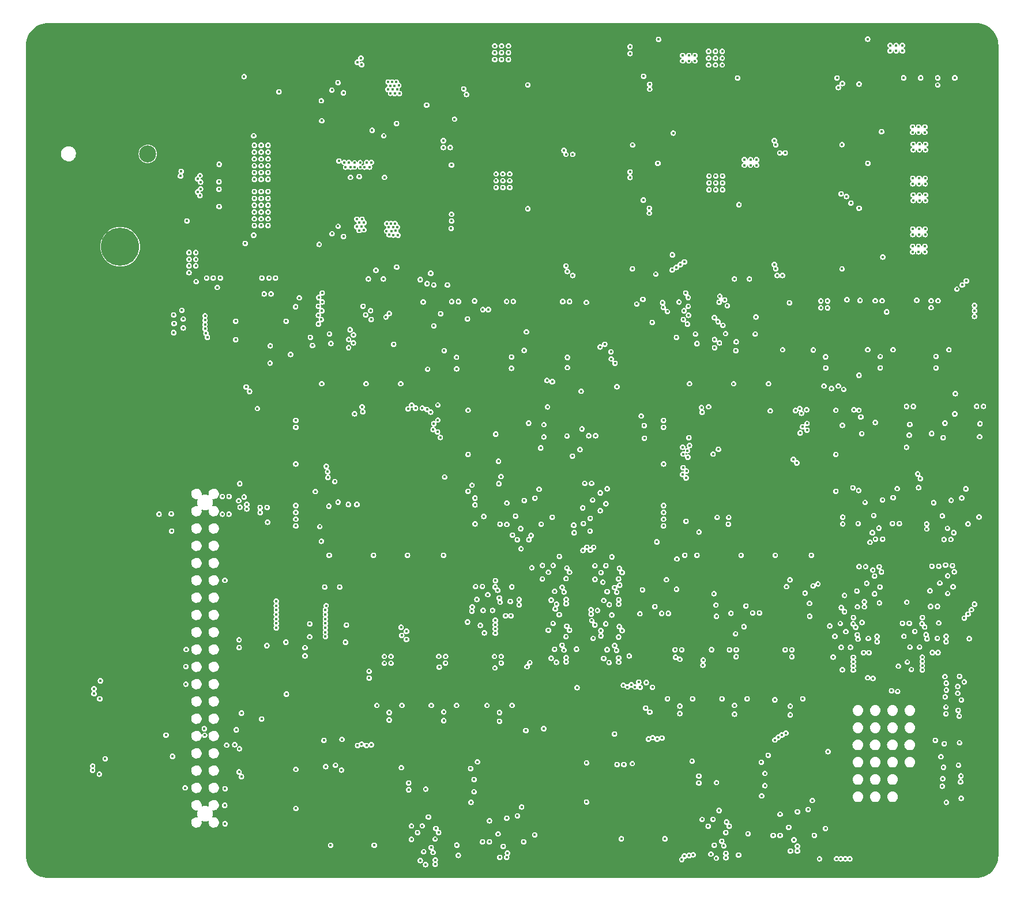
<source format=gbr>
%TF.GenerationSoftware,KiCad,Pcbnew,7.0.8*%
%TF.CreationDate,2024-02-09T15:59:15+02:00*%
%TF.ProjectId,ESLGSU,45534c47-5355-42e6-9b69-6361645f7063,rev?*%
%TF.SameCoordinates,Original*%
%TF.FileFunction,Copper,L5,Inr*%
%TF.FilePolarity,Positive*%
%FSLAX46Y46*%
G04 Gerber Fmt 4.6, Leading zero omitted, Abs format (unit mm)*
G04 Created by KiCad (PCBNEW 7.0.8) date 2024-02-09 15:59:15*
%MOMM*%
%LPD*%
G01*
G04 APERTURE LIST*
%TA.AperFunction,ComponentPad*%
%ADD10C,5.000000*%
%TD*%
%TA.AperFunction,ComponentPad*%
%ADD11C,0.500000*%
%TD*%
%TA.AperFunction,ComponentPad*%
%ADD12C,1.500000*%
%TD*%
%TA.AperFunction,ComponentPad*%
%ADD13O,0.800000X1.600000*%
%TD*%
%TA.AperFunction,ComponentPad*%
%ADD14O,1.500000X0.750000*%
%TD*%
%TA.AperFunction,ComponentPad*%
%ADD15C,5.600000*%
%TD*%
%TA.AperFunction,ComponentPad*%
%ADD16C,2.500000*%
%TD*%
%TA.AperFunction,ComponentPad*%
%ADD17O,1.400000X2.800000*%
%TD*%
%TA.AperFunction,ComponentPad*%
%ADD18O,2.600000X1.400000*%
%TD*%
%TA.AperFunction,ComponentPad*%
%ADD19C,0.400000*%
%TD*%
%TA.AperFunction,ViaPad*%
%ADD20C,0.450000*%
%TD*%
G04 APERTURE END LIST*
D10*
%TO.N,GND*%
%TO.C,H2*%
X216200000Y-37000000D03*
%TD*%
D11*
%TO.N,GND*%
%TO.C,U44*%
X130674749Y-130260600D03*
X129724749Y-130260600D03*
X128774749Y-130260600D03*
X130674749Y-131410600D03*
X129724749Y-131410600D03*
X128774749Y-131410600D03*
%TD*%
%TO.N,GND*%
%TO.C,U70*%
X210970000Y-78030000D03*
X210020000Y-78030000D03*
X209070000Y-78030000D03*
X210970000Y-79180000D03*
X210020000Y-79180000D03*
X209070000Y-79180000D03*
%TD*%
%TO.N,GND*%
%TO.C,U86*%
X140577249Y-78155000D03*
X139627249Y-78155000D03*
X138677249Y-78155000D03*
X140577249Y-79305000D03*
X139627249Y-79305000D03*
X138677249Y-79305000D03*
%TD*%
%TO.N,GND*%
%TO.C,U90*%
X148627249Y-78130000D03*
X147677249Y-78130000D03*
X146727249Y-78130000D03*
X148627249Y-79280000D03*
X147677249Y-79280000D03*
X146727249Y-79280000D03*
%TD*%
%TO.N,GND*%
%TO.C,U33*%
X181356564Y-129310600D03*
X180406564Y-129310600D03*
X179456564Y-129310600D03*
X181356564Y-130460600D03*
X180406564Y-130460600D03*
X179456564Y-130460600D03*
%TD*%
D12*
%TO.N,GND*%
%TO.C,U93*%
X206495000Y-147360000D03*
X206495000Y-144820000D03*
%TD*%
D10*
%TO.N,GND*%
%TO.C,U72*%
X80000000Y-98000000D03*
X80000000Y-156000000D03*
X103000000Y-98000000D03*
X103000000Y-156000000D03*
%TD*%
D11*
%TO.N,GND*%
%TO.C,U65*%
X194770000Y-78055000D03*
X193820000Y-78055000D03*
X192870000Y-78055000D03*
X194770000Y-79205000D03*
X193820000Y-79205000D03*
X192870000Y-79205000D03*
%TD*%
%TO.N,GND*%
%TO.C,U30*%
X189531564Y-129310600D03*
X188581564Y-129310600D03*
X187631564Y-129310600D03*
X189531564Y-130460600D03*
X188581564Y-130460600D03*
X187631564Y-130460600D03*
%TD*%
%TO.N,GND*%
%TO.C,U36*%
X173356564Y-129310600D03*
X172406564Y-129310600D03*
X171456564Y-129310600D03*
X173356564Y-130460600D03*
X172406564Y-130460600D03*
X171456564Y-130460600D03*
%TD*%
D13*
%TO.N,GND*%
%TO.C,J5*%
X82170000Y-129430000D03*
X82170000Y-134430000D03*
D14*
X79470000Y-128405000D03*
X79470000Y-135455000D03*
%TD*%
D11*
%TO.N,GND*%
%TO.C,U89*%
X156877249Y-78155000D03*
X155927249Y-78155000D03*
X154977249Y-78155000D03*
X156877249Y-79305000D03*
X155927249Y-79305000D03*
X154977249Y-79305000D03*
%TD*%
%TO.N,GND*%
%TO.C,U71*%
X202770000Y-78030000D03*
X201820000Y-78030000D03*
X200870000Y-78030000D03*
X202770000Y-79180000D03*
X201820000Y-79180000D03*
X200870000Y-79180000D03*
%TD*%
D10*
%TO.N,GND*%
%TO.C,H1*%
X80000000Y-37000000D03*
%TD*%
D15*
%TO.N,/System_Power/VBAT*%
%TO.C,J2*%
X90545000Y-66580000D03*
%TO.N,GND*%
X83345000Y-66580000D03*
%TD*%
D11*
%TO.N,GND*%
%TO.C,U38*%
X146849749Y-130260600D03*
X145899749Y-130260600D03*
X144949749Y-130260600D03*
X146849749Y-131410600D03*
X145899749Y-131410600D03*
X144949749Y-131410600D03*
%TD*%
D16*
%TO.N,/System_Power/POWER_IN*%
%TO.C,J1*%
X94595000Y-52930000D03*
D17*
%TO.N,GND*%
X87945000Y-52930000D03*
D18*
X83895000Y-58930000D03*
X89095000Y-58930000D03*
X83895000Y-46930000D03*
X89095000Y-46930000D03*
%TD*%
D11*
%TO.N,GND*%
%TO.C,U41*%
X138674749Y-130260600D03*
X137724749Y-130260600D03*
X136774749Y-130260600D03*
X138674749Y-131410600D03*
X137724749Y-131410600D03*
X136774749Y-131410600D03*
%TD*%
D19*
%TO.N,Net-(U10-EN)*%
%TO.C,U11*%
X124995000Y-54180000D03*
%TO.N,/System_Power/VBAT*%
X124995000Y-54880000D03*
%TO.N,/System_Power/POWER_IN*%
X125795000Y-54880000D03*
%TO.N,Net-(U10-EN)*%
X125795000Y-54180000D03*
%TD*%
D13*
%TO.N,GND*%
%TO.C,J7*%
X82170000Y-140580000D03*
X82170000Y-145580000D03*
D14*
X79470000Y-139555000D03*
X79470000Y-146605000D03*
%TD*%
D10*
%TO.N,GND*%
%TO.C,H3*%
X216200000Y-156000000D03*
%TD*%
D20*
%TO.N,/SYS_5V*%
X138000000Y-52000000D03*
X144600000Y-75800000D03*
X139195000Y-54580000D03*
X121645000Y-64667500D03*
X192320000Y-81730000D03*
X178906564Y-132985600D03*
X127545000Y-49480000D03*
X106535000Y-103255000D03*
X139000000Y-52000000D03*
X168310799Y-134930600D03*
X200320000Y-81705000D03*
X127095000Y-129930000D03*
X149877249Y-81805000D03*
X106535000Y-105855000D03*
X128224749Y-133935600D03*
X143800000Y-75800000D03*
X138127249Y-81830000D03*
X170906564Y-132985600D03*
X128095000Y-70030000D03*
X136224749Y-133935600D03*
X138000000Y-51000000D03*
X139645000Y-47830000D03*
X127095000Y-128930000D03*
X105535000Y-103255000D03*
X167710799Y-134330600D03*
X105535000Y-105855000D03*
X129245000Y-50280000D03*
X150110799Y-137630600D03*
X121620000Y-43580000D03*
%TO.N,GND*%
X201020000Y-112555000D03*
X79520000Y-132930000D03*
X138145000Y-67480000D03*
X160145000Y-68730000D03*
X212645000Y-117905000D03*
X180901564Y-143880600D03*
X79470000Y-142230000D03*
X196545000Y-50400000D03*
X202230000Y-94425000D03*
X99335000Y-133755000D03*
X199200000Y-59800000D03*
X159495000Y-50130000D03*
X127399749Y-151435600D03*
X211995000Y-47030000D03*
X212895000Y-47830000D03*
X171006564Y-125785600D03*
X169330000Y-98490000D03*
X107945000Y-62180000D03*
X121645000Y-63687500D03*
X165795000Y-50330000D03*
X107945000Y-60080000D03*
X159445000Y-68330000D03*
X135704549Y-152830800D03*
X166745000Y-62730000D03*
X139119749Y-144830600D03*
X105535000Y-108355000D03*
X136545000Y-57080000D03*
X169895000Y-50330000D03*
X211845000Y-69880000D03*
X108945000Y-60080000D03*
X168795000Y-50330000D03*
X199645000Y-44480000D03*
X195245000Y-68800000D03*
X173345000Y-61030000D03*
X134804549Y-150330800D03*
X122449749Y-138085600D03*
X154592700Y-104476000D03*
X145745000Y-69230000D03*
X154917964Y-123108407D03*
X167845000Y-62730000D03*
X173345000Y-59030000D03*
X213645000Y-69080000D03*
X113049749Y-140935600D03*
X213400000Y-92620000D03*
X106535000Y-118555000D03*
X198645000Y-62730000D03*
X130120000Y-48480000D03*
X179006564Y-125785600D03*
X163345000Y-68530000D03*
X126345000Y-55680000D03*
X209700000Y-93020000D03*
X143019749Y-143230600D03*
X138657500Y-103030000D03*
X111857500Y-86230000D03*
X212035000Y-106973600D03*
X79470000Y-143980000D03*
X163331564Y-130994350D03*
X197095000Y-125505000D03*
X173950000Y-119130000D03*
X201503600Y-102758800D03*
X172629053Y-78605200D03*
X190945000Y-50480000D03*
X161245000Y-68530000D03*
X107945000Y-55080000D03*
X212895000Y-47030000D03*
X197800000Y-42200000D03*
X144295000Y-42030000D03*
X115330000Y-98490000D03*
X142545000Y-61030000D03*
X103345000Y-46180000D03*
X97845000Y-62280000D03*
X97845000Y-65380000D03*
X178101564Y-144280600D03*
X196630000Y-102490000D03*
X149360300Y-107016000D03*
X213607500Y-138680000D03*
X136545000Y-66280000D03*
X173950000Y-120830000D03*
X166845000Y-57130000D03*
X83470000Y-143080000D03*
X186045000Y-50280000D03*
X197445000Y-50280000D03*
X213607500Y-133680000D03*
X151995000Y-50330000D03*
X149995000Y-50230000D03*
X190781564Y-133985600D03*
X115330000Y-93090000D03*
X176545000Y-51880000D03*
X108245000Y-47480000D03*
X196630000Y-90590000D03*
X145745000Y-68330000D03*
X105535000Y-143955000D03*
X135745000Y-65080000D03*
X192030000Y-112890000D03*
X181145000Y-51280000D03*
X135145000Y-56880000D03*
X160757500Y-100330000D03*
X135419749Y-145230600D03*
X153931564Y-144335600D03*
X166745000Y-63530000D03*
X173345000Y-62030000D03*
X197645000Y-57130000D03*
X112477364Y-123864800D03*
X115330000Y-106590000D03*
X206945000Y-61480000D03*
X186730000Y-112890000D03*
X119577364Y-116564800D03*
X144499749Y-126735600D03*
X199545000Y-68530000D03*
X171195000Y-42130000D03*
X168345000Y-69530000D03*
X181645000Y-50180000D03*
X145345000Y-50130000D03*
X181645000Y-68430000D03*
X163131564Y-137135600D03*
X201920000Y-117955000D03*
X161295000Y-50330000D03*
X133349749Y-154685600D03*
X170050000Y-119430000D03*
X163257500Y-93030000D03*
X121645000Y-61667500D03*
X208795000Y-54030000D03*
X190245000Y-68330000D03*
X168395000Y-51330000D03*
X101495000Y-57880000D03*
X203130000Y-92625000D03*
X154930000Y-114580000D03*
X193045000Y-68530000D03*
X132845000Y-67167500D03*
X106535000Y-108355000D03*
X130777500Y-74992500D03*
X167845000Y-68530000D03*
X132945000Y-63680000D03*
X119157500Y-105530000D03*
X182606564Y-133985600D03*
X112099749Y-140935600D03*
X125977500Y-71292500D03*
X170395000Y-51330000D03*
X101445000Y-56130000D03*
X168895000Y-45330000D03*
X196445000Y-62730000D03*
X199645000Y-63530000D03*
X213507500Y-136180000D03*
X187181564Y-125785600D03*
X194709564Y-150188800D03*
X121449749Y-155485600D03*
X196445000Y-44480000D03*
X196630000Y-97090000D03*
X212500000Y-92620000D03*
X161755000Y-112130000D03*
X201145000Y-51280000D03*
X98845000Y-62280000D03*
X148099749Y-134935600D03*
X192120000Y-117455000D03*
X131345000Y-60080000D03*
X144730000Y-115480000D03*
X98845000Y-65380000D03*
X126630000Y-85690000D03*
X206995000Y-54830000D03*
X127320000Y-41180000D03*
X150145000Y-62030000D03*
X135545000Y-44780000D03*
X189745000Y-50480000D03*
X171145000Y-60330000D03*
X108945000Y-54080000D03*
X170906564Y-133985600D03*
X199545000Y-50280000D03*
X145690000Y-93100000D03*
X126345000Y-50680000D03*
X179729053Y-71305200D03*
X132345000Y-58880000D03*
X111249749Y-145285600D03*
X108945000Y-63180000D03*
X180945000Y-43780000D03*
X105535000Y-126155000D03*
X176545000Y-71030000D03*
X113877364Y-127364800D03*
X108945000Y-52980000D03*
X180745000Y-68430000D03*
X115330000Y-92090000D03*
X148370149Y-151240400D03*
X107945000Y-54080000D03*
X145745000Y-70130000D03*
X173345000Y-60030000D03*
X97845000Y-63280000D03*
X192169564Y-146836000D03*
X204653200Y-101031600D03*
X188120000Y-119055000D03*
X138219749Y-144830600D03*
X139119749Y-146630600D03*
X211995000Y-47830000D03*
X197545000Y-62730000D03*
X107945000Y-61080000D03*
X142595000Y-42830000D03*
X213795000Y-47030000D03*
X194145000Y-50280000D03*
X150935100Y-104577600D03*
X113157500Y-86230000D03*
X196545000Y-68530000D03*
X132849749Y-143085600D03*
X154145000Y-68530000D03*
X217267400Y-104433600D03*
X145745000Y-71030000D03*
X132545000Y-54680000D03*
X197545000Y-63530000D03*
X144530000Y-120080000D03*
X98745000Y-60780000D03*
X169531564Y-154535600D03*
X176545000Y-50980000D03*
X199020000Y-114955000D03*
X181145000Y-69530000D03*
X210545000Y-39630000D03*
X213507500Y-143680000D03*
X176545000Y-52780000D03*
X196630000Y-91590000D03*
X171815000Y-114430000D03*
X98845000Y-64380000D03*
X99092500Y-74605000D03*
X134545000Y-55480000D03*
X118445000Y-66330000D03*
X166180000Y-101790000D03*
X115349749Y-149085600D03*
X162655000Y-114630000D03*
X132730000Y-112890000D03*
X122645000Y-61667500D03*
X192045000Y-68530000D03*
X127849749Y-155485600D03*
X168845000Y-63530000D03*
X152520000Y-116380000D03*
X200020000Y-112555000D03*
X167845000Y-63530000D03*
X149945000Y-68430000D03*
X201545000Y-50280000D03*
X133345000Y-55480000D03*
X172529053Y-81105200D03*
X146795349Y-153678800D03*
X208420000Y-82705000D03*
X139745000Y-58080000D03*
X165230000Y-101790000D03*
X210420000Y-124880000D03*
X150395000Y-51330000D03*
X185730000Y-85690000D03*
X121130000Y-112890000D03*
X108945000Y-61080000D03*
X211577800Y-102808000D03*
X169330000Y-104590000D03*
X173345000Y-40780000D03*
X138145000Y-66280000D03*
X163257500Y-94730000D03*
X173345000Y-41780000D03*
X204020000Y-82705000D03*
X207220000Y-125480000D03*
X168845000Y-62730000D03*
X144245000Y-60230000D03*
X109245000Y-47480000D03*
X124377364Y-120264800D03*
X189145000Y-50080000D03*
X107945000Y-63180000D03*
X166795000Y-44530000D03*
X165695000Y-44530000D03*
X198645000Y-68530000D03*
X187320000Y-119055000D03*
X165695000Y-45330000D03*
X206995000Y-54030000D03*
X180220000Y-119425000D03*
X168895000Y-44530000D03*
X184945000Y-68530000D03*
X152027749Y-151138800D03*
X164495000Y-50330000D03*
X189745000Y-68730000D03*
X194800000Y-50200000D03*
X98845000Y-63280000D03*
X129820000Y-40580000D03*
X213795000Y-47830000D03*
X187081564Y-133985600D03*
X136324749Y-126735600D03*
X207030000Y-96025000D03*
X162131564Y-147585600D03*
X200645000Y-50280000D03*
X169800000Y-69400000D03*
X142545000Y-59030000D03*
X142545000Y-60030000D03*
X148490000Y-92700000D03*
X166895000Y-38930000D03*
X212220000Y-82705000D03*
X197545000Y-45280000D03*
X174130000Y-85790000D03*
X158345000Y-68330000D03*
X120277500Y-82092500D03*
X131545000Y-55280000D03*
X174029053Y-82105200D03*
X175045000Y-41980000D03*
X207895000Y-54030000D03*
X208795000Y-54830000D03*
X169845000Y-68530000D03*
X158395000Y-50130000D03*
X160645000Y-68330000D03*
X108945000Y-55080000D03*
X154017964Y-120608407D03*
X99335000Y-113455000D03*
X176545000Y-68330000D03*
X180630000Y-85690000D03*
X142630000Y-102490000D03*
X170795000Y-50330000D03*
X134345000Y-64480000D03*
X138219749Y-146630600D03*
X155731564Y-139985600D03*
X198645000Y-45280000D03*
X155245000Y-68530000D03*
X190245000Y-50080000D03*
X156157500Y-93400000D03*
X197445000Y-68530000D03*
X139745000Y-67480000D03*
X198645000Y-50280000D03*
X149390000Y-92700000D03*
X160695000Y-50130000D03*
X165645000Y-62730000D03*
X196445000Y-45280000D03*
X158757500Y-100330000D03*
X208520000Y-74505000D03*
X123130000Y-85690000D03*
X131730000Y-85690000D03*
X190945000Y-68730000D03*
X136224749Y-134935600D03*
X108945000Y-51980000D03*
X199020000Y-112555000D03*
X139924749Y-134935600D03*
X207895000Y-54830000D03*
X104345000Y-46180000D03*
X131545000Y-53880000D03*
X200420000Y-74505000D03*
X131345000Y-52280000D03*
X83470000Y-131930000D03*
X176545000Y-50080000D03*
X132820000Y-46080000D03*
X138127249Y-82830000D03*
X181730000Y-112890000D03*
X169330000Y-107590000D03*
X200295000Y-124905000D03*
X152995000Y-50330000D03*
X188120000Y-120755000D03*
X199345000Y-54330000D03*
X124445000Y-53380000D03*
X107945000Y-52980000D03*
X142630000Y-97090000D03*
X182745000Y-68530000D03*
X126345000Y-53380000D03*
X166645000Y-68530000D03*
X178750000Y-117530000D03*
X136545000Y-67480000D03*
X100335000Y-113455000D03*
X105535000Y-138855000D03*
X143019749Y-148230600D03*
X193045000Y-50280000D03*
X161657500Y-105730000D03*
X211845000Y-69080000D03*
X159757500Y-100330000D03*
X99092500Y-79805000D03*
X211745000Y-112505000D03*
X165745000Y-68530000D03*
X115330000Y-104590000D03*
X187320000Y-120755000D03*
X199645000Y-45280000D03*
X178386364Y-151880800D03*
X154881564Y-144335600D03*
X189145000Y-68330000D03*
X215857500Y-150330000D03*
X176545000Y-69230000D03*
X196445000Y-63530000D03*
X199145000Y-51280000D03*
X139445000Y-43780000D03*
X180745000Y-50180000D03*
X169330000Y-93090000D03*
X138657500Y-91030000D03*
X150195000Y-43830000D03*
X207193200Y-104384400D03*
X198645000Y-63530000D03*
X108945000Y-62180000D03*
X165570000Y-86330000D03*
X160195000Y-50530000D03*
X109245000Y-46480000D03*
X163395000Y-50330000D03*
X100245000Y-46180000D03*
X154195000Y-50330000D03*
X203130000Y-94425000D03*
X170081564Y-150485600D03*
X121620000Y-42600000D03*
X176545000Y-70130000D03*
X178906564Y-133985600D03*
X100335000Y-151555000D03*
X213400000Y-94420000D03*
X112199749Y-145285600D03*
X101495000Y-57280000D03*
X103812500Y-72505000D03*
X197645000Y-38880000D03*
X152052700Y-101123200D03*
X106535000Y-143955000D03*
X201145000Y-69530000D03*
X161742964Y-120658407D03*
X183745000Y-68530000D03*
X168545000Y-54330000D03*
X199145000Y-69530000D03*
X183420000Y-119355000D03*
X191030000Y-112890000D03*
X175531564Y-142135600D03*
X145345000Y-51930000D03*
X102345000Y-46180000D03*
X168745000Y-68530000D03*
X115330000Y-107590000D03*
X98745000Y-55780000D03*
X201545000Y-68530000D03*
X142595000Y-43830000D03*
X139745000Y-66280000D03*
X155295000Y-50330000D03*
X207845000Y-62280000D03*
X168057500Y-91430000D03*
X209745000Y-112505000D03*
X120449749Y-138085600D03*
X159357500Y-93330000D03*
X146338149Y-149513200D03*
X126849749Y-155485600D03*
X207030000Y-91025000D03*
X165645000Y-63530000D03*
X213645000Y-69880000D03*
X173345000Y-43780000D03*
X158031564Y-148135600D03*
X132820000Y-47180000D03*
X192670000Y-91030000D03*
X183745000Y-50280000D03*
X217300000Y-96020000D03*
X166850000Y-119500000D03*
X191445000Y-50080000D03*
X203535600Y-104486000D03*
X200645000Y-68530000D03*
X149877249Y-82805000D03*
X145345000Y-52830000D03*
X112180000Y-101790000D03*
X170745000Y-68530000D03*
X208745000Y-62280000D03*
X138030000Y-112890000D03*
X139745000Y-57080000D03*
X197545000Y-44480000D03*
X115330000Y-105590000D03*
X111230000Y-101790000D03*
X192420000Y-74530000D03*
X169330000Y-105590000D03*
X128224749Y-134935600D03*
X181801564Y-143880600D03*
X118877500Y-78592500D03*
X212745000Y-69880000D03*
X99245000Y-46180000D03*
X120649749Y-131944350D03*
X189019964Y-148563200D03*
X182745000Y-50280000D03*
X136545000Y-58080000D03*
X173220000Y-105530000D03*
X166870000Y-86330000D03*
X206945000Y-62280000D03*
X215757500Y-127530000D03*
X79520000Y-130930000D03*
X127730000Y-112890000D03*
X202230000Y-92625000D03*
X167895000Y-45330000D03*
X132845000Y-68267500D03*
X138145000Y-58080000D03*
X141827249Y-82830000D03*
X208745000Y-61480000D03*
X196295000Y-120905000D03*
X212195000Y-128980000D03*
X191445000Y-68330000D03*
X184945000Y-50280000D03*
X198645000Y-44480000D03*
X168595000Y-36130000D03*
X166695000Y-50330000D03*
X127345000Y-62267500D03*
X142595000Y-40830000D03*
X206420000Y-120880000D03*
X151945000Y-68530000D03*
X162245000Y-68530000D03*
X99335000Y-151555000D03*
X189477164Y-152728800D03*
X170531564Y-154535600D03*
X164057500Y-94730000D03*
X132345000Y-52880000D03*
X199430000Y-93025000D03*
X167895000Y-44530000D03*
X175045000Y-60230000D03*
X185701564Y-147280600D03*
X186045000Y-68530000D03*
X210745000Y-112505000D03*
X121645000Y-49480000D03*
X169330000Y-106590000D03*
X199645000Y-62730000D03*
X164131564Y-154535600D03*
X201945000Y-60330000D03*
X122620000Y-40580000D03*
X105535000Y-118555000D03*
X154030000Y-112080000D03*
X214727400Y-101080800D03*
X201945000Y-42080000D03*
X149390000Y-94500000D03*
X138227249Y-74630000D03*
X217300000Y-91020000D03*
X158995000Y-50530000D03*
X176031564Y-153735600D03*
X174606564Y-133985600D03*
X131145000Y-58280000D03*
X154781564Y-139985600D03*
X173345000Y-42780000D03*
X191051964Y-150290400D03*
X184529053Y-75005200D03*
X177486364Y-149380800D03*
X132345000Y-61080000D03*
X153290000Y-91100000D03*
X120020000Y-46980000D03*
X121620000Y-40580000D03*
X148903100Y-102850400D03*
X143730000Y-115480000D03*
X201960800Y-106924400D03*
X207420000Y-120880000D03*
X106535000Y-138855000D03*
X213609800Y-104535200D03*
X180901564Y-145680600D03*
X213745000Y-145880000D03*
X180945000Y-62030000D03*
X164445000Y-68530000D03*
X149487749Y-147786000D03*
X142630000Y-91590000D03*
X101524167Y-59030869D03*
X177130000Y-85690000D03*
X138145000Y-57080000D03*
X148490000Y-94500000D03*
X119449749Y-148535600D03*
X181801564Y-145680600D03*
X101964305Y-57580086D03*
X97845000Y-64380000D03*
X158757500Y-102730000D03*
X192045000Y-50280000D03*
X165131564Y-137135600D03*
X162295000Y-50330000D03*
X162642964Y-123158407D03*
X164057500Y-93030000D03*
X213357500Y-148730000D03*
X207845000Y-61480000D03*
X212500000Y-94420000D03*
X199345000Y-36080000D03*
X212745000Y-69080000D03*
X160270000Y-116430000D03*
X100335000Y-133755000D03*
X142545000Y-62030000D03*
X142630000Y-90590000D03*
X107945000Y-51980000D03*
X135145000Y-67080000D03*
X142595000Y-41830000D03*
X193800000Y-68400000D03*
X117842500Y-114480000D03*
X175130000Y-112890000D03*
X150845000Y-68430000D03*
X146277249Y-74605000D03*
X192320000Y-82730000D03*
X130145000Y-69567500D03*
X154527249Y-74630000D03*
X158127249Y-82830000D03*
X152945000Y-68530000D03*
X158945000Y-68730000D03*
X147730000Y-119480000D03*
X101345000Y-46180000D03*
X145345000Y-51030000D03*
X196020000Y-82730000D03*
X128324749Y-126735600D03*
X98745000Y-54780000D03*
X131924749Y-134935600D03*
X167895000Y-50330000D03*
X137030000Y-112890000D03*
X197295000Y-120905000D03*
X144399749Y-134935600D03*
X185701564Y-142280600D03*
X124445000Y-55680000D03*
X200320000Y-82705000D03*
X213507500Y-141180000D03*
X150895000Y-50230000D03*
X174750000Y-120830000D03*
X106535000Y-126155000D03*
X134545000Y-65680000D03*
X120130000Y-85790000D03*
X174750000Y-119130000D03*
X166795000Y-45330000D03*
X153290000Y-96100000D03*
X209745000Y-114905000D03*
X108245000Y-46480000D03*
X169330000Y-92090000D03*
%TO.N,/System_Power/POWER_IN*%
X113845000Y-43830000D03*
X126445000Y-54880000D03*
X127145000Y-54880000D03*
X108745000Y-41580000D03*
X125995000Y-39830000D03*
X125895000Y-38880000D03*
X125345000Y-39480000D03*
%TO.N,/BUS_3V3*%
X213095000Y-91130000D03*
X212220000Y-81705000D03*
X216000000Y-76800000D03*
X207795000Y-49780000D03*
X148099749Y-133935600D03*
X216000000Y-75200000D03*
X174945000Y-39280000D03*
X173145000Y-38480000D03*
X174045000Y-38480000D03*
X207795000Y-48980000D03*
X173145000Y-39280000D03*
X216000000Y-76000000D03*
X206895000Y-48980000D03*
X215245000Y-124130000D03*
X208695000Y-48980000D03*
X190781564Y-132985600D03*
X174045000Y-39280000D03*
X174945000Y-38480000D03*
X208695000Y-49780000D03*
X206895000Y-49780000D03*
X194495000Y-140730000D03*
%TO.N,/Fixed_Regulators/SCL_3V3*%
X136600000Y-72200000D03*
X98400000Y-79200000D03*
X156000000Y-53000000D03*
X165400000Y-37200000D03*
%TO.N,/Fixed_Regulators/SDA_3V3*%
X138600000Y-72200000D03*
X99800000Y-78505000D03*
X165400000Y-38200000D03*
X157000000Y-53000000D03*
%TO.N,/BUS_UNREG*%
X146745000Y-55880000D03*
X146745000Y-57880000D03*
X208795000Y-58980000D03*
X146545000Y-39080000D03*
X176945000Y-38880000D03*
X206995000Y-58980000D03*
X178000000Y-58200000D03*
X145545000Y-38080000D03*
X176945000Y-37880000D03*
X177945000Y-38880000D03*
X178000000Y-57200000D03*
X207845000Y-56530000D03*
X177000000Y-58200000D03*
X208795000Y-59780000D03*
X206995000Y-59780000D03*
X178945000Y-39880000D03*
X177945000Y-39880000D03*
X177000000Y-56200000D03*
X178945000Y-38880000D03*
X145745000Y-55880000D03*
X207895000Y-58980000D03*
X206945000Y-57330000D03*
X206945000Y-56530000D03*
X147545000Y-37080000D03*
X146745000Y-56880000D03*
X147745000Y-55880000D03*
X146545000Y-38080000D03*
X145745000Y-56880000D03*
X145745000Y-57880000D03*
X146545000Y-37080000D03*
X178000000Y-56200000D03*
X179000000Y-57200000D03*
X207845000Y-57330000D03*
X145545000Y-39080000D03*
X147545000Y-38080000D03*
X179000000Y-56200000D03*
X208745000Y-56530000D03*
X207895000Y-59780000D03*
X177000000Y-57200000D03*
X178945000Y-37880000D03*
X147745000Y-56880000D03*
X177945000Y-37880000D03*
X179000000Y-58200000D03*
X208745000Y-57330000D03*
X145545000Y-37080000D03*
X147545000Y-39080000D03*
X147745000Y-57880000D03*
X176945000Y-39880000D03*
%TO.N,/BUS_5V*%
X206995000Y-51530000D03*
X182200000Y-53800000D03*
X204020000Y-81705000D03*
X214800000Y-71600000D03*
X208795000Y-51530000D03*
X213400000Y-72800000D03*
X176117339Y-128027661D03*
X184000000Y-53800000D03*
X176145000Y-127290000D03*
X183100000Y-54600000D03*
X208795000Y-52330000D03*
X207895000Y-51530000D03*
X182606564Y-132985600D03*
X199025000Y-85460000D03*
X182200000Y-54600000D03*
X206995000Y-52330000D03*
X207895000Y-52330000D03*
X183100000Y-53800000D03*
X184000000Y-54600000D03*
X214200000Y-72200000D03*
X139924749Y-133935600D03*
%TO.N,/SYS_3V3*%
X200345000Y-54330000D03*
X197245000Y-74355000D03*
X158995000Y-74755000D03*
X209620000Y-74505000D03*
X142595000Y-74530000D03*
X183787053Y-79405200D03*
X123635364Y-124664800D03*
X140227249Y-74630000D03*
X126977500Y-71292500D03*
X145499749Y-126735600D03*
X130324749Y-126735600D03*
X180729053Y-71305200D03*
X155527249Y-74630000D03*
X172006564Y-125785600D03*
X139200000Y-62800000D03*
X169495000Y-54330000D03*
X139227249Y-74630000D03*
X120577364Y-116564800D03*
X210595000Y-42830000D03*
X189181564Y-125785600D03*
X135545000Y-45780000D03*
X146499749Y-126735600D03*
X136145000Y-70480000D03*
X129324749Y-126735600D03*
X201420000Y-74505000D03*
X144399749Y-133935600D03*
X207520000Y-74430000D03*
X131924749Y-133935600D03*
X137324749Y-126735600D03*
X173006564Y-125785600D03*
X147277249Y-74605000D03*
X139200000Y-61800000D03*
X200295000Y-36080000D03*
X156527249Y-74630000D03*
X104795000Y-72555000D03*
X169595000Y-36130000D03*
X138324749Y-126735600D03*
X96235000Y-105855000D03*
X181006564Y-125785600D03*
X108900000Y-66100000D03*
X180006564Y-125785600D03*
X148277249Y-74605000D03*
X188181564Y-125785600D03*
X130700000Y-80900000D03*
X101700000Y-71700000D03*
X193420000Y-74530000D03*
X130065000Y-76380000D03*
X194420000Y-74530000D03*
X129345000Y-56380000D03*
X118777500Y-81092500D03*
X210620000Y-74505000D03*
X174606564Y-132985600D03*
X202420000Y-74505000D03*
X186663114Y-133125600D03*
X139145000Y-63880000D03*
%TO.N,/BUS_CH1*%
X203600000Y-37800000D03*
X206945000Y-63980000D03*
X204500000Y-37800000D03*
X208745000Y-64780000D03*
X205400000Y-37800000D03*
X206945000Y-64780000D03*
X208745000Y-63980000D03*
X205400000Y-37000000D03*
X204500000Y-37000000D03*
X207845000Y-64780000D03*
X207845000Y-63980000D03*
X203600000Y-37000000D03*
%TO.N,/BUS_CH2*%
X207795000Y-67330000D03*
X208695000Y-66530000D03*
X207795000Y-66530000D03*
X206895000Y-67330000D03*
X208695000Y-67330000D03*
X206895000Y-66530000D03*
%TO.N,/Fixed_Regulators/INT_3V3*%
X135600000Y-72000000D03*
X155718925Y-52437850D03*
X98455000Y-77855000D03*
%TO.N,/Fixed_Regulators/INT_5V*%
X99600000Y-75905000D03*
X156000000Y-69400000D03*
%TO.N,/Fixed_Regulators/SCL_5V*%
X99800000Y-77205000D03*
X165400000Y-55600000D03*
X156200000Y-70200000D03*
%TO.N,/Fixed_Regulators/SDA_5V*%
X165400000Y-56400000D03*
X98400000Y-76600000D03*
X157000000Y-70800000D03*
%TO.N,/Programmable_Regulators/INT_CH1*%
X103245000Y-71180000D03*
X171600000Y-70000000D03*
X186800000Y-51600000D03*
X103345000Y-79880000D03*
%TO.N,/Programmable_Regulators/SCL_CH1*%
X105245000Y-71180000D03*
X187400000Y-52800000D03*
X196000000Y-43200000D03*
X172200000Y-69600000D03*
X161000000Y-81300000D03*
X102995000Y-78630000D03*
X167300000Y-74300000D03*
%TO.N,/Programmable_Regulators/SDA_CH1*%
X104195000Y-71180000D03*
X172800000Y-69200000D03*
X166400000Y-75000000D03*
X195800000Y-41800000D03*
X161700000Y-80900000D03*
X188200000Y-52800000D03*
X103145000Y-79280000D03*
%TO.N,/Programmable_Regulators/INT_CH2*%
X102995000Y-78001497D03*
X170200000Y-74800000D03*
X111345000Y-71180000D03*
X162600000Y-82000000D03*
X186800000Y-69800000D03*
%TO.N,/Programmable_Regulators/SCL_CH2*%
X163200000Y-83700000D03*
X113345000Y-71180000D03*
X197200000Y-59200000D03*
X187000000Y-70800000D03*
X170300000Y-75500000D03*
X102995000Y-76730000D03*
%TO.N,/Programmable_Regulators/SDA_CH2*%
X162650000Y-83050000D03*
X102995000Y-77372994D03*
X112395000Y-71180000D03*
X196400000Y-58800000D03*
X187800000Y-70800000D03*
X170900000Y-76100000D03*
%TO.N,/System_Power/VBAT*%
X125969495Y-63587654D03*
X125666197Y-63037176D03*
X126345000Y-63030000D03*
X125295000Y-62530000D03*
X101645000Y-68430000D03*
X100645000Y-68430000D03*
X100645000Y-67430000D03*
X101645000Y-69380000D03*
X123645000Y-54880000D03*
X100645000Y-69380000D03*
X101645000Y-67430000D03*
X125645000Y-64180000D03*
X100345000Y-62780000D03*
X124345000Y-54880000D03*
X126045000Y-62530000D03*
X126342000Y-64093871D03*
X125295000Y-63630000D03*
X100645000Y-70380000D03*
%TO.N,/Main_uC/VBUS*%
X160255000Y-113440000D03*
X194145000Y-84380000D03*
X200020000Y-113555000D03*
X200178600Y-116013600D03*
X210745000Y-113505000D03*
X177750000Y-117530000D03*
X207795000Y-101955000D03*
X210895000Y-115980000D03*
X213045000Y-114305000D03*
X182420000Y-119355000D03*
X169050000Y-119430000D03*
X216657800Y-106262400D03*
X162742964Y-120658407D03*
X212552600Y-103812000D03*
X194120000Y-82755000D03*
X202320000Y-114355000D03*
X204653200Y-102098400D03*
X214727400Y-102147600D03*
X208345000Y-121029890D03*
X191120000Y-117455000D03*
X162755000Y-112130000D03*
X198219890Y-121054890D03*
X202478400Y-103762800D03*
%TO.N,/Main_uC/CAN1_TX*%
X201445000Y-92380000D03*
X175895000Y-90180000D03*
%TO.N,/Main_uC/CAN1_RX*%
X199295000Y-91580000D03*
X176945000Y-90080000D03*
%TO.N,/Main_uC/CAN1_SE*%
X173595000Y-73380000D03*
X206020000Y-90025000D03*
%TO.N,/Main_uC/RS4851_TXE*%
X170050000Y-120430000D03*
X167245000Y-116970000D03*
%TO.N,/Main_uC/UART1_REV*%
X201045000Y-114060000D03*
X199015000Y-90590000D03*
X179295000Y-74380000D03*
%TO.N,/Main_uC/UART1_nEN*%
X201995000Y-113580000D03*
X178595000Y-73830000D03*
X198295000Y-90530000D03*
%TO.N,/Main_uC/SPI1_nEN*%
X196585000Y-92810000D03*
X187825000Y-81700000D03*
X199485000Y-121770000D03*
X177795000Y-76980000D03*
%TO.N,/Main_uC/I2C1_nPEN*%
X204043600Y-103419200D03*
X194995000Y-87380000D03*
X173995000Y-76630000D03*
%TO.N,/Main_uC/I2C1_EN*%
X201960800Y-107889600D03*
X199928800Y-104128400D03*
X173345000Y-75980000D03*
X193895000Y-87030000D03*
%TO.N,/Main_uC/_GPIO_5*%
X160065000Y-110710000D03*
X161855000Y-113430000D03*
X162055000Y-117230000D03*
X173195000Y-99030000D03*
%TO.N,/Main_uC/_GPIO_6*%
X161414200Y-115830000D03*
X159586370Y-111117344D03*
X173695000Y-99530000D03*
%TO.N,/Main_uC/_GPIO_7*%
X173145000Y-100030000D03*
X161555000Y-118530000D03*
X163731638Y-115368936D03*
X159075000Y-110700000D03*
%TO.N,/Main_uC/_GPIO_8*%
X173645000Y-100530000D03*
X162355000Y-119130000D03*
X163855000Y-113830000D03*
X158515000Y-111180000D03*
%TO.N,/Main_uC/_GPIO_1*%
X173145000Y-96030000D03*
X162042964Y-125758407D03*
X161842964Y-121958407D03*
%TO.N,/Main_uC/_GPIO_2*%
X173845000Y-96530000D03*
X161125000Y-123730000D03*
%TO.N,/Main_uC/_GPIO_3*%
X163719602Y-123897343D03*
X173195000Y-97030000D03*
X159985000Y-124110000D03*
X161542964Y-127058407D03*
%TO.N,/Main_uC/_GPIO_4*%
X163842964Y-122358407D03*
X162342964Y-127658407D03*
X173895000Y-97480000D03*
%TO.N,/Main_uC/_SPI1_MOSI*%
X195495000Y-123805000D03*
X198159137Y-121958890D03*
X189695000Y-90630000D03*
%TO.N,/Main_uC/_SPI1_SCK*%
X196445000Y-119580000D03*
X198771740Y-123588702D03*
X195232500Y-126842500D03*
X190595000Y-91030000D03*
%TO.N,/Main_uC/_SPI1_NSS*%
X196899800Y-120175200D03*
X191345000Y-90530000D03*
%TO.N,/Main_uC/_SPI1_MISO*%
X196595000Y-128705000D03*
X190345000Y-90330000D03*
X194745000Y-122280000D03*
X201695000Y-123805000D03*
X196395000Y-125405000D03*
%TO.N,/Main_uC/_UART1_TX*%
X169345000Y-109930000D03*
X172295000Y-112430000D03*
%TO.N,/Main_uC/_UART1_RX*%
X198720000Y-117155000D03*
X198820000Y-119455000D03*
%TO.N,/Main_uC/_I2C1_SCL*%
X178395000Y-96330000D03*
X200995000Y-108580000D03*
%TO.N,/Main_uC/_I2C1_SDA*%
X198912800Y-107231200D03*
X201452800Y-109515200D03*
X177595000Y-97030000D03*
%TO.N,/Misc_uC_Combined/M1SUB3V3*%
X159031564Y-148135600D03*
X163131564Y-138135600D03*
X188715164Y-151865200D03*
X157631564Y-131335600D03*
X184731564Y-147235600D03*
X188931564Y-135335600D03*
X174531564Y-142135600D03*
X164131564Y-153535600D03*
X188931564Y-134035600D03*
X159031564Y-142385600D03*
X170531564Y-153535600D03*
%TO.N,/Misc_uC_Combined/M1SUB5V*%
X180731564Y-133935600D03*
X185701564Y-141280600D03*
X180731564Y-135230000D03*
X178101564Y-145280600D03*
%TO.N,/Misc_uC_Combined/M1VBUS*%
X189994764Y-149567200D03*
X192169564Y-147902800D03*
X194099964Y-152017600D03*
X178486364Y-149380800D03*
X172731564Y-134035600D03*
X175986364Y-150690800D03*
X172731564Y-135135600D03*
%TO.N,/Misc_uC_Combined/Misc_uCs/SUB3V3*%
X114949749Y-132285600D03*
X121449749Y-154485600D03*
X146249749Y-136285600D03*
X146033349Y-152815200D03*
X116349749Y-149085600D03*
X127849749Y-154485600D03*
X146249749Y-134985600D03*
X142049749Y-148185600D03*
X131849749Y-143085600D03*
X116349749Y-143335600D03*
X120449749Y-139085600D03*
%TO.N,/Misc_uC_Combined/Misc_uCs/SUB5V*%
X135419749Y-146230600D03*
X138049749Y-136180000D03*
X138049749Y-134885600D03*
X143019749Y-142230600D03*
%TO.N,/Misc_uC_Combined/Misc_uCs/VBUS*%
X151418149Y-152967600D03*
X133304549Y-151640800D03*
X130049749Y-136085600D03*
X149487749Y-148852800D03*
X147312949Y-150517200D03*
X130049749Y-134985600D03*
X135804549Y-150330800D03*
%TO.N,/Main_uC/SUB3V3*%
X185730000Y-86690000D03*
X196295000Y-121905000D03*
X210345000Y-84380000D03*
X199020000Y-113555000D03*
X206045000Y-118780000D03*
X201198800Y-106060800D03*
X180220000Y-120405000D03*
X195630000Y-90590000D03*
X211273000Y-106110000D03*
X206020000Y-96030000D03*
X195630000Y-102490000D03*
X170330000Y-106590000D03*
X170330000Y-92090000D03*
X174130000Y-86690000D03*
X195630000Y-97090000D03*
X168670000Y-77705000D03*
X210345000Y-82680000D03*
X166850000Y-120480000D03*
X181730000Y-111890000D03*
X170330000Y-107590000D03*
X170330000Y-105590000D03*
X170330000Y-98490000D03*
X170330000Y-93090000D03*
X186730000Y-111890000D03*
X209745000Y-113505000D03*
X180630000Y-86690000D03*
X175230000Y-111890000D03*
X206420000Y-121880000D03*
X170330000Y-104590000D03*
X192030000Y-111890000D03*
%TO.N,/Main_uC/SUB5V*%
X202145000Y-82705000D03*
X209700000Y-94020000D03*
X213170000Y-88155000D03*
X202145000Y-84380000D03*
X207030000Y-90025000D03*
X199430000Y-94025000D03*
X217300000Y-90020000D03*
%TO.N,/EPS_uC/SUB3V3*%
X116330000Y-98490000D03*
X141630000Y-97090000D03*
X148598300Y-106152400D03*
X116330000Y-107590000D03*
X142630000Y-103490000D03*
X126630000Y-86690000D03*
X116330000Y-106590000D03*
X156220000Y-84330000D03*
X121230000Y-111890000D03*
X131730000Y-86690000D03*
X156220000Y-82830000D03*
X114907500Y-77530000D03*
X143730000Y-116480000D03*
X138030000Y-111890000D03*
X158757500Y-101330000D03*
X142630000Y-104490000D03*
X152295000Y-96130000D03*
X116330000Y-105590000D03*
X127730000Y-111890000D03*
X156157500Y-94380000D03*
X120130000Y-86690000D03*
X116330000Y-93090000D03*
X116330000Y-92090000D03*
X141630000Y-102490000D03*
X116330000Y-104590000D03*
X141630000Y-90590000D03*
X132730000Y-111890000D03*
%TO.N,/EPS_uC/SUB5V*%
X145690000Y-94100000D03*
X148020000Y-82780000D03*
X153290000Y-90100000D03*
X148020000Y-84430000D03*
%TO.N,/EPS_uC/VBUS*%
X159916100Y-103788600D03*
X155017964Y-120608407D03*
X155030000Y-112080000D03*
X159757500Y-101330000D03*
X158215000Y-87790000D03*
X149877900Y-103854400D03*
X167057500Y-91430000D03*
X139945000Y-84505000D03*
X152530000Y-113390000D03*
X162057500Y-102130000D03*
X158357500Y-93330000D03*
X153983100Y-106304800D03*
X145634000Y-115629890D03*
X139920000Y-82805000D03*
X152052700Y-102190000D03*
%TO.N,/Misc_uC_Combined/PI_nRST_MISC2*%
X152738682Y-137358483D03*
X97270000Y-138305000D03*
%TO.N,/Misc_uC_Combined/PI_nRST_MISC1*%
X108345000Y-135080000D03*
X111310799Y-135930600D03*
%TO.N,/Main_uC/USB_VBUS*%
X87645000Y-130330000D03*
X190395000Y-93930000D03*
%TO.N,/Main_uC/USB_D-*%
X190745000Y-93030000D03*
X86695000Y-131480000D03*
%TO.N,/Main_uC/USB_D+*%
X86695000Y-132230000D03*
X191395000Y-92530000D03*
%TO.N,/Main_uC/USB_ID*%
X87545000Y-132980000D03*
X191395000Y-93530000D03*
%TO.N,/Main_uC/nRST*%
X163495000Y-87130000D03*
X109545000Y-87830000D03*
%TO.N,/EPS_uC/USB_VBUS*%
X88345000Y-141780000D03*
X137545000Y-94580000D03*
%TO.N,/EPS_uC/USB_D-*%
X136495000Y-93430000D03*
X86495000Y-142830000D03*
%TO.N,/EPS_uC/USB_D+*%
X86495000Y-143480000D03*
X136595000Y-92580000D03*
%TO.N,/EPS_uC/USB_ID*%
X137145000Y-93780000D03*
X87495000Y-144030000D03*
%TO.N,/EPS_uC/nRST*%
X108095000Y-101380000D03*
X105895000Y-148630000D03*
X112570000Y-81130000D03*
X119195000Y-102530000D03*
%TO.N,/EPS_uC/SWDIO*%
X115557500Y-82390000D03*
X137195000Y-92030000D03*
%TO.N,/EPS_uC/SWCLK*%
X112557500Y-83660000D03*
X135682500Y-84567500D03*
%TO.N,/CAN1_L*%
X206420000Y-94255000D03*
X142510799Y-146630600D03*
X185210799Y-145730600D03*
X214495000Y-121130000D03*
X152770000Y-94505000D03*
X211870000Y-148180000D03*
%TO.N,/CAN1_H*%
X185210799Y-143930600D03*
X214045000Y-147580000D03*
X215045000Y-120530000D03*
X152770000Y-92705000D03*
X142510799Y-144830600D03*
X206495000Y-92680000D03*
%TO.N,/CAN2_L*%
X215545000Y-119880000D03*
X216745000Y-94480000D03*
%TO.N,/CAN2_H*%
X215995000Y-119080000D03*
X216795000Y-92580000D03*
%TO.N,/RS4851_A*%
X167520000Y-94705000D03*
X178095000Y-120855000D03*
X211270000Y-145805000D03*
%TO.N,/RS4851_B*%
X213945000Y-145180000D03*
X167495000Y-92855000D03*
X178020000Y-119205000D03*
%TO.N,/RS4852_A*%
X211345000Y-144705000D03*
X191795000Y-120855000D03*
%TO.N,/RS4852_B*%
X213995000Y-144305000D03*
X191770000Y-118955000D03*
%TO.N,/UART1_TX*%
X170745000Y-115480000D03*
X199820000Y-118705000D03*
X159557500Y-106480000D03*
X112120000Y-104870000D03*
X211445000Y-143030000D03*
%TO.N,/UART1_RX*%
X112195000Y-107030000D03*
X201320000Y-117555000D03*
X161057500Y-105330000D03*
X213645000Y-142730000D03*
X159545000Y-108330000D03*
X199820000Y-119455000D03*
X172245000Y-116880000D03*
%TO.N,/UART2_RX*%
X213795000Y-129680000D03*
X212045000Y-117505000D03*
X210545000Y-119405000D03*
%TO.N,/I2C1_SCL*%
X147410799Y-155630600D03*
X189995000Y-154630000D03*
X193245000Y-156480000D03*
X203800000Y-131800000D03*
X211045000Y-141480000D03*
X203942000Y-107233200D03*
X150895000Y-108980000D03*
%TO.N,/I2C1_SDA*%
X202495000Y-109530000D03*
X204958000Y-107229200D03*
X149792549Y-153983600D03*
X192474364Y-153033600D03*
X200645000Y-109980000D03*
X204700000Y-131900000D03*
X189985164Y-155314000D03*
X147303349Y-156264000D03*
X152357500Y-107320800D03*
X150545000Y-109601200D03*
X210245000Y-139080000D03*
%TO.N,/I2C2_SCL*%
X212945000Y-108580000D03*
X211545000Y-139580000D03*
%TO.N,/I2C2_SDA*%
X212543000Y-109558800D03*
X213795000Y-139430000D03*
X215032200Y-107278400D03*
%TO.N,/SPI1_MISO*%
X198195000Y-128762006D03*
X160245000Y-122130000D03*
X145630000Y-123337006D03*
X149130000Y-119180000D03*
X201695000Y-124605000D03*
%TO.N,/SPI1_MOSI*%
X198195000Y-126876497D03*
X145630000Y-121451497D03*
X159695000Y-119880000D03*
X146330000Y-118780000D03*
X198895000Y-124205000D03*
%TO.N,/SPI1_SCK*%
X199695000Y-126205000D03*
X200295000Y-129880000D03*
X159695000Y-120530000D03*
X198195000Y-127505000D03*
X147130000Y-120780000D03*
X145630000Y-122080000D03*
%TO.N,/SPI1_NSS*%
X200495000Y-126205000D03*
X145630000Y-122708503D03*
X147930000Y-120780000D03*
X201095000Y-129980000D03*
X159795000Y-121480000D03*
X198195000Y-128133503D03*
%TO.N,/SPI2_MISO*%
X211820000Y-124580000D03*
X213745000Y-135530000D03*
X208320000Y-128737006D03*
%TO.N,/SPI2_MOSI*%
X211795000Y-135180000D03*
X209020000Y-124180000D03*
X208320000Y-126851497D03*
%TO.N,/SPI2_NSS*%
X213595000Y-134680000D03*
X208320000Y-128108503D03*
X210620000Y-126180000D03*
%TO.N,/SPI2_SCK*%
X208320000Y-127480000D03*
X209820000Y-126180000D03*
X211795000Y-134180000D03*
%TO.N,/GPIO_1*%
X174695000Y-155880000D03*
X161142964Y-122958407D03*
X166145000Y-131230000D03*
X136504549Y-155530800D03*
X214070000Y-133155000D03*
X134204549Y-152630800D03*
X163442964Y-125858407D03*
X155717964Y-125808407D03*
X153417964Y-122908407D03*
%TO.N,/GPIO_2*%
X211695000Y-132680000D03*
X165295000Y-126680000D03*
X174076635Y-155992430D03*
X157545000Y-125680000D03*
X165590693Y-130918175D03*
%TO.N,/GPIO_3*%
X173395000Y-156080000D03*
X163142964Y-125158407D03*
X213545000Y-132155000D03*
X136804549Y-156630800D03*
X163742964Y-126958407D03*
X155417964Y-125108407D03*
X165045000Y-131230000D03*
X136204549Y-154830800D03*
X156017964Y-126908407D03*
%TO.N,/GPIO_4*%
X211870000Y-131680000D03*
X173009137Y-156576110D03*
X156017964Y-127536910D03*
X156517964Y-122908407D03*
X163742964Y-127586910D03*
X136804549Y-157259303D03*
X137304549Y-152630800D03*
X164445000Y-130980000D03*
X164242964Y-122958407D03*
%TO.N,/GPIO_5*%
X155730000Y-117280000D03*
X168695000Y-131280000D03*
X213545000Y-131155000D03*
X179186364Y-154580800D03*
X161155000Y-114430000D03*
X163455000Y-117330000D03*
X153430000Y-114380000D03*
X176886364Y-151680800D03*
X195720000Y-156455000D03*
%TO.N,/GPIO_6*%
X163895000Y-116280000D03*
X211845000Y-130680000D03*
X167795000Y-130580000D03*
X181345000Y-155930000D03*
X196370000Y-156480000D03*
%TO.N,/GPIO_7*%
X179486364Y-155680800D03*
X156030000Y-118380000D03*
X197020000Y-156480000D03*
X178886364Y-153880800D03*
X163155000Y-116630000D03*
X155430000Y-116580000D03*
X166895000Y-131280000D03*
X214495000Y-130480000D03*
X163755000Y-118430000D03*
%TO.N,/GPIO_8*%
X156030000Y-119008503D03*
X179486364Y-156309303D03*
X179986364Y-151680800D03*
X197670000Y-156480000D03*
X156530000Y-114380000D03*
X166695000Y-130530000D03*
X163755000Y-119058503D03*
X164255000Y-114430000D03*
X211645000Y-129705000D03*
%TO.N,/REG_3V3_EF*%
X134600000Y-71400000D03*
X150400000Y-42800000D03*
%TO.N,/REG_5V_EF*%
X150400000Y-61000000D03*
X136600000Y-78200000D03*
%TO.N,/REG_CH1_EF*%
X126200000Y-75317500D03*
X169200000Y-70600000D03*
X181200000Y-41800000D03*
%TO.N,/REG_CH2_EF*%
X173400000Y-68800000D03*
X181400000Y-60400000D03*
X127300000Y-75967500D03*
%TO.N,/Misc_uC_Combined/PI_BOOTLDR_MISC2*%
X98220000Y-141430000D03*
X163510799Y-142630600D03*
%TO.N,/Misc_uC_Combined/UC2_CANSE*%
X184691564Y-142280600D03*
X120781564Y-119289800D03*
%TO.N,/Misc_uC_Combined/UC2_NVSYS*%
X132581564Y-124260600D03*
X120681564Y-123839800D03*
%TO.N,/Misc_uC_Combined/UC2_NVBUS*%
X120677364Y-123189800D03*
X131881564Y-123660600D03*
X189181564Y-126785600D03*
X177381564Y-125760600D03*
X180981564Y-126785600D03*
%TO.N,/PISER_RX*%
X188400000Y-116500000D03*
X108345000Y-144405000D03*
X175510799Y-145330600D03*
X132910799Y-146330600D03*
X196640000Y-107290000D03*
X142640000Y-107290000D03*
X193000000Y-116100000D03*
X111095000Y-105630000D03*
%TO.N,/PISER_TX*%
X196640000Y-106290000D03*
X143945000Y-106180000D03*
X107995000Y-143705000D03*
X175510799Y-144330600D03*
X111095000Y-104880000D03*
X132910799Y-145330600D03*
X192300000Y-116400000D03*
X188900000Y-115500000D03*
%TO.N,/Misc_uC_Combined/UC2_I2CNPEN*%
X191559964Y-149223600D03*
X120677364Y-119939800D03*
%TO.N,/Misc_uC_Combined/Misc_uCs1/_I2C1_SCL*%
X165731564Y-142485600D03*
X187445164Y-153037600D03*
%TO.N,/Misc_uC_Combined/Misc_uCs1/_I2C1_SDA*%
X188969164Y-155319600D03*
X164510799Y-142630600D03*
X186429164Y-153035600D03*
%TO.N,/Misc_uC_Combined/UC2_I2CEN*%
X189477164Y-153694000D03*
X187445164Y-149932800D03*
X120677364Y-120589800D03*
%TO.N,/Misc_uC_Combined/UC2_GPIONEN*%
X120677364Y-121239800D03*
X182745000Y-152780000D03*
%TO.N,/Misc_uC_Combined/UC2_NVT5V*%
X172081564Y-126870600D03*
X132581564Y-123060600D03*
X120677364Y-122539800D03*
X150281564Y-128260600D03*
%TO.N,/Misc_uC_Combined/UC2_NVT3V3*%
X131781564Y-122460600D03*
X172731564Y-127160600D03*
X150681564Y-127660600D03*
X120677364Y-121889800D03*
%TO.N,/Misc_uC_Combined/PI_BOOTLDR_MISC1*%
X120710799Y-142930600D03*
X123110799Y-138930600D03*
X108070000Y-140305000D03*
%TO.N,/Misc_uC_Combined/UC1_CANSE*%
X118381564Y-121960600D03*
X113477364Y-118639800D03*
X118381564Y-123860600D03*
X142009749Y-143230600D03*
%TO.N,/Misc_uC_Combined/UC1_NVSYS*%
X137399749Y-128330600D03*
X145574749Y-128430600D03*
%TO.N,/Misc_uC_Combined/UC1_NVBUS*%
X146499749Y-127735600D03*
X113477364Y-122539800D03*
X138299749Y-127735600D03*
%TO.N,/Misc_uC_Combined/UC1_I2CNPEN*%
X113477364Y-119289800D03*
X139981564Y-154460600D03*
X148878149Y-150173600D03*
%TO.N,/Misc_uC_Combined/Misc_uCs/_I2C1_SCL*%
X144763349Y-153987600D03*
X123049749Y-143435600D03*
%TO.N,/Misc_uC_Combined/Misc_uCs/_I2C1_SDA*%
X146287349Y-156269600D03*
X143747349Y-153985600D03*
X122149749Y-142735600D03*
%TO.N,/Misc_uC_Combined/UC1_I2CEN*%
X140181564Y-155960600D03*
X144763349Y-150882800D03*
X113481564Y-119939800D03*
X146795349Y-154644000D03*
%TO.N,/Misc_uC_Combined/UC1_GPIONEN*%
X113477364Y-120589800D03*
X133304549Y-153620800D03*
%TO.N,/Misc_uC_Combined/UC1_NVT5V*%
X113477364Y-121889800D03*
X129324749Y-127745600D03*
%TO.N,/Misc_uC_Combined/UC1_NVT3V3*%
X113477364Y-121239800D03*
X130324749Y-127745600D03*
%TO.N,/Main_uC/GPIO_nEN*%
X160645000Y-119980000D03*
X160255000Y-115430000D03*
X179445000Y-79330000D03*
%TO.N,/Main_uC/CAN2_SE*%
X216290000Y-90020000D03*
X173945000Y-74030000D03*
%TO.N,/Main_uC/RS4851_EN*%
X171050000Y-120430000D03*
X172595000Y-74680000D03*
%TO.N,/Main_uC/RS4852_TXE*%
X183420000Y-120355000D03*
X185995000Y-90680000D03*
%TO.N,/Main_uC/RS4852_EN*%
X173945000Y-75330000D03*
X184420000Y-120355000D03*
%TO.N,/Main_uC/I2C2_nPEN*%
X214117800Y-103468400D03*
X173845000Y-77930000D03*
X196795000Y-87530000D03*
%TO.N,/Main_uC/BOOTLDR*%
X175995000Y-90880000D03*
X105910000Y-115570000D03*
X109045000Y-87180000D03*
%TO.N,Net-(U55-nRST)*%
X183904053Y-76892700D03*
X182929053Y-71305200D03*
%TO.N,/Main_uC/_I2C2_SCL*%
X208995000Y-108030000D03*
X174145000Y-95780000D03*
%TO.N,/Main_uC/_I2C2_SDA*%
X174045000Y-94630000D03*
X208987000Y-107280400D03*
X211527000Y-109564400D03*
%TO.N,/Main_uC/I2C2_EN*%
X195995000Y-87030000D03*
X210003000Y-104177600D03*
X212035000Y-107938800D03*
X173245000Y-77280000D03*
%TO.N,/Main_uC/LED*%
X173445000Y-111905000D03*
X173620000Y-106905000D03*
%TO.N,/Main_uC/UART2_nEN*%
X212745000Y-113430000D03*
X179695000Y-75230000D03*
%TO.N,/Main_uC/UART2_REV*%
X178495000Y-74730000D03*
X211745000Y-113330000D03*
%TO.N,/Main_uC/nVT5V*%
X193420000Y-75540000D03*
X180995000Y-80530000D03*
%TO.N,/Main_uC/nVT3V3*%
X194425000Y-75550000D03*
X188825000Y-74820000D03*
%TO.N,/Main_uC/nVSYS*%
X209620000Y-75515000D03*
X180945000Y-81830000D03*
X199175000Y-74460000D03*
%TO.N,/Main_uC/nVBUS*%
X203095000Y-76150000D03*
X175229053Y-80805200D03*
X178529053Y-80705200D03*
%TO.N,/Main_uC/SPI2_nEN*%
X178345000Y-77580000D03*
X196895000Y-117780000D03*
X210745000Y-121830000D03*
X202045000Y-118880000D03*
%TO.N,/Main_uC/SPI_SHIFT*%
X208670000Y-122430000D03*
X207220000Y-123080000D03*
X197095000Y-123105000D03*
X179045000Y-78130000D03*
X205420000Y-121880000D03*
X198545000Y-122455000D03*
%TO.N,/CFGI2C_SDA*%
X116295000Y-75390000D03*
X172229053Y-79905200D03*
X117677364Y-126664800D03*
X98045000Y-105810000D03*
X124077500Y-81392500D03*
X107495000Y-80230000D03*
X112077364Y-125164800D03*
X118477500Y-79892500D03*
X107995000Y-124305000D03*
X177829053Y-81405200D03*
%TO.N,/CFGI2C_SCL*%
X108020000Y-125455000D03*
X121277500Y-79392500D03*
X175029053Y-79405200D03*
X98095000Y-108340000D03*
X107495000Y-77530000D03*
X177829053Y-80205200D03*
X124077500Y-80192500D03*
X117677364Y-125464800D03*
X116857500Y-74080000D03*
X114877364Y-124664800D03*
%TO.N,/EPS_uC/GPIO_nEN*%
X154430000Y-119780000D03*
X124777500Y-80692500D03*
X152530000Y-115380000D03*
X121477500Y-80792500D03*
%TO.N,/EPS_uC/CAN1_SE*%
X150520000Y-92480000D03*
X120195000Y-73380000D03*
%TO.N,/EPS_uC/RS4851_TXE*%
X159357500Y-94330000D03*
X132825000Y-90400000D03*
%TO.N,/EPS_uC/RS4851_EN*%
X119695000Y-74030000D03*
X160357500Y-94330000D03*
%TO.N,/EPS_uC/I2C1_nPEN*%
X151443100Y-103510800D03*
X119645000Y-75330000D03*
X146445000Y-100330000D03*
%TO.N,/EPS_uC/BOOTLDR*%
X110695000Y-90330000D03*
X124945000Y-91105000D03*
X105945000Y-151330000D03*
%TO.N,Net-(U79-nRST)*%
X129577500Y-76892500D03*
X129177500Y-71292500D03*
%TO.N,/EPS_uC/_I2C1_SCL*%
X147320000Y-107355000D03*
X126070000Y-90080000D03*
%TO.N,/EPS_uC/_I2C1_SDA*%
X146312300Y-107322800D03*
X148852300Y-109606800D03*
X126170000Y-90805000D03*
%TO.N,/EPS_uC/I2C1_EN*%
X149360300Y-107981200D03*
X147328300Y-104220000D03*
X120195000Y-74680000D03*
%TO.N,/EPS_uC/UART1_nEN*%
X120145000Y-75980000D03*
X146095000Y-98080000D03*
%TO.N,/EPS_uC/UART1_REV*%
X146145000Y-101380000D03*
X119645000Y-76630000D03*
%TO.N,/EPS_uC/nVT5V*%
X124295000Y-78780000D03*
X137595000Y-76430000D03*
%TO.N,/EPS_uC/nVT3V3*%
X141545000Y-77180000D03*
X135045000Y-74692500D03*
%TO.N,/EPS_uC/nVSYS*%
X150195000Y-79080000D03*
X124795000Y-79530000D03*
%TO.N,/EPS_uC/SPI1_nEN*%
X148045000Y-116530000D03*
X120095000Y-77280000D03*
X149395000Y-110930000D03*
%TO.N,/EPS_I2C_SCL*%
X99400000Y-56200000D03*
X112700000Y-73500000D03*
X141400000Y-44200000D03*
%TO.N,/EPS_I2C_SDA*%
X141000000Y-43400000D03*
X99500000Y-55500000D03*
X111700000Y-73500000D03*
%TO.N,Net-(U92-nRST)*%
X123752364Y-122152300D03*
X122777364Y-116564800D03*
%TO.N,/Misc_uC_Combined/Misc_uCs1/_GPIO_1*%
X177786364Y-154480800D03*
X177586364Y-150680800D03*
%TO.N,/Misc_uC_Combined/Misc_uCs1/_GPIO_3*%
X179463002Y-152619736D03*
X177286364Y-155780800D03*
%TO.N,/Misc_uC_Combined/Misc_uCs1/_GPIO_4*%
X179586364Y-151080800D03*
X178086364Y-156380800D03*
%TO.N,/Misc_uC_Combined/Misc_uCs/_GPIO_1*%
X134904549Y-151630800D03*
X135104549Y-155430800D03*
%TO.N,/Misc_uC_Combined/Misc_uCs/_GPIO_3*%
X134604549Y-156730800D03*
X136781187Y-153569736D03*
%TO.N,/Misc_uC_Combined/Misc_uCs/_GPIO_4*%
X135404549Y-157330800D03*
X136904549Y-152030800D03*
%TO.N,/Main_uC/RS4852_TX*%
X182145000Y-122380000D03*
X189895000Y-98330000D03*
%TO.N,/Main_uC/RS4852_RX*%
X189395000Y-97830000D03*
X180895000Y-123430000D03*
%TO.N,/Main_uC/_UART2_RX*%
X209545000Y-119405000D03*
X209445000Y-117105000D03*
%TO.N,/Main_uC/_SPI2_MOSI*%
X205620000Y-123780000D03*
X208284137Y-121933890D03*
%TO.N,/Main_uC/_SPI2_SCK*%
X206120000Y-127580000D03*
X208896740Y-123563702D03*
X204820000Y-128180000D03*
%TO.N,/Main_uC/_SPI2_MISO*%
X211820000Y-123780000D03*
X206720000Y-128680000D03*
X206520000Y-125380000D03*
%TO.N,/EPS_uC/_GPIO_1*%
X154117964Y-121908407D03*
X154317964Y-125708407D03*
%TO.N,/EPS_uC/_GPIO_3*%
X153817964Y-127008407D03*
X155994602Y-123847343D03*
%TO.N,/EPS_uC/_GPIO_4*%
X156117964Y-122308407D03*
X154617964Y-127608407D03*
%TO.N,/EPS_uC/_GPIO_5*%
X120795000Y-98830000D03*
X154130000Y-113380000D03*
X154330000Y-117180000D03*
%TO.N,/EPS_uC/_GPIO_6*%
X150995000Y-113730000D03*
X120995000Y-99630000D03*
%TO.N,/EPS_uC/_GPIO_7*%
X153830000Y-118480000D03*
X156006638Y-115318936D03*
X121045000Y-100480000D03*
%TO.N,/EPS_uC/_GPIO_8*%
X156130000Y-113780000D03*
X154630000Y-119080000D03*
X122055000Y-101070000D03*
%TO.N,/EPS_uC/RS4851_TX*%
X158045000Y-96360000D03*
X133345000Y-89830000D03*
%TO.N,/EPS_uC/RS4851_RX*%
X133915000Y-90290000D03*
X156957500Y-97330000D03*
%TO.N,/EPS_uC/_UART1_TX*%
X157145000Y-107480000D03*
X119845000Y-107680000D03*
%TO.N,/EPS_uC/_UART1_RX*%
X157195000Y-108580000D03*
X120095000Y-109830000D03*
X158557500Y-107230000D03*
X158457500Y-104930000D03*
%TO.N,/EPS_uC/_SPI1_MOSI*%
X141545000Y-121690000D03*
X145594137Y-116533890D03*
X134905000Y-90260000D03*
X142930000Y-118380000D03*
%TO.N,/EPS_uC/_SPI1_SCK*%
X142185000Y-120110000D03*
X143430000Y-122180000D03*
X136115000Y-90860000D03*
X146206740Y-118163702D03*
%TO.N,/EPS_uC/_SPI1_NSS*%
X137195000Y-89820000D03*
X142235000Y-119460000D03*
%TO.N,/EPS_uC/_SPI1_MISO*%
X143830000Y-119980000D03*
X149130000Y-118380000D03*
X135595000Y-90480000D03*
X144030000Y-123280000D03*
%TO.N,/RAW_PIN_BUS*%
X126600000Y-76600000D03*
X123320000Y-43980000D03*
%TO.N,/RAW_BAT_BUS*%
X127400000Y-77267500D03*
X123345000Y-65067500D03*
%TO.N,/REG_5V_EN*%
X138200000Y-100400000D03*
X142200000Y-101600000D03*
%TO.N,/REG_CH1_EN*%
X196600000Y-42600000D03*
X186600000Y-51000000D03*
X154000000Y-86400000D03*
%TO.N,/REG_CH2_EN*%
X197847425Y-60176285D03*
X153200000Y-86200000D03*
X186600000Y-69200000D03*
%TO.N,/Misc_uC_Combined/PI_SS_MISC2*%
X107370000Y-139705000D03*
X170110799Y-138730600D03*
X186674322Y-139020976D03*
%TO.N,/PISPI_SCK*%
X187161064Y-138623362D03*
X108745000Y-103330000D03*
X122545000Y-104080000D03*
X169410799Y-138886125D03*
X102895000Y-137355000D03*
X178195000Y-106330000D03*
X100195000Y-130830000D03*
X126710799Y-139830600D03*
%TO.N,/PISPI_MISO*%
X124045000Y-104430000D03*
X102945000Y-138330000D03*
X126010799Y-139630600D03*
X168710799Y-138686125D03*
X100195000Y-128230000D03*
X179895000Y-106330000D03*
X187700000Y-138300000D03*
X107945000Y-103880000D03*
%TO.N,/PISPI_MOSI*%
X168110799Y-138886125D03*
X125410799Y-139830600D03*
X179845000Y-107330000D03*
X125295000Y-104430000D03*
X188300000Y-138000000D03*
X107595000Y-137530000D03*
X100245000Y-125730000D03*
X108145000Y-104830000D03*
%TO.N,/Misc_uC_Combined/PI_SS_MISC1*%
X127410799Y-139730600D03*
X106195000Y-139780000D03*
%TO.N,/Main_uC/CAN2_TX*%
X211645000Y-92480000D03*
X198145000Y-101980000D03*
X207645000Y-99930000D03*
%TO.N,/Main_uC/CAN2_RX*%
X211395000Y-94630000D03*
X208045000Y-100630000D03*
X198995000Y-102380000D03*
%TO.N,Net-(U60-B1Y)*%
X212845000Y-116505000D03*
X212045000Y-114905000D03*
%TO.N,Net-(U61-B1Y)*%
X202120000Y-116555000D03*
X201320000Y-114955000D03*
%TO.N,/Main_uC/PISPI_NSS*%
X175545000Y-108480000D03*
X105945000Y-146180000D03*
X109138185Y-104430000D03*
%TO.N,Net-(U66-B4)*%
X207920000Y-125380000D03*
X210520000Y-124080000D03*
%TO.N,Net-(U67-B4)*%
X197795000Y-125405000D03*
X200395000Y-124105000D03*
%TO.N,/EPS_uC/PISPI_NSS*%
X121195000Y-104680000D03*
X100090000Y-146050000D03*
X109145000Y-105080000D03*
%TO.N,/EPS_uC/SPI_SHIFT*%
X148145000Y-108930000D03*
X144530000Y-117680000D03*
X142730000Y-116485176D03*
X119645000Y-77930000D03*
X145980000Y-117030000D03*
%TO.N,Net-(U83-B1Y)*%
X161857500Y-104330000D03*
X161057500Y-102730000D03*
%TO.N,Net-(U87-B4)*%
X147830000Y-118680000D03*
X145230000Y-119980000D03*
%TO.N,Net-(U2-D)*%
X130495000Y-42380000D03*
X129695000Y-63180000D03*
X130045000Y-64830000D03*
X131345000Y-64880000D03*
X130189772Y-42929410D03*
X130995000Y-64230000D03*
X129862072Y-43465719D03*
X131545000Y-44080000D03*
X130545000Y-43480000D03*
X131195000Y-43430000D03*
X130245000Y-44030000D03*
X131095000Y-42380000D03*
X130672524Y-64865053D03*
X129662072Y-64265719D03*
X129989772Y-63729410D03*
X129895000Y-42380000D03*
X130813925Y-42942150D03*
X130345000Y-64280000D03*
X130295000Y-63180000D03*
X130613925Y-63742150D03*
X130895000Y-63180000D03*
X130872524Y-44065053D03*
X131245000Y-63680000D03*
X131445000Y-42880000D03*
%TO.N,Net-(U7-SW1)*%
X110245000Y-51680000D03*
X111245000Y-51680000D03*
X110245000Y-54680000D03*
X102245000Y-56130000D03*
X110245000Y-52680000D03*
X112245000Y-55680000D03*
X112245000Y-53680000D03*
X111245000Y-53680000D03*
X112245000Y-52680000D03*
X102345000Y-57080000D03*
X111245000Y-52680000D03*
X110245000Y-56680000D03*
X110245000Y-53680000D03*
X112245000Y-54680000D03*
X112245000Y-51680000D03*
X105045000Y-57030000D03*
X110245000Y-55680000D03*
X111245000Y-54680000D03*
X112245000Y-56680000D03*
X111245000Y-55680000D03*
X101927929Y-56609822D03*
X111245000Y-56680000D03*
%TO.N,Net-(U7-SW2)*%
X110245000Y-61480000D03*
X112245000Y-62480000D03*
X102345000Y-58080000D03*
X111245000Y-62480000D03*
X112245000Y-61480000D03*
X112245000Y-58480000D03*
X110245000Y-60480000D03*
X111245000Y-58480000D03*
X111245000Y-63480000D03*
X110245000Y-62480000D03*
X110245000Y-63480000D03*
X112245000Y-63480000D03*
X111245000Y-60480000D03*
X102252884Y-59071572D03*
X101917063Y-58540310D03*
X112245000Y-60480000D03*
X111245000Y-59480000D03*
X112245000Y-59480000D03*
X110245000Y-58480000D03*
X110245000Y-59480000D03*
X105045000Y-58130000D03*
X111245000Y-61480000D03*
%TO.N,Net-(U10-EN)*%
X124145000Y-54180000D03*
X127445000Y-54180000D03*
X126745000Y-54180000D03*
X123445000Y-54180000D03*
%TO.N,Net-(U14-IN)*%
X171745000Y-49880000D03*
X165795000Y-51630000D03*
%TO.N,Net-(U18-IN)*%
X171632500Y-67767500D03*
X165745000Y-69830000D03*
%TO.N,Net-(U22-IN)*%
X196545000Y-51580000D03*
X202345000Y-49680000D03*
%TO.N,Net-(U26-IN)*%
X202545000Y-68080000D03*
X196545000Y-69830000D03*
%TO.N,Net-(Q1-G)*%
X131120000Y-48480000D03*
X120082500Y-45130000D03*
X122520000Y-42480000D03*
%TO.N,Net-(Q2-G)*%
X131145000Y-69567500D03*
X119757500Y-66230000D03*
X122545000Y-63567500D03*
%TO.N,Net-(Q3-G)*%
X168295000Y-42730000D03*
X205595000Y-41780000D03*
%TO.N,Net-(Q4-G)*%
X208095000Y-41780000D03*
X168245000Y-60930000D03*
%TO.N,Net-(Q5-G)*%
X210595000Y-41780000D03*
X199045000Y-42680000D03*
%TO.N,Net-(Q6-G)*%
X199045000Y-60930000D03*
X213095000Y-41780000D03*
%TO.N,Net-(U7-BST1)*%
X105095000Y-54480000D03*
X110145000Y-50280000D03*
%TO.N,Net-(U7-BST2)*%
X105070000Y-60680000D03*
X110145000Y-64880000D03*
%TO.N,Net-(U11-OV1)*%
X125645000Y-56280000D03*
X120145000Y-48080000D03*
%TO.N,Net-(U11-OV2)*%
X124345000Y-56380000D03*
X122645000Y-53980000D03*
%TO.N,Net-(U14-EN{slash}UVLO)*%
X167405000Y-41530000D03*
X168295000Y-43430000D03*
%TO.N,Net-(U18-EN{slash}UVLO)*%
X167355000Y-59730000D03*
X168245000Y-61630000D03*
%TD*%
%TA.AperFunction,Conductor*%
%TO.N,GND*%
G36*
X216200638Y-33700534D02*
G01*
X216352631Y-33708499D01*
X216543621Y-33718508D01*
X216546160Y-33718776D01*
X216884742Y-33772402D01*
X216887249Y-33772935D01*
X217218369Y-33861658D01*
X217220796Y-33862447D01*
X217540844Y-33985302D01*
X217543163Y-33986335D01*
X217848613Y-34141970D01*
X217850821Y-34143244D01*
X217998247Y-34238984D01*
X218138318Y-34329947D01*
X218140381Y-34331444D01*
X218406804Y-34547191D01*
X218408696Y-34548894D01*
X218651104Y-34791302D01*
X218652809Y-34793196D01*
X218868552Y-35059615D01*
X218870052Y-35061681D01*
X219056751Y-35349172D01*
X219058034Y-35351394D01*
X219213661Y-35656830D01*
X219214700Y-35659164D01*
X219268253Y-35798672D01*
X219337550Y-35979198D01*
X219338343Y-35981638D01*
X219427063Y-36312747D01*
X219427597Y-36315257D01*
X219481223Y-36653839D01*
X219481492Y-36656391D01*
X219499466Y-36999361D01*
X219499500Y-37000644D01*
X219499500Y-155999355D01*
X219499466Y-156000638D01*
X219481492Y-156343608D01*
X219481223Y-156346160D01*
X219427597Y-156684742D01*
X219427063Y-156687252D01*
X219338343Y-157018361D01*
X219337550Y-157020801D01*
X219214705Y-157340825D01*
X219213661Y-157343169D01*
X219058034Y-157648605D01*
X219056751Y-157650827D01*
X218870052Y-157938318D01*
X218868544Y-157940395D01*
X218652812Y-158206800D01*
X218651095Y-158208707D01*
X218408707Y-158451095D01*
X218406800Y-158452812D01*
X218140395Y-158668544D01*
X218138318Y-158670052D01*
X217850827Y-158856751D01*
X217848605Y-158858034D01*
X217543169Y-159013661D01*
X217540828Y-159014703D01*
X217470371Y-159041749D01*
X217220801Y-159137550D01*
X217218361Y-159138343D01*
X216887252Y-159227063D01*
X216884742Y-159227597D01*
X216546160Y-159281223D01*
X216543608Y-159281492D01*
X216200638Y-159299466D01*
X216199355Y-159299500D01*
X80000645Y-159299500D01*
X79999362Y-159299466D01*
X79656391Y-159281492D01*
X79653839Y-159281223D01*
X79315257Y-159227597D01*
X79312747Y-159227063D01*
X78981638Y-159138343D01*
X78979198Y-159137550D01*
X78858034Y-159091039D01*
X78659164Y-159014700D01*
X78656830Y-159013661D01*
X78351394Y-158858034D01*
X78349172Y-158856751D01*
X78061681Y-158670052D01*
X78059615Y-158668552D01*
X77793196Y-158452809D01*
X77791302Y-158451104D01*
X77548894Y-158208696D01*
X77547187Y-158206800D01*
X77547081Y-158206669D01*
X77331444Y-157940381D01*
X77329947Y-157938318D01*
X77154949Y-157668845D01*
X77143244Y-157650821D01*
X77141970Y-157648613D01*
X76986335Y-157343163D01*
X76985302Y-157340844D01*
X76981446Y-157330800D01*
X134995007Y-157330800D01*
X135015051Y-157457355D01*
X135015051Y-157457356D01*
X135015052Y-157457357D01*
X135036794Y-157500029D01*
X135073223Y-157571523D01*
X135163826Y-157662126D01*
X135277994Y-157720298D01*
X135404549Y-157740342D01*
X135531104Y-157720298D01*
X135645272Y-157662126D01*
X135735875Y-157571523D01*
X135794047Y-157457355D01*
X135814091Y-157330800D01*
X135802767Y-157259303D01*
X136395007Y-157259303D01*
X136415051Y-157385858D01*
X136473223Y-157500026D01*
X136563826Y-157590629D01*
X136677994Y-157648801D01*
X136804549Y-157668845D01*
X136931104Y-157648801D01*
X137045272Y-157590629D01*
X137135875Y-157500026D01*
X137194047Y-157385858D01*
X137214091Y-157259303D01*
X137194047Y-157132748D01*
X137135875Y-157018580D01*
X137096994Y-156979699D01*
X137082642Y-156945051D01*
X137096994Y-156910403D01*
X137096995Y-156910402D01*
X137099961Y-156907437D01*
X137135875Y-156871523D01*
X137194047Y-156757355D01*
X137214091Y-156630800D01*
X137194047Y-156504245D01*
X137135875Y-156390077D01*
X137045272Y-156299474D01*
X137045270Y-156299473D01*
X137045269Y-156299472D01*
X136931106Y-156241303D01*
X136931105Y-156241302D01*
X136931104Y-156241302D01*
X136804549Y-156221258D01*
X136677994Y-156241302D01*
X136677992Y-156241302D01*
X136677991Y-156241303D01*
X136563828Y-156299472D01*
X136563822Y-156299477D01*
X136473226Y-156390073D01*
X136473221Y-156390079D01*
X136415052Y-156504242D01*
X136415051Y-156504243D01*
X136415051Y-156504245D01*
X136395007Y-156630800D01*
X136415051Y-156757355D01*
X136415051Y-156757356D01*
X136415052Y-156757357D01*
X136429812Y-156786326D01*
X136473223Y-156871523D01*
X136473226Y-156871526D01*
X136512103Y-156910403D01*
X136526455Y-156945051D01*
X136512104Y-156979698D01*
X136506152Y-156985651D01*
X136473219Y-157018584D01*
X136415052Y-157132745D01*
X136415051Y-157132746D01*
X136415051Y-157132748D01*
X136395007Y-157259303D01*
X135802767Y-157259303D01*
X135794047Y-157204245D01*
X135735875Y-157090077D01*
X135645272Y-156999474D01*
X135645270Y-156999473D01*
X135645269Y-156999472D01*
X135531106Y-156941303D01*
X135531105Y-156941302D01*
X135531104Y-156941302D01*
X135404549Y-156921258D01*
X135277994Y-156941302D01*
X135277992Y-156941302D01*
X135277991Y-156941303D01*
X135163828Y-156999472D01*
X135163822Y-156999477D01*
X135073226Y-157090073D01*
X135073221Y-157090079D01*
X135015052Y-157204242D01*
X135015051Y-157204243D01*
X135015051Y-157204245D01*
X134995007Y-157330800D01*
X76981446Y-157330800D01*
X76862447Y-157020796D01*
X76861656Y-157018361D01*
X76856596Y-156999477D01*
X76784604Y-156730800D01*
X134195007Y-156730800D01*
X134215051Y-156857355D01*
X134215051Y-156857356D01*
X134215052Y-156857357D01*
X134259734Y-156945051D01*
X134273223Y-156971523D01*
X134363826Y-157062126D01*
X134477994Y-157120298D01*
X134604549Y-157140342D01*
X134731104Y-157120298D01*
X134845272Y-157062126D01*
X134935875Y-156971523D01*
X134994047Y-156857355D01*
X135014091Y-156730800D01*
X134994047Y-156604245D01*
X134935875Y-156490077D01*
X134845272Y-156399474D01*
X134845270Y-156399473D01*
X134845269Y-156399472D01*
X134731106Y-156341303D01*
X134731105Y-156341302D01*
X134731104Y-156341302D01*
X134604549Y-156321258D01*
X134477994Y-156341302D01*
X134477992Y-156341302D01*
X134477991Y-156341303D01*
X134363828Y-156399472D01*
X134363822Y-156399477D01*
X134273226Y-156490073D01*
X134273221Y-156490079D01*
X134215052Y-156604242D01*
X134215051Y-156604243D01*
X134215051Y-156604245D01*
X134195007Y-156730800D01*
X76784604Y-156730800D01*
X76772935Y-156687249D01*
X76772402Y-156684742D01*
X76718776Y-156346160D01*
X76718508Y-156343621D01*
X76706982Y-156123677D01*
X76700534Y-156000638D01*
X76700500Y-155999355D01*
X76700500Y-155960600D01*
X139772022Y-155960600D01*
X139792066Y-156087155D01*
X139792066Y-156087156D01*
X139792067Y-156087157D01*
X139844642Y-156190342D01*
X139850238Y-156201323D01*
X139940841Y-156291926D01*
X140055009Y-156350098D01*
X140181564Y-156370142D01*
X140308119Y-156350098D01*
X140422287Y-156291926D01*
X140444613Y-156269600D01*
X145877807Y-156269600D01*
X145897851Y-156396155D01*
X145897851Y-156396156D01*
X145897852Y-156396157D01*
X145954511Y-156507357D01*
X145956023Y-156510323D01*
X146046626Y-156600926D01*
X146160794Y-156659098D01*
X146287349Y-156679142D01*
X146413904Y-156659098D01*
X146528072Y-156600926D01*
X146618675Y-156510323D01*
X146676847Y-156396155D01*
X146696891Y-156269600D01*
X146696004Y-156264000D01*
X146893807Y-156264000D01*
X146913851Y-156390555D01*
X146913851Y-156390556D01*
X146913852Y-156390557D01*
X146971777Y-156504242D01*
X146972023Y-156504723D01*
X147062626Y-156595326D01*
X147176794Y-156653498D01*
X147303349Y-156673542D01*
X147429904Y-156653498D01*
X147544072Y-156595326D01*
X147563288Y-156576110D01*
X172599595Y-156576110D01*
X172619639Y-156702665D01*
X172619639Y-156702666D01*
X172619640Y-156702667D01*
X172675005Y-156811327D01*
X172677811Y-156816833D01*
X172768414Y-156907436D01*
X172882582Y-156965608D01*
X173009137Y-156985652D01*
X173135692Y-156965608D01*
X173249860Y-156907436D01*
X173340463Y-156816833D01*
X173398635Y-156702665D01*
X173418679Y-156576110D01*
X173412389Y-156536397D01*
X173421144Y-156499931D01*
X173453120Y-156480336D01*
X173521555Y-156469498D01*
X173635723Y-156411326D01*
X173726326Y-156320723D01*
X173731673Y-156310229D01*
X173760189Y-156285872D01*
X173797577Y-156288813D01*
X173809981Y-156297825D01*
X173835912Y-156323756D01*
X173950080Y-156381928D01*
X174076635Y-156401972D01*
X174203190Y-156381928D01*
X174205404Y-156380800D01*
X177676822Y-156380800D01*
X177696866Y-156507355D01*
X177696866Y-156507356D01*
X177696867Y-156507357D01*
X177746232Y-156604242D01*
X177755038Y-156621523D01*
X177845641Y-156712126D01*
X177959809Y-156770298D01*
X178086364Y-156790342D01*
X178212919Y-156770298D01*
X178327087Y-156712126D01*
X178417690Y-156621523D01*
X178475862Y-156507355D01*
X178495906Y-156380800D01*
X178484582Y-156309303D01*
X179076822Y-156309303D01*
X179096866Y-156435858D01*
X179096866Y-156435859D01*
X179096867Y-156435860D01*
X179134809Y-156510326D01*
X179155038Y-156550026D01*
X179245641Y-156640629D01*
X179359809Y-156698801D01*
X179486364Y-156718845D01*
X179612919Y-156698801D01*
X179727087Y-156640629D01*
X179817690Y-156550026D01*
X179853370Y-156480000D01*
X192835458Y-156480000D01*
X192855502Y-156606555D01*
X192855502Y-156606556D01*
X192855503Y-156606557D01*
X192912716Y-156718844D01*
X192913674Y-156720723D01*
X193004277Y-156811326D01*
X193118445Y-156869498D01*
X193245000Y-156889542D01*
X193371555Y-156869498D01*
X193485723Y-156811326D01*
X193576326Y-156720723D01*
X193634498Y-156606555D01*
X193654542Y-156480000D01*
X193650582Y-156455000D01*
X195310458Y-156455000D01*
X195330502Y-156581555D01*
X195330502Y-156581556D01*
X195330503Y-156581557D01*
X195384357Y-156687252D01*
X195388674Y-156695723D01*
X195479277Y-156786326D01*
X195593445Y-156844498D01*
X195720000Y-156864542D01*
X195846555Y-156844498D01*
X195960723Y-156786326D01*
X195997853Y-156749195D01*
X196032497Y-156734844D01*
X196067144Y-156749193D01*
X196129277Y-156811326D01*
X196243445Y-156869498D01*
X196370000Y-156889542D01*
X196496555Y-156869498D01*
X196610723Y-156811326D01*
X196660352Y-156761697D01*
X196695000Y-156747345D01*
X196729648Y-156761697D01*
X196779277Y-156811326D01*
X196893445Y-156869498D01*
X197020000Y-156889542D01*
X197146555Y-156869498D01*
X197260723Y-156811326D01*
X197310352Y-156761697D01*
X197345000Y-156747345D01*
X197379648Y-156761697D01*
X197429277Y-156811326D01*
X197543445Y-156869498D01*
X197670000Y-156889542D01*
X197796555Y-156869498D01*
X197910723Y-156811326D01*
X198001326Y-156720723D01*
X198059498Y-156606555D01*
X198079542Y-156480000D01*
X198059498Y-156353445D01*
X198001326Y-156239277D01*
X197910723Y-156148674D01*
X197910721Y-156148673D01*
X197910720Y-156148672D01*
X197796557Y-156090503D01*
X197796556Y-156090502D01*
X197796555Y-156090502D01*
X197670000Y-156070458D01*
X197543445Y-156090502D01*
X197543443Y-156090502D01*
X197543442Y-156090503D01*
X197429279Y-156148672D01*
X197429273Y-156148677D01*
X197379648Y-156198303D01*
X197345000Y-156212655D01*
X197310352Y-156198303D01*
X197260726Y-156148677D01*
X197260723Y-156148674D01*
X197260721Y-156148673D01*
X197260720Y-156148672D01*
X197146557Y-156090503D01*
X197146556Y-156090502D01*
X197146555Y-156090502D01*
X197020000Y-156070458D01*
X196893445Y-156090502D01*
X196893443Y-156090502D01*
X196893442Y-156090503D01*
X196779279Y-156148672D01*
X196779273Y-156148677D01*
X196729648Y-156198303D01*
X196695000Y-156212655D01*
X196660352Y-156198303D01*
X196610726Y-156148677D01*
X196610723Y-156148674D01*
X196610721Y-156148673D01*
X196610720Y-156148672D01*
X196496557Y-156090503D01*
X196496556Y-156090502D01*
X196496555Y-156090502D01*
X196370000Y-156070458D01*
X196243445Y-156090502D01*
X196243443Y-156090502D01*
X196243442Y-156090503D01*
X196129281Y-156148670D01*
X196129277Y-156148674D01*
X196092147Y-156185803D01*
X196057499Y-156200154D01*
X196022852Y-156185802D01*
X195960726Y-156123677D01*
X195960723Y-156123674D01*
X195960721Y-156123673D01*
X195960720Y-156123672D01*
X195846557Y-156065503D01*
X195846556Y-156065502D01*
X195846555Y-156065502D01*
X195720000Y-156045458D01*
X195593445Y-156065502D01*
X195593443Y-156065502D01*
X195593442Y-156065503D01*
X195479279Y-156123672D01*
X195479273Y-156123677D01*
X195388677Y-156214273D01*
X195388672Y-156214279D01*
X195330503Y-156328442D01*
X195330502Y-156328443D01*
X195330502Y-156328445D01*
X195310458Y-156455000D01*
X193650582Y-156455000D01*
X193634498Y-156353445D01*
X193576326Y-156239277D01*
X193485723Y-156148674D01*
X193485721Y-156148673D01*
X193485720Y-156148672D01*
X193371557Y-156090503D01*
X193371556Y-156090502D01*
X193371555Y-156090502D01*
X193245000Y-156070458D01*
X193118445Y-156090502D01*
X193118443Y-156090502D01*
X193118442Y-156090503D01*
X193004279Y-156148672D01*
X193004273Y-156148677D01*
X192913677Y-156239273D01*
X192913672Y-156239279D01*
X192855503Y-156353442D01*
X192855502Y-156353443D01*
X192855502Y-156353445D01*
X192835458Y-156480000D01*
X179853370Y-156480000D01*
X179875862Y-156435858D01*
X179895906Y-156309303D01*
X179875862Y-156182748D01*
X179817690Y-156068580D01*
X179778809Y-156029699D01*
X179764457Y-155995051D01*
X179778809Y-155960403D01*
X179778810Y-155960402D01*
X179785768Y-155953445D01*
X179809213Y-155930000D01*
X180935458Y-155930000D01*
X180955502Y-156056555D01*
X180955502Y-156056556D01*
X180955503Y-156056557D01*
X181012341Y-156168108D01*
X181013674Y-156170723D01*
X181104277Y-156261326D01*
X181218445Y-156319498D01*
X181345000Y-156339542D01*
X181471555Y-156319498D01*
X181585723Y-156261326D01*
X181676326Y-156170723D01*
X181734498Y-156056555D01*
X181754542Y-155930000D01*
X181734498Y-155803445D01*
X181676326Y-155689277D01*
X181585723Y-155598674D01*
X181585721Y-155598673D01*
X181585720Y-155598672D01*
X181471557Y-155540503D01*
X181471556Y-155540502D01*
X181471555Y-155540502D01*
X181345000Y-155520458D01*
X181218445Y-155540502D01*
X181218443Y-155540502D01*
X181218442Y-155540503D01*
X181104279Y-155598672D01*
X181104273Y-155598677D01*
X181013677Y-155689273D01*
X181013672Y-155689279D01*
X180955503Y-155803442D01*
X180955502Y-155803443D01*
X180955502Y-155803445D01*
X180935458Y-155930000D01*
X179809213Y-155930000D01*
X179817690Y-155921523D01*
X179875862Y-155807355D01*
X179895906Y-155680800D01*
X179875862Y-155554245D01*
X179817690Y-155440077D01*
X179727087Y-155349474D01*
X179727085Y-155349473D01*
X179727084Y-155349472D01*
X179668457Y-155319600D01*
X188559622Y-155319600D01*
X188579666Y-155446155D01*
X188579666Y-155446156D01*
X188579667Y-155446157D01*
X188636326Y-155557357D01*
X188637838Y-155560323D01*
X188728441Y-155650926D01*
X188842609Y-155709098D01*
X188969164Y-155729142D01*
X189095719Y-155709098D01*
X189209887Y-155650926D01*
X189300490Y-155560323D01*
X189358662Y-155446155D01*
X189378706Y-155319600D01*
X189377819Y-155314000D01*
X189575622Y-155314000D01*
X189595666Y-155440555D01*
X189595666Y-155440556D01*
X189595667Y-155440557D01*
X189653592Y-155554242D01*
X189653838Y-155554723D01*
X189744441Y-155645326D01*
X189858609Y-155703498D01*
X189985164Y-155723542D01*
X190111719Y-155703498D01*
X190225887Y-155645326D01*
X190316490Y-155554723D01*
X190374662Y-155440555D01*
X190394706Y-155314000D01*
X190374662Y-155187445D01*
X190316490Y-155073277D01*
X190254778Y-155011565D01*
X190240427Y-154976917D01*
X190254778Y-154942270D01*
X190326326Y-154870723D01*
X190384498Y-154756555D01*
X190404542Y-154630000D01*
X190384498Y-154503445D01*
X190326326Y-154389277D01*
X190235723Y-154298674D01*
X190235721Y-154298673D01*
X190235720Y-154298672D01*
X190121557Y-154240503D01*
X190121556Y-154240502D01*
X190121555Y-154240502D01*
X189995000Y-154220458D01*
X189868445Y-154240502D01*
X189868443Y-154240502D01*
X189868442Y-154240503D01*
X189754279Y-154298672D01*
X189754273Y-154298677D01*
X189663677Y-154389273D01*
X189663672Y-154389279D01*
X189605503Y-154503442D01*
X189605502Y-154503443D01*
X189605502Y-154503445D01*
X189585458Y-154630000D01*
X189605502Y-154756555D01*
X189605502Y-154756556D01*
X189605503Y-154756557D01*
X189663377Y-154870142D01*
X189663674Y-154870723D01*
X189663677Y-154870726D01*
X189725384Y-154932433D01*
X189739736Y-154967081D01*
X189725385Y-155001729D01*
X189653838Y-155073277D01*
X189653836Y-155073279D01*
X189595667Y-155187442D01*
X189595666Y-155187443D01*
X189595666Y-155187445D01*
X189575622Y-155314000D01*
X189377819Y-155314000D01*
X189358662Y-155193045D01*
X189300490Y-155078877D01*
X189209887Y-154988274D01*
X189209885Y-154988273D01*
X189209884Y-154988272D01*
X189095721Y-154930103D01*
X189095720Y-154930102D01*
X189095719Y-154930102D01*
X188969164Y-154910058D01*
X188842609Y-154930102D01*
X188842607Y-154930102D01*
X188842606Y-154930103D01*
X188728443Y-154988272D01*
X188728437Y-154988277D01*
X188637841Y-155078873D01*
X188637836Y-155078879D01*
X188579667Y-155193042D01*
X188579666Y-155193043D01*
X188579666Y-155193045D01*
X188559622Y-155319600D01*
X179668457Y-155319600D01*
X179612921Y-155291303D01*
X179612920Y-155291302D01*
X179612919Y-155291302D01*
X179486364Y-155271258D01*
X179359809Y-155291302D01*
X179359807Y-155291302D01*
X179359806Y-155291303D01*
X179245643Y-155349472D01*
X179245637Y-155349477D01*
X179155041Y-155440073D01*
X179155036Y-155440079D01*
X179096867Y-155554242D01*
X179096866Y-155554243D01*
X179096866Y-155554245D01*
X179076822Y-155680800D01*
X179096866Y-155807355D01*
X179096867Y-155807356D01*
X179096866Y-155807357D01*
X179155036Y-155921520D01*
X179155038Y-155921523D01*
X179155041Y-155921526D01*
X179193918Y-155960403D01*
X179208270Y-155995051D01*
X179193919Y-156029698D01*
X179178160Y-156045458D01*
X179155034Y-156068584D01*
X179096867Y-156182745D01*
X179096866Y-156182746D01*
X179096866Y-156182748D01*
X179076822Y-156309303D01*
X178484582Y-156309303D01*
X178475862Y-156254245D01*
X178417690Y-156140077D01*
X178327087Y-156049474D01*
X178327085Y-156049473D01*
X178327084Y-156049472D01*
X178212921Y-155991303D01*
X178212920Y-155991302D01*
X178212919Y-155991302D01*
X178086364Y-155971258D01*
X177959809Y-155991302D01*
X177959807Y-155991302D01*
X177959806Y-155991303D01*
X177845643Y-156049472D01*
X177845637Y-156049477D01*
X177755041Y-156140073D01*
X177755036Y-156140079D01*
X177696867Y-156254242D01*
X177696866Y-156254243D01*
X177696866Y-156254245D01*
X177676822Y-156380800D01*
X174205404Y-156380800D01*
X174317358Y-156323756D01*
X174407961Y-156233153D01*
X174407961Y-156233152D01*
X174410688Y-156230426D01*
X174411585Y-156231323D01*
X174439421Y-156214262D01*
X174469335Y-156218998D01*
X174568445Y-156269498D01*
X174695000Y-156289542D01*
X174821555Y-156269498D01*
X174935723Y-156211326D01*
X175026326Y-156120723D01*
X175084498Y-156006555D01*
X175104542Y-155880000D01*
X175088831Y-155780800D01*
X176876822Y-155780800D01*
X176896866Y-155907355D01*
X176896866Y-155907356D01*
X176896867Y-155907357D01*
X176943742Y-155999355D01*
X176955038Y-156021523D01*
X177045641Y-156112126D01*
X177159809Y-156170298D01*
X177286364Y-156190342D01*
X177412919Y-156170298D01*
X177527087Y-156112126D01*
X177617690Y-156021523D01*
X177675862Y-155907355D01*
X177695906Y-155780800D01*
X177675862Y-155654245D01*
X177617690Y-155540077D01*
X177527087Y-155449474D01*
X177527085Y-155449473D01*
X177527084Y-155449472D01*
X177412921Y-155391303D01*
X177412920Y-155391302D01*
X177412919Y-155391302D01*
X177286364Y-155371258D01*
X177159809Y-155391302D01*
X177159807Y-155391302D01*
X177159806Y-155391303D01*
X177045643Y-155449472D01*
X177045637Y-155449477D01*
X176955041Y-155540073D01*
X176955036Y-155540079D01*
X176896867Y-155654242D01*
X176896866Y-155654243D01*
X176896866Y-155654245D01*
X176876822Y-155780800D01*
X175088831Y-155780800D01*
X175084498Y-155753445D01*
X175026326Y-155639277D01*
X174935723Y-155548674D01*
X174935721Y-155548673D01*
X174935720Y-155548672D01*
X174821557Y-155490503D01*
X174821556Y-155490502D01*
X174821555Y-155490502D01*
X174695000Y-155470458D01*
X174568445Y-155490502D01*
X174568443Y-155490502D01*
X174568442Y-155490503D01*
X174454279Y-155548672D01*
X174454273Y-155548677D01*
X174360947Y-155642003D01*
X174360052Y-155641108D01*
X174332199Y-155658169D01*
X174302297Y-155653430D01*
X174203192Y-155602933D01*
X174203191Y-155602932D01*
X174203190Y-155602932D01*
X174076635Y-155582888D01*
X173950080Y-155602932D01*
X173950078Y-155602932D01*
X173950077Y-155602933D01*
X173835914Y-155661102D01*
X173835908Y-155661107D01*
X173745312Y-155751702D01*
X173745307Y-155751709D01*
X173739958Y-155762206D01*
X173711438Y-155786559D01*
X173674051Y-155783613D01*
X173661653Y-155774604D01*
X173635726Y-155748677D01*
X173635723Y-155748674D01*
X173635721Y-155748673D01*
X173635720Y-155748672D01*
X173521557Y-155690503D01*
X173521556Y-155690502D01*
X173521555Y-155690502D01*
X173395000Y-155670458D01*
X173268445Y-155690502D01*
X173268443Y-155690502D01*
X173268442Y-155690503D01*
X173154279Y-155748672D01*
X173154273Y-155748677D01*
X173063677Y-155839273D01*
X173063672Y-155839279D01*
X173005503Y-155953442D01*
X173005502Y-155953443D01*
X173005502Y-155953445D01*
X172997090Y-156006557D01*
X172985458Y-156080000D01*
X172991747Y-156119712D01*
X172982991Y-156156178D01*
X172951016Y-156175773D01*
X172931051Y-156178935D01*
X172882582Y-156186612D01*
X172882580Y-156186612D01*
X172882578Y-156186613D01*
X172768416Y-156244782D01*
X172768410Y-156244787D01*
X172677814Y-156335383D01*
X172677809Y-156335389D01*
X172619640Y-156449552D01*
X172619639Y-156449553D01*
X172619639Y-156449555D01*
X172599595Y-156576110D01*
X147563288Y-156576110D01*
X147634675Y-156504723D01*
X147692847Y-156390555D01*
X147712891Y-156264000D01*
X147692847Y-156137445D01*
X147635411Y-156024723D01*
X147632469Y-155987337D01*
X147648883Y-155964741D01*
X147648795Y-155964653D01*
X147649355Y-155964092D01*
X147650266Y-155962839D01*
X147651520Y-155961927D01*
X147651519Y-155961927D01*
X147651522Y-155961926D01*
X147742125Y-155871323D01*
X147800297Y-155757155D01*
X147820341Y-155630600D01*
X147800297Y-155504045D01*
X147742125Y-155389877D01*
X147651522Y-155299274D01*
X147651520Y-155299273D01*
X147651519Y-155299272D01*
X147537356Y-155241103D01*
X147537355Y-155241102D01*
X147537354Y-155241102D01*
X147410799Y-155221058D01*
X147284244Y-155241102D01*
X147284242Y-155241102D01*
X147284241Y-155241103D01*
X147170078Y-155299272D01*
X147170072Y-155299277D01*
X147079476Y-155389873D01*
X147079471Y-155389879D01*
X147021302Y-155504042D01*
X147021301Y-155504043D01*
X147021301Y-155504045D01*
X147001257Y-155630600D01*
X147021301Y-155757155D01*
X147074787Y-155862127D01*
X147078736Y-155869876D01*
X147081679Y-155907263D01*
X147065262Y-155929857D01*
X147065352Y-155929947D01*
X147064788Y-155930510D01*
X147063877Y-155931765D01*
X147062622Y-155932676D01*
X146972026Y-156023273D01*
X146972021Y-156023279D01*
X146913852Y-156137442D01*
X146913851Y-156137443D01*
X146913851Y-156137445D01*
X146893807Y-156264000D01*
X146696004Y-156264000D01*
X146676847Y-156143045D01*
X146618675Y-156028877D01*
X146528072Y-155938274D01*
X146528070Y-155938273D01*
X146528069Y-155938272D01*
X146413906Y-155880103D01*
X146413905Y-155880102D01*
X146413904Y-155880102D01*
X146287349Y-155860058D01*
X146160794Y-155880102D01*
X146160792Y-155880102D01*
X146160791Y-155880103D01*
X146046628Y-155938272D01*
X146046622Y-155938277D01*
X145956026Y-156028873D01*
X145956021Y-156028879D01*
X145897852Y-156143042D01*
X145897851Y-156143043D01*
X145897851Y-156143045D01*
X145877807Y-156269600D01*
X140444613Y-156269600D01*
X140512890Y-156201323D01*
X140571062Y-156087155D01*
X140591106Y-155960600D01*
X140571062Y-155834045D01*
X140512890Y-155719877D01*
X140422287Y-155629274D01*
X140422285Y-155629273D01*
X140422284Y-155629272D01*
X140308121Y-155571103D01*
X140308120Y-155571102D01*
X140308119Y-155571102D01*
X140181564Y-155551058D01*
X140055009Y-155571102D01*
X140055007Y-155571102D01*
X140055006Y-155571103D01*
X139940843Y-155629272D01*
X139940837Y-155629277D01*
X139850241Y-155719873D01*
X139850236Y-155719879D01*
X139792067Y-155834042D01*
X139792066Y-155834043D01*
X139792066Y-155834045D01*
X139772022Y-155960600D01*
X76700500Y-155960600D01*
X76700500Y-155430800D01*
X134695007Y-155430800D01*
X134715051Y-155557355D01*
X134715051Y-155557356D01*
X134715052Y-155557357D01*
X134767915Y-155661107D01*
X134773223Y-155671523D01*
X134863826Y-155762126D01*
X134977994Y-155820298D01*
X135104549Y-155840342D01*
X135231104Y-155820298D01*
X135345272Y-155762126D01*
X135435875Y-155671523D01*
X135494047Y-155557355D01*
X135514091Y-155430800D01*
X135494047Y-155304245D01*
X135435875Y-155190077D01*
X135345272Y-155099474D01*
X135345270Y-155099473D01*
X135345269Y-155099472D01*
X135231106Y-155041303D01*
X135231105Y-155041302D01*
X135231104Y-155041302D01*
X135104549Y-155021258D01*
X134977994Y-155041302D01*
X134977992Y-155041302D01*
X134977991Y-155041303D01*
X134863828Y-155099472D01*
X134863822Y-155099477D01*
X134773226Y-155190073D01*
X134773221Y-155190079D01*
X134715052Y-155304242D01*
X134715051Y-155304243D01*
X134715051Y-155304245D01*
X134695007Y-155430800D01*
X76700500Y-155430800D01*
X76700500Y-154485600D01*
X121040207Y-154485600D01*
X121060251Y-154612155D01*
X121060251Y-154612156D01*
X121060252Y-154612157D01*
X121115978Y-154721526D01*
X121118423Y-154726323D01*
X121209026Y-154816926D01*
X121323194Y-154875098D01*
X121449749Y-154895142D01*
X121576304Y-154875098D01*
X121690472Y-154816926D01*
X121781075Y-154726323D01*
X121839247Y-154612155D01*
X121859291Y-154485600D01*
X127440207Y-154485600D01*
X127460251Y-154612155D01*
X127460251Y-154612156D01*
X127460252Y-154612157D01*
X127515978Y-154721526D01*
X127518423Y-154726323D01*
X127609026Y-154816926D01*
X127723194Y-154875098D01*
X127849749Y-154895142D01*
X127976304Y-154875098D01*
X128063243Y-154830800D01*
X135795007Y-154830800D01*
X135815051Y-154957355D01*
X135815051Y-154957356D01*
X135815052Y-154957357D01*
X135864060Y-155053541D01*
X135873223Y-155071523D01*
X135963826Y-155162126D01*
X136077994Y-155220298D01*
X136132397Y-155228914D01*
X136164374Y-155248510D01*
X136173129Y-155284976D01*
X136168391Y-155299556D01*
X136115052Y-155404239D01*
X136115052Y-155404241D01*
X136115051Y-155404243D01*
X136115051Y-155404245D01*
X136095007Y-155530800D01*
X136115051Y-155657355D01*
X136115052Y-155657356D01*
X136115051Y-155657357D01*
X136173221Y-155771520D01*
X136173223Y-155771523D01*
X136263826Y-155862126D01*
X136377994Y-155920298D01*
X136504549Y-155940342D01*
X136631104Y-155920298D01*
X136745272Y-155862126D01*
X136835875Y-155771523D01*
X136894047Y-155657355D01*
X136914091Y-155530800D01*
X136894047Y-155404245D01*
X136835875Y-155290077D01*
X136745272Y-155199474D01*
X136745270Y-155199473D01*
X136745269Y-155199472D01*
X136631107Y-155141303D01*
X136631105Y-155141302D01*
X136631104Y-155141302D01*
X136584168Y-155133868D01*
X136576698Y-155132685D01*
X136544722Y-155113089D01*
X136535967Y-155076622D01*
X136540703Y-155062046D01*
X136594047Y-154957355D01*
X136614091Y-154830800D01*
X136594047Y-154704245D01*
X136535875Y-154590077D01*
X136445272Y-154499474D01*
X136445270Y-154499473D01*
X136445269Y-154499472D01*
X136368978Y-154460600D01*
X139572022Y-154460600D01*
X139592066Y-154587155D01*
X139592066Y-154587156D01*
X139592067Y-154587157D01*
X139602359Y-154607357D01*
X139650238Y-154701323D01*
X139740841Y-154791926D01*
X139855009Y-154850098D01*
X139981564Y-154870142D01*
X140108119Y-154850098D01*
X140222287Y-154791926D01*
X140312890Y-154701323D01*
X140342098Y-154644000D01*
X146385807Y-154644000D01*
X146405851Y-154770555D01*
X146405851Y-154770556D01*
X146405852Y-154770557D01*
X146459118Y-154875098D01*
X146464023Y-154884723D01*
X146554626Y-154975326D01*
X146668794Y-155033498D01*
X146795349Y-155053542D01*
X146921904Y-155033498D01*
X147036072Y-154975326D01*
X147126675Y-154884723D01*
X147184847Y-154770555D01*
X147204891Y-154644000D01*
X147184847Y-154517445D01*
X147166175Y-154480800D01*
X177376822Y-154480800D01*
X177396866Y-154607355D01*
X177396866Y-154607356D01*
X177396867Y-154607357D01*
X177446232Y-154704242D01*
X177455038Y-154721523D01*
X177545641Y-154812126D01*
X177659809Y-154870298D01*
X177786364Y-154890342D01*
X177912919Y-154870298D01*
X178027087Y-154812126D01*
X178117690Y-154721523D01*
X178175862Y-154607355D01*
X178195906Y-154480800D01*
X178175862Y-154354245D01*
X178117690Y-154240077D01*
X178027087Y-154149474D01*
X178027085Y-154149473D01*
X178027084Y-154149472D01*
X177912921Y-154091303D01*
X177912920Y-154091302D01*
X177912919Y-154091302D01*
X177786364Y-154071258D01*
X177659809Y-154091302D01*
X177659807Y-154091302D01*
X177659806Y-154091303D01*
X177545643Y-154149472D01*
X177545637Y-154149477D01*
X177455041Y-154240073D01*
X177455036Y-154240079D01*
X177396867Y-154354242D01*
X177396866Y-154354243D01*
X177396866Y-154354245D01*
X177376822Y-154480800D01*
X147166175Y-154480800D01*
X147126675Y-154403277D01*
X147036072Y-154312674D01*
X147036070Y-154312673D01*
X147036069Y-154312672D01*
X146921906Y-154254503D01*
X146921905Y-154254502D01*
X146921904Y-154254502D01*
X146795349Y-154234458D01*
X146668794Y-154254502D01*
X146668792Y-154254502D01*
X146668791Y-154254503D01*
X146554628Y-154312672D01*
X146554622Y-154312677D01*
X146464026Y-154403273D01*
X146464021Y-154403279D01*
X146405852Y-154517442D01*
X146405851Y-154517443D01*
X146405851Y-154517445D01*
X146385807Y-154644000D01*
X140342098Y-154644000D01*
X140371062Y-154587155D01*
X140391106Y-154460600D01*
X140371062Y-154334045D01*
X140312890Y-154219877D01*
X140222287Y-154129274D01*
X140222285Y-154129273D01*
X140222284Y-154129272D01*
X140108121Y-154071103D01*
X140108120Y-154071102D01*
X140108119Y-154071102D01*
X139981564Y-154051058D01*
X139855009Y-154071102D01*
X139855007Y-154071102D01*
X139855006Y-154071103D01*
X139740843Y-154129272D01*
X139740837Y-154129277D01*
X139650241Y-154219873D01*
X139650236Y-154219879D01*
X139592067Y-154334042D01*
X139592066Y-154334043D01*
X139592066Y-154334045D01*
X139572022Y-154460600D01*
X136368978Y-154460600D01*
X136331106Y-154441303D01*
X136331105Y-154441302D01*
X136331104Y-154441302D01*
X136204549Y-154421258D01*
X136077994Y-154441302D01*
X136077992Y-154441302D01*
X136077991Y-154441303D01*
X135963828Y-154499472D01*
X135963822Y-154499477D01*
X135873226Y-154590073D01*
X135873221Y-154590079D01*
X135815052Y-154704242D01*
X135815051Y-154704243D01*
X135815051Y-154704245D01*
X135795007Y-154830800D01*
X128063243Y-154830800D01*
X128090472Y-154816926D01*
X128181075Y-154726323D01*
X128239247Y-154612155D01*
X128259291Y-154485600D01*
X128239247Y-154359045D01*
X128181075Y-154244877D01*
X128090472Y-154154274D01*
X128090470Y-154154273D01*
X128090469Y-154154272D01*
X127976306Y-154096103D01*
X127976305Y-154096102D01*
X127976304Y-154096102D01*
X127849749Y-154076058D01*
X127723194Y-154096102D01*
X127723192Y-154096102D01*
X127723191Y-154096103D01*
X127609028Y-154154272D01*
X127609022Y-154154277D01*
X127518426Y-154244873D01*
X127518421Y-154244879D01*
X127460252Y-154359042D01*
X127460251Y-154359043D01*
X127460251Y-154359045D01*
X127440207Y-154485600D01*
X121859291Y-154485600D01*
X121839247Y-154359045D01*
X121781075Y-154244877D01*
X121690472Y-154154274D01*
X121690470Y-154154273D01*
X121690469Y-154154272D01*
X121576306Y-154096103D01*
X121576305Y-154096102D01*
X121576304Y-154096102D01*
X121449749Y-154076058D01*
X121323194Y-154096102D01*
X121323192Y-154096102D01*
X121323191Y-154096103D01*
X121209028Y-154154272D01*
X121209022Y-154154277D01*
X121118426Y-154244873D01*
X121118421Y-154244879D01*
X121060252Y-154359042D01*
X121060251Y-154359043D01*
X121060251Y-154359045D01*
X121040207Y-154485600D01*
X76700500Y-154485600D01*
X76700500Y-153620800D01*
X132895007Y-153620800D01*
X132915051Y-153747355D01*
X132915051Y-153747356D01*
X132915052Y-153747357D01*
X132972977Y-153861042D01*
X132973223Y-153861523D01*
X133063826Y-153952126D01*
X133177994Y-154010298D01*
X133304549Y-154030342D01*
X133431104Y-154010298D01*
X133479576Y-153985600D01*
X143337807Y-153985600D01*
X143357851Y-154112155D01*
X143357851Y-154112156D01*
X143357852Y-154112157D01*
X143415003Y-154224323D01*
X143416023Y-154226323D01*
X143506626Y-154316926D01*
X143620794Y-154375098D01*
X143747349Y-154395142D01*
X143873904Y-154375098D01*
X143988072Y-154316926D01*
X144078675Y-154226323D01*
X144136847Y-154112155D01*
X144156574Y-153987600D01*
X144353807Y-153987600D01*
X144373851Y-154114155D01*
X144373851Y-154114156D01*
X144373852Y-154114157D01*
X144431003Y-154226323D01*
X144432023Y-154228323D01*
X144522626Y-154318926D01*
X144636794Y-154377098D01*
X144763349Y-154397142D01*
X144889904Y-154377098D01*
X145004072Y-154318926D01*
X145094675Y-154228323D01*
X145152847Y-154114155D01*
X145172891Y-153987600D01*
X145172257Y-153983600D01*
X149383007Y-153983600D01*
X149403051Y-154110155D01*
X149403051Y-154110156D01*
X149403052Y-154110157D01*
X149459253Y-154220458D01*
X149461223Y-154224323D01*
X149551826Y-154314926D01*
X149665994Y-154373098D01*
X149792549Y-154393142D01*
X149919104Y-154373098D01*
X150033272Y-154314926D01*
X150123875Y-154224323D01*
X150182047Y-154110155D01*
X150202091Y-153983600D01*
X150182047Y-153857045D01*
X150123875Y-153742877D01*
X150033272Y-153652274D01*
X150033270Y-153652273D01*
X150033269Y-153652272D01*
X149919106Y-153594103D01*
X149919105Y-153594102D01*
X149919104Y-153594102D01*
X149792549Y-153574058D01*
X149665994Y-153594102D01*
X149665992Y-153594102D01*
X149665991Y-153594103D01*
X149551828Y-153652272D01*
X149551822Y-153652277D01*
X149461226Y-153742873D01*
X149461221Y-153742879D01*
X149403052Y-153857042D01*
X149403051Y-153857043D01*
X149403051Y-153857045D01*
X149383007Y-153983600D01*
X145172257Y-153983600D01*
X145152847Y-153861045D01*
X145094675Y-153746877D01*
X145004072Y-153656274D01*
X145004070Y-153656273D01*
X145004069Y-153656272D01*
X144889906Y-153598103D01*
X144889905Y-153598102D01*
X144889904Y-153598102D01*
X144763349Y-153578058D01*
X144636794Y-153598102D01*
X144636792Y-153598102D01*
X144636791Y-153598103D01*
X144522628Y-153656272D01*
X144522622Y-153656277D01*
X144432026Y-153746873D01*
X144432021Y-153746879D01*
X144373852Y-153861042D01*
X144373851Y-153861043D01*
X144373851Y-153861045D01*
X144353807Y-153987600D01*
X144156574Y-153987600D01*
X144156891Y-153985600D01*
X144136847Y-153859045D01*
X144078675Y-153744877D01*
X143988072Y-153654274D01*
X143988070Y-153654273D01*
X143988069Y-153654272D01*
X143873906Y-153596103D01*
X143873905Y-153596102D01*
X143873904Y-153596102D01*
X143747349Y-153576058D01*
X143620794Y-153596102D01*
X143620792Y-153596102D01*
X143620791Y-153596103D01*
X143506628Y-153654272D01*
X143506622Y-153654277D01*
X143416026Y-153744873D01*
X143416021Y-153744879D01*
X143357852Y-153859042D01*
X143357851Y-153859043D01*
X143357851Y-153859045D01*
X143337807Y-153985600D01*
X133479576Y-153985600D01*
X133545272Y-153952126D01*
X133635875Y-153861523D01*
X133694047Y-153747355D01*
X133714091Y-153620800D01*
X133706003Y-153569736D01*
X136371645Y-153569736D01*
X136391689Y-153696291D01*
X136391689Y-153696292D01*
X136391690Y-153696293D01*
X136432467Y-153776323D01*
X136449861Y-153810459D01*
X136540464Y-153901062D01*
X136654632Y-153959234D01*
X136781187Y-153979278D01*
X136907742Y-153959234D01*
X137021910Y-153901062D01*
X137112513Y-153810459D01*
X137170685Y-153696291D01*
X137190729Y-153569736D01*
X137185322Y-153535600D01*
X163722022Y-153535600D01*
X163742066Y-153662155D01*
X163742066Y-153662156D01*
X163742067Y-153662157D01*
X163788988Y-153754245D01*
X163800238Y-153776323D01*
X163890841Y-153866926D01*
X164005009Y-153925098D01*
X164131564Y-153945142D01*
X164258119Y-153925098D01*
X164372287Y-153866926D01*
X164462890Y-153776323D01*
X164521062Y-153662155D01*
X164541106Y-153535600D01*
X170122022Y-153535600D01*
X170142066Y-153662155D01*
X170142066Y-153662156D01*
X170142067Y-153662157D01*
X170188988Y-153754245D01*
X170200238Y-153776323D01*
X170290841Y-153866926D01*
X170405009Y-153925098D01*
X170531564Y-153945142D01*
X170658119Y-153925098D01*
X170745058Y-153880800D01*
X178476822Y-153880800D01*
X178496866Y-154007355D01*
X178496866Y-154007356D01*
X178496867Y-154007357D01*
X178551284Y-154114157D01*
X178555038Y-154121523D01*
X178645641Y-154212126D01*
X178759809Y-154270298D01*
X178814212Y-154278914D01*
X178846189Y-154298510D01*
X178854944Y-154334976D01*
X178850206Y-154349556D01*
X178796867Y-154454239D01*
X178796867Y-154454241D01*
X178796866Y-154454243D01*
X178796866Y-154454245D01*
X178776822Y-154580800D01*
X178796866Y-154707355D01*
X178796866Y-154707356D01*
X178796867Y-154707357D01*
X178852695Y-154816926D01*
X178855038Y-154821523D01*
X178945641Y-154912126D01*
X179059809Y-154970298D01*
X179186364Y-154990342D01*
X179312919Y-154970298D01*
X179427087Y-154912126D01*
X179517690Y-154821523D01*
X179575862Y-154707355D01*
X179595906Y-154580800D01*
X179575862Y-154454245D01*
X179517690Y-154340077D01*
X179427087Y-154249474D01*
X179427085Y-154249473D01*
X179427084Y-154249472D01*
X179312922Y-154191303D01*
X179312920Y-154191302D01*
X179312919Y-154191302D01*
X179265983Y-154183868D01*
X179258513Y-154182685D01*
X179226537Y-154163089D01*
X179217782Y-154126622D01*
X179222518Y-154112046D01*
X179275862Y-154007355D01*
X179295906Y-153880800D01*
X179275862Y-153754245D01*
X179245165Y-153694000D01*
X189067622Y-153694000D01*
X189087666Y-153820555D01*
X189087666Y-153820556D01*
X189087667Y-153820557D01*
X189140933Y-153925098D01*
X189145838Y-153934723D01*
X189236441Y-154025326D01*
X189350609Y-154083498D01*
X189477164Y-154103542D01*
X189603719Y-154083498D01*
X189717887Y-154025326D01*
X189808490Y-153934723D01*
X189866662Y-153820555D01*
X189886706Y-153694000D01*
X189866662Y-153567445D01*
X189808490Y-153453277D01*
X189717887Y-153362674D01*
X189717885Y-153362673D01*
X189717884Y-153362672D01*
X189603721Y-153304503D01*
X189603720Y-153304502D01*
X189603719Y-153304502D01*
X189477164Y-153284458D01*
X189350609Y-153304502D01*
X189350607Y-153304502D01*
X189350606Y-153304503D01*
X189236443Y-153362672D01*
X189236437Y-153362677D01*
X189145841Y-153453273D01*
X189145836Y-153453279D01*
X189087667Y-153567442D01*
X189087666Y-153567443D01*
X189087666Y-153567445D01*
X189067622Y-153694000D01*
X179245165Y-153694000D01*
X179217690Y-153640077D01*
X179127087Y-153549474D01*
X179127085Y-153549473D01*
X179127084Y-153549472D01*
X179012921Y-153491303D01*
X179012920Y-153491302D01*
X179012919Y-153491302D01*
X178886364Y-153471258D01*
X178759809Y-153491302D01*
X178759807Y-153491302D01*
X178759806Y-153491303D01*
X178645643Y-153549472D01*
X178645637Y-153549477D01*
X178555041Y-153640073D01*
X178555036Y-153640079D01*
X178496867Y-153754242D01*
X178496866Y-153754243D01*
X178496866Y-153754245D01*
X178476822Y-153880800D01*
X170745058Y-153880800D01*
X170772287Y-153866926D01*
X170862890Y-153776323D01*
X170921062Y-153662155D01*
X170941106Y-153535600D01*
X170921062Y-153409045D01*
X170862890Y-153294877D01*
X170772287Y-153204274D01*
X170772285Y-153204273D01*
X170772284Y-153204272D01*
X170658121Y-153146103D01*
X170658120Y-153146102D01*
X170658119Y-153146102D01*
X170531564Y-153126058D01*
X170405009Y-153146102D01*
X170405007Y-153146102D01*
X170405006Y-153146103D01*
X170290843Y-153204272D01*
X170290837Y-153204277D01*
X170200241Y-153294873D01*
X170200236Y-153294879D01*
X170142067Y-153409042D01*
X170142066Y-153409043D01*
X170142066Y-153409045D01*
X170122022Y-153535600D01*
X164541106Y-153535600D01*
X164521062Y-153409045D01*
X164462890Y-153294877D01*
X164372287Y-153204274D01*
X164372285Y-153204273D01*
X164372284Y-153204272D01*
X164258121Y-153146103D01*
X164258120Y-153146102D01*
X164258119Y-153146102D01*
X164131564Y-153126058D01*
X164005009Y-153146102D01*
X164005007Y-153146102D01*
X164005006Y-153146103D01*
X163890843Y-153204272D01*
X163890837Y-153204277D01*
X163800241Y-153294873D01*
X163800236Y-153294879D01*
X163742067Y-153409042D01*
X163742066Y-153409043D01*
X163742066Y-153409045D01*
X163722022Y-153535600D01*
X137185322Y-153535600D01*
X137170685Y-153443181D01*
X137112513Y-153329013D01*
X137021910Y-153238410D01*
X137021908Y-153238409D01*
X137021907Y-153238408D01*
X136907744Y-153180239D01*
X136907743Y-153180238D01*
X136907742Y-153180238D01*
X136781187Y-153160194D01*
X136654632Y-153180238D01*
X136654630Y-153180238D01*
X136654629Y-153180239D01*
X136540466Y-153238408D01*
X136540460Y-153238413D01*
X136449864Y-153329009D01*
X136449859Y-153329015D01*
X136391690Y-153443178D01*
X136391689Y-153443179D01*
X136391689Y-153443181D01*
X136371645Y-153569736D01*
X133706003Y-153569736D01*
X133694047Y-153494245D01*
X133635875Y-153380077D01*
X133545272Y-153289474D01*
X133545270Y-153289473D01*
X133545269Y-153289472D01*
X133431106Y-153231303D01*
X133431105Y-153231302D01*
X133431104Y-153231302D01*
X133304549Y-153211258D01*
X133177994Y-153231302D01*
X133177992Y-153231302D01*
X133177991Y-153231303D01*
X133063828Y-153289472D01*
X133063822Y-153289477D01*
X132973226Y-153380073D01*
X132973221Y-153380079D01*
X132915052Y-153494242D01*
X132915051Y-153494243D01*
X132915051Y-153494245D01*
X132895007Y-153620800D01*
X76700500Y-153620800D01*
X76700500Y-152630800D01*
X133795007Y-152630800D01*
X133815051Y-152757355D01*
X133815051Y-152757356D01*
X133815052Y-152757357D01*
X133867585Y-152860459D01*
X133873223Y-152871523D01*
X133963826Y-152962126D01*
X134077994Y-153020298D01*
X134204549Y-153040342D01*
X134331104Y-153020298D01*
X134445272Y-152962126D01*
X134535875Y-152871523D01*
X134594047Y-152757355D01*
X134614091Y-152630800D01*
X134594047Y-152504245D01*
X134535875Y-152390077D01*
X134445272Y-152299474D01*
X134445270Y-152299473D01*
X134445269Y-152299472D01*
X134331106Y-152241303D01*
X134331105Y-152241302D01*
X134331104Y-152241302D01*
X134204549Y-152221258D01*
X134077994Y-152241302D01*
X134077992Y-152241302D01*
X134077991Y-152241303D01*
X133963828Y-152299472D01*
X133963822Y-152299477D01*
X133873226Y-152390073D01*
X133873221Y-152390079D01*
X133815052Y-152504242D01*
X133815051Y-152504243D01*
X133815051Y-152504245D01*
X133795007Y-152630800D01*
X76700500Y-152630800D01*
X76700500Y-151174754D01*
X100961598Y-151174754D01*
X100992632Y-151350754D01*
X101058840Y-151504242D01*
X101063418Y-151514854D01*
X101092744Y-151554245D01*
X101157556Y-151641303D01*
X101170139Y-151658204D01*
X101170140Y-151658206D01*
X101307036Y-151773075D01*
X101307039Y-151773076D01*
X101307041Y-151773078D01*
X101466746Y-151853285D01*
X101640643Y-151894500D01*
X101640644Y-151894500D01*
X101774519Y-151894500D01*
X101774524Y-151894500D01*
X101907506Y-151878957D01*
X102075443Y-151817833D01*
X102224756Y-151719627D01*
X102347397Y-151589635D01*
X102436755Y-151434864D01*
X102488010Y-151263658D01*
X102498402Y-151085246D01*
X102479452Y-150977779D01*
X102487569Y-150941168D01*
X102519199Y-150921017D01*
X102549547Y-150925409D01*
X102581160Y-150941151D01*
X102786952Y-150999704D01*
X102946625Y-151014500D01*
X102946630Y-151014500D01*
X103053370Y-151014500D01*
X103053375Y-151014500D01*
X103213048Y-150999704D01*
X103418840Y-150941151D01*
X103446517Y-150927368D01*
X103483929Y-150924772D01*
X103512221Y-150949390D01*
X103515300Y-150985283D01*
X103511991Y-150996336D01*
X103511989Y-150996345D01*
X103501598Y-151174750D01*
X103501598Y-151174754D01*
X103532632Y-151350754D01*
X103598840Y-151504242D01*
X103603418Y-151514854D01*
X103632744Y-151554245D01*
X103697556Y-151641303D01*
X103710139Y-151658204D01*
X103710140Y-151658206D01*
X103847036Y-151773075D01*
X103847039Y-151773076D01*
X103847041Y-151773078D01*
X104006746Y-151853285D01*
X104180643Y-151894500D01*
X104180644Y-151894500D01*
X104314519Y-151894500D01*
X104314524Y-151894500D01*
X104447506Y-151878957D01*
X104615443Y-151817833D01*
X104764756Y-151719627D01*
X104887397Y-151589635D01*
X104976755Y-151434864D01*
X105008149Y-151330000D01*
X105535458Y-151330000D01*
X105555502Y-151456555D01*
X105555502Y-151456556D01*
X105555503Y-151456557D01*
X105603411Y-151550582D01*
X105613674Y-151570723D01*
X105704277Y-151661326D01*
X105818445Y-151719498D01*
X105945000Y-151739542D01*
X106071555Y-151719498D01*
X106185723Y-151661326D01*
X106206249Y-151640800D01*
X132895007Y-151640800D01*
X132915051Y-151767355D01*
X132915051Y-151767356D01*
X132915052Y-151767357D01*
X132971915Y-151878957D01*
X132973223Y-151881523D01*
X133063826Y-151972126D01*
X133177994Y-152030298D01*
X133304549Y-152050342D01*
X133431104Y-152030298D01*
X133545272Y-151972126D01*
X133635875Y-151881523D01*
X133694047Y-151767355D01*
X133714091Y-151640800D01*
X133712507Y-151630800D01*
X134495007Y-151630800D01*
X134515051Y-151757355D01*
X134515051Y-151757356D01*
X134515052Y-151757357D01*
X134563929Y-151853284D01*
X134573223Y-151871523D01*
X134663826Y-151962126D01*
X134777994Y-152020298D01*
X134904549Y-152040342D01*
X134964796Y-152030800D01*
X136495007Y-152030800D01*
X136515051Y-152157355D01*
X136515051Y-152157356D01*
X136515052Y-152157357D01*
X136566498Y-152258326D01*
X136573223Y-152271523D01*
X136663826Y-152362126D01*
X136777994Y-152420298D01*
X136877784Y-152436103D01*
X136909760Y-152455697D01*
X136918515Y-152492164D01*
X136915825Y-152500446D01*
X136916241Y-152500582D01*
X136915051Y-152504243D01*
X136903927Y-152574479D01*
X136895007Y-152630800D01*
X136915051Y-152757355D01*
X136915051Y-152757356D01*
X136915052Y-152757357D01*
X136967585Y-152860459D01*
X136973223Y-152871523D01*
X137063826Y-152962126D01*
X137177994Y-153020298D01*
X137304549Y-153040342D01*
X137431104Y-153020298D01*
X137545272Y-152962126D01*
X137635875Y-152871523D01*
X137664573Y-152815200D01*
X145623807Y-152815200D01*
X145643851Y-152941755D01*
X145643851Y-152941756D01*
X145643852Y-152941757D01*
X145694083Y-153040341D01*
X145702023Y-153055923D01*
X145792626Y-153146526D01*
X145906794Y-153204698D01*
X146033349Y-153224742D01*
X146159904Y-153204698D01*
X146274072Y-153146526D01*
X146364675Y-153055923D01*
X146409678Y-152967600D01*
X151008607Y-152967600D01*
X151028651Y-153094155D01*
X151028651Y-153094156D01*
X151028652Y-153094157D01*
X151084975Y-153204698D01*
X151086823Y-153208323D01*
X151177426Y-153298926D01*
X151291594Y-153357098D01*
X151418149Y-153377142D01*
X151544704Y-153357098D01*
X151658872Y-153298926D01*
X151749475Y-153208323D01*
X151807647Y-153094155D01*
X151827691Y-152967600D01*
X151807647Y-152841045D01*
X151749475Y-152726877D01*
X151658872Y-152636274D01*
X151658870Y-152636273D01*
X151658869Y-152636272D01*
X151626415Y-152619736D01*
X179053460Y-152619736D01*
X179073504Y-152746291D01*
X179131676Y-152860459D01*
X179222279Y-152951062D01*
X179336447Y-153009234D01*
X179463002Y-153029278D01*
X179589557Y-153009234D01*
X179703725Y-152951062D01*
X179794328Y-152860459D01*
X179835324Y-152780000D01*
X182335458Y-152780000D01*
X182355502Y-152906555D01*
X182355502Y-152906556D01*
X182355503Y-152906557D01*
X182383817Y-152962127D01*
X182413674Y-153020723D01*
X182504277Y-153111326D01*
X182618445Y-153169498D01*
X182745000Y-153189542D01*
X182871555Y-153169498D01*
X182985723Y-153111326D01*
X183061449Y-153035600D01*
X186019622Y-153035600D01*
X186039666Y-153162155D01*
X186039666Y-153162156D01*
X186039667Y-153162157D01*
X186096818Y-153274323D01*
X186097838Y-153276323D01*
X186188441Y-153366926D01*
X186302609Y-153425098D01*
X186429164Y-153445142D01*
X186555719Y-153425098D01*
X186669887Y-153366926D01*
X186760490Y-153276323D01*
X186818662Y-153162155D01*
X186838389Y-153037600D01*
X187035622Y-153037600D01*
X187055666Y-153164155D01*
X187055666Y-153164156D01*
X187055667Y-153164157D01*
X187112818Y-153276323D01*
X187113838Y-153278323D01*
X187204441Y-153368926D01*
X187318609Y-153427098D01*
X187445164Y-153447142D01*
X187571719Y-153427098D01*
X187685887Y-153368926D01*
X187776490Y-153278323D01*
X187834662Y-153164155D01*
X187854706Y-153037600D01*
X187854072Y-153033600D01*
X192064822Y-153033600D01*
X192084866Y-153160155D01*
X192084866Y-153160156D01*
X192084867Y-153160157D01*
X192124740Y-153238413D01*
X192143038Y-153274323D01*
X192233641Y-153364926D01*
X192347809Y-153423098D01*
X192474364Y-153443142D01*
X192600919Y-153423098D01*
X192715087Y-153364926D01*
X192805690Y-153274323D01*
X192863862Y-153160155D01*
X192883906Y-153033600D01*
X192863862Y-152907045D01*
X192805690Y-152792877D01*
X192715087Y-152702274D01*
X192715085Y-152702273D01*
X192715084Y-152702272D01*
X192600921Y-152644103D01*
X192600920Y-152644102D01*
X192600919Y-152644102D01*
X192474364Y-152624058D01*
X192347809Y-152644102D01*
X192347807Y-152644102D01*
X192347806Y-152644103D01*
X192233643Y-152702272D01*
X192233637Y-152702277D01*
X192143041Y-152792873D01*
X192143036Y-152792879D01*
X192084867Y-152907042D01*
X192084866Y-152907043D01*
X192084866Y-152907045D01*
X192064822Y-153033600D01*
X187854072Y-153033600D01*
X187834662Y-152911045D01*
X187776490Y-152796877D01*
X187685887Y-152706274D01*
X187685885Y-152706273D01*
X187685884Y-152706272D01*
X187571721Y-152648103D01*
X187571720Y-152648102D01*
X187571719Y-152648102D01*
X187445164Y-152628058D01*
X187318609Y-152648102D01*
X187318607Y-152648102D01*
X187318606Y-152648103D01*
X187204443Y-152706272D01*
X187204437Y-152706277D01*
X187113841Y-152796873D01*
X187113836Y-152796879D01*
X187055667Y-152911042D01*
X187055666Y-152911043D01*
X187055666Y-152911045D01*
X187035622Y-153037600D01*
X186838389Y-153037600D01*
X186838706Y-153035600D01*
X186818662Y-152909045D01*
X186760490Y-152794877D01*
X186669887Y-152704274D01*
X186669885Y-152704273D01*
X186669884Y-152704272D01*
X186555721Y-152646103D01*
X186555720Y-152646102D01*
X186555719Y-152646102D01*
X186429164Y-152626058D01*
X186302609Y-152646102D01*
X186302607Y-152646102D01*
X186302606Y-152646103D01*
X186188443Y-152704272D01*
X186188437Y-152704277D01*
X186097841Y-152794873D01*
X186097836Y-152794879D01*
X186039667Y-152909042D01*
X186039666Y-152909043D01*
X186039666Y-152909045D01*
X186019622Y-153035600D01*
X183061449Y-153035600D01*
X183076326Y-153020723D01*
X183134498Y-152906555D01*
X183154542Y-152780000D01*
X183134498Y-152653445D01*
X183076326Y-152539277D01*
X182985723Y-152448674D01*
X182985721Y-152448673D01*
X182985720Y-152448672D01*
X182871557Y-152390503D01*
X182871556Y-152390502D01*
X182871555Y-152390502D01*
X182745000Y-152370458D01*
X182618445Y-152390502D01*
X182618443Y-152390502D01*
X182618442Y-152390503D01*
X182504279Y-152448672D01*
X182504273Y-152448677D01*
X182413677Y-152539273D01*
X182413672Y-152539279D01*
X182355503Y-152653442D01*
X182355502Y-152653443D01*
X182355502Y-152653445D01*
X182335458Y-152780000D01*
X179835324Y-152780000D01*
X179852500Y-152746291D01*
X179872544Y-152619736D01*
X179852500Y-152493181D01*
X179794328Y-152379013D01*
X179703725Y-152288410D01*
X179703723Y-152288409D01*
X179703722Y-152288408D01*
X179589559Y-152230239D01*
X179589558Y-152230238D01*
X179589557Y-152230238D01*
X179463002Y-152210194D01*
X179336447Y-152230238D01*
X179336445Y-152230238D01*
X179336444Y-152230239D01*
X179222281Y-152288408D01*
X179222275Y-152288413D01*
X179131679Y-152379009D01*
X179131674Y-152379015D01*
X179073505Y-152493178D01*
X179073504Y-152493179D01*
X179073504Y-152493181D01*
X179053460Y-152619736D01*
X151626415Y-152619736D01*
X151544706Y-152578103D01*
X151544705Y-152578102D01*
X151544704Y-152578102D01*
X151418149Y-152558058D01*
X151291594Y-152578102D01*
X151291592Y-152578102D01*
X151291591Y-152578103D01*
X151177428Y-152636272D01*
X151177422Y-152636277D01*
X151086826Y-152726873D01*
X151086821Y-152726879D01*
X151028652Y-152841042D01*
X151028651Y-152841043D01*
X151028651Y-152841045D01*
X151008607Y-152967600D01*
X146409678Y-152967600D01*
X146422847Y-152941755D01*
X146442891Y-152815200D01*
X146422847Y-152688645D01*
X146364675Y-152574477D01*
X146274072Y-152483874D01*
X146274070Y-152483873D01*
X146274069Y-152483872D01*
X146159906Y-152425703D01*
X146159905Y-152425702D01*
X146159904Y-152425702D01*
X146033349Y-152405658D01*
X145906794Y-152425702D01*
X145906792Y-152425702D01*
X145906791Y-152425703D01*
X145792628Y-152483872D01*
X145792622Y-152483877D01*
X145702026Y-152574473D01*
X145702021Y-152574479D01*
X145643852Y-152688642D01*
X145643851Y-152688643D01*
X145643851Y-152688645D01*
X145623807Y-152815200D01*
X137664573Y-152815200D01*
X137694047Y-152757355D01*
X137714091Y-152630800D01*
X137694047Y-152504245D01*
X137635875Y-152390077D01*
X137545272Y-152299474D01*
X137545270Y-152299473D01*
X137545269Y-152299472D01*
X137431107Y-152241303D01*
X137431105Y-152241302D01*
X137431104Y-152241302D01*
X137345508Y-152227745D01*
X137331314Y-152225497D01*
X137299338Y-152205901D01*
X137290583Y-152169434D01*
X137293272Y-152161163D01*
X137292854Y-152161027D01*
X137294045Y-152157358D01*
X137294047Y-152157355D01*
X137314091Y-152030800D01*
X137294047Y-151904245D01*
X137235875Y-151790077D01*
X137145272Y-151699474D01*
X137145270Y-151699473D01*
X137145269Y-151699472D01*
X137108623Y-151680800D01*
X176476822Y-151680800D01*
X176496866Y-151807355D01*
X176496866Y-151807356D01*
X176496867Y-151807357D01*
X176546232Y-151904242D01*
X176555038Y-151921523D01*
X176645641Y-152012126D01*
X176759809Y-152070298D01*
X176886364Y-152090342D01*
X177012919Y-152070298D01*
X177127087Y-152012126D01*
X177217690Y-151921523D01*
X177275862Y-151807355D01*
X177295906Y-151680800D01*
X177275862Y-151554245D01*
X177217690Y-151440077D01*
X177127087Y-151349474D01*
X177127085Y-151349473D01*
X177127084Y-151349472D01*
X177012921Y-151291303D01*
X177012920Y-151291302D01*
X177012919Y-151291302D01*
X176886364Y-151271258D01*
X176759809Y-151291302D01*
X176759807Y-151291302D01*
X176759806Y-151291303D01*
X176645643Y-151349472D01*
X176645637Y-151349477D01*
X176555041Y-151440073D01*
X176555036Y-151440079D01*
X176496867Y-151554242D01*
X176496866Y-151554243D01*
X176496866Y-151554245D01*
X176476822Y-151680800D01*
X137108623Y-151680800D01*
X137031106Y-151641303D01*
X137031105Y-151641302D01*
X137031104Y-151641302D01*
X136904549Y-151621258D01*
X136777994Y-151641302D01*
X136777992Y-151641302D01*
X136777991Y-151641303D01*
X136663828Y-151699472D01*
X136663822Y-151699477D01*
X136573226Y-151790073D01*
X136573221Y-151790079D01*
X136515052Y-151904242D01*
X136515051Y-151904243D01*
X136515051Y-151904245D01*
X136495007Y-152030800D01*
X134964796Y-152030800D01*
X135031104Y-152020298D01*
X135145272Y-151962126D01*
X135235875Y-151871523D01*
X135294047Y-151757355D01*
X135314091Y-151630800D01*
X135294047Y-151504245D01*
X135235875Y-151390077D01*
X135145272Y-151299474D01*
X135145270Y-151299473D01*
X135145269Y-151299472D01*
X135031106Y-151241303D01*
X135031105Y-151241302D01*
X135031104Y-151241302D01*
X134904549Y-151221258D01*
X134777994Y-151241302D01*
X134777992Y-151241302D01*
X134777991Y-151241303D01*
X134663828Y-151299472D01*
X134663822Y-151299477D01*
X134573226Y-151390073D01*
X134573221Y-151390079D01*
X134515052Y-151504242D01*
X134515051Y-151504243D01*
X134515051Y-151504245D01*
X134495007Y-151630800D01*
X133712507Y-151630800D01*
X133694047Y-151514245D01*
X133635875Y-151400077D01*
X133545272Y-151309474D01*
X133545270Y-151309473D01*
X133545269Y-151309472D01*
X133431106Y-151251303D01*
X133431105Y-151251302D01*
X133431104Y-151251302D01*
X133304549Y-151231258D01*
X133177994Y-151251302D01*
X133177992Y-151251302D01*
X133177991Y-151251303D01*
X133063828Y-151309472D01*
X133063822Y-151309477D01*
X132973226Y-151400073D01*
X132973221Y-151400079D01*
X132915052Y-151514242D01*
X132915051Y-151514243D01*
X132915051Y-151514245D01*
X132895007Y-151640800D01*
X106206249Y-151640800D01*
X106276326Y-151570723D01*
X106334498Y-151456555D01*
X106354542Y-151330000D01*
X106334498Y-151203445D01*
X106276326Y-151089277D01*
X106185723Y-150998674D01*
X106185721Y-150998673D01*
X106185720Y-150998672D01*
X106071557Y-150940503D01*
X106071556Y-150940502D01*
X106071555Y-150940502D01*
X105945000Y-150920458D01*
X105818445Y-150940502D01*
X105818443Y-150940502D01*
X105818442Y-150940503D01*
X105704279Y-150998672D01*
X105704273Y-150998677D01*
X105613677Y-151089273D01*
X105613672Y-151089279D01*
X105555503Y-151203442D01*
X105555502Y-151203443D01*
X105555502Y-151203445D01*
X105535458Y-151330000D01*
X105008149Y-151330000D01*
X105028010Y-151263658D01*
X105038402Y-151085246D01*
X105007368Y-150909246D01*
X104995960Y-150882800D01*
X144353807Y-150882800D01*
X144373851Y-151009355D01*
X144373851Y-151009356D01*
X144373852Y-151009357D01*
X144420211Y-151100342D01*
X144432023Y-151123523D01*
X144522626Y-151214126D01*
X144636794Y-151272298D01*
X144763349Y-151292342D01*
X144889904Y-151272298D01*
X145004072Y-151214126D01*
X145094675Y-151123523D01*
X145152847Y-151009355D01*
X145172891Y-150882800D01*
X145152847Y-150756245D01*
X145094675Y-150642077D01*
X145004072Y-150551474D01*
X145004070Y-150551473D01*
X145004069Y-150551472D01*
X144936806Y-150517200D01*
X146903407Y-150517200D01*
X146923451Y-150643755D01*
X146923451Y-150643756D01*
X146923452Y-150643757D01*
X146977319Y-150749477D01*
X146981623Y-150757923D01*
X147072226Y-150848526D01*
X147186394Y-150906698D01*
X147312949Y-150926742D01*
X147439504Y-150906698D01*
X147553672Y-150848526D01*
X147644275Y-150757923D01*
X147678476Y-150690800D01*
X175576822Y-150690800D01*
X175596866Y-150817355D01*
X175596866Y-150817356D01*
X175596867Y-150817357D01*
X175652601Y-150926742D01*
X175655038Y-150931523D01*
X175745641Y-151022126D01*
X175859809Y-151080298D01*
X175986364Y-151100342D01*
X176112919Y-151080298D01*
X176227087Y-151022126D01*
X176317690Y-150931523D01*
X176375862Y-150817355D01*
X176395906Y-150690800D01*
X176394322Y-150680800D01*
X177176822Y-150680800D01*
X177196866Y-150807355D01*
X177196866Y-150807356D01*
X177196867Y-150807357D01*
X177248782Y-150909246D01*
X177255038Y-150921523D01*
X177345641Y-151012126D01*
X177459809Y-151070298D01*
X177586364Y-151090342D01*
X177646611Y-151080800D01*
X179176822Y-151080800D01*
X179196866Y-151207355D01*
X179196866Y-151207356D01*
X179196867Y-151207357D01*
X179248898Y-151309474D01*
X179255038Y-151321523D01*
X179345641Y-151412126D01*
X179459809Y-151470298D01*
X179559599Y-151486103D01*
X179591575Y-151505697D01*
X179600330Y-151542164D01*
X179597640Y-151550446D01*
X179598056Y-151550582D01*
X179596866Y-151554243D01*
X179580401Y-151658203D01*
X179576822Y-151680800D01*
X179596866Y-151807355D01*
X179596866Y-151807356D01*
X179596867Y-151807357D01*
X179646232Y-151904242D01*
X179655038Y-151921523D01*
X179745641Y-152012126D01*
X179859809Y-152070298D01*
X179986364Y-152090342D01*
X180112919Y-152070298D01*
X180227087Y-152012126D01*
X180317690Y-151921523D01*
X180346388Y-151865200D01*
X188305622Y-151865200D01*
X188325666Y-151991755D01*
X188325666Y-151991756D01*
X188325667Y-151991757D01*
X188375898Y-152090341D01*
X188383838Y-152105923D01*
X188474441Y-152196526D01*
X188588609Y-152254698D01*
X188715164Y-152274742D01*
X188841719Y-152254698D01*
X188955887Y-152196526D01*
X189046490Y-152105923D01*
X189091493Y-152017600D01*
X193690422Y-152017600D01*
X193710466Y-152144155D01*
X193710466Y-152144156D01*
X193710467Y-152144157D01*
X193766790Y-152254698D01*
X193768638Y-152258323D01*
X193859241Y-152348926D01*
X193973409Y-152407098D01*
X194099964Y-152427142D01*
X194226519Y-152407098D01*
X194340687Y-152348926D01*
X194431290Y-152258323D01*
X194489462Y-152144155D01*
X194509506Y-152017600D01*
X194489462Y-151891045D01*
X194431290Y-151776877D01*
X194340687Y-151686274D01*
X194340685Y-151686273D01*
X194340684Y-151686272D01*
X194226521Y-151628103D01*
X194226520Y-151628102D01*
X194226519Y-151628102D01*
X194099964Y-151608058D01*
X193973409Y-151628102D01*
X193973407Y-151628102D01*
X193973406Y-151628103D01*
X193859243Y-151686272D01*
X193859237Y-151686277D01*
X193768641Y-151776873D01*
X193768636Y-151776879D01*
X193710467Y-151891042D01*
X193710466Y-151891043D01*
X193710466Y-151891045D01*
X193690422Y-152017600D01*
X189091493Y-152017600D01*
X189104662Y-151991755D01*
X189124706Y-151865200D01*
X189104662Y-151738645D01*
X189046490Y-151624477D01*
X188955887Y-151533874D01*
X188955885Y-151533873D01*
X188955884Y-151533872D01*
X188841721Y-151475703D01*
X188841720Y-151475702D01*
X188841719Y-151475702D01*
X188715164Y-151455658D01*
X188588609Y-151475702D01*
X188588607Y-151475702D01*
X188588606Y-151475703D01*
X188474443Y-151533872D01*
X188474437Y-151533877D01*
X188383841Y-151624473D01*
X188383836Y-151624479D01*
X188325667Y-151738642D01*
X188325666Y-151738643D01*
X188325666Y-151738645D01*
X188305622Y-151865200D01*
X180346388Y-151865200D01*
X180375862Y-151807355D01*
X180395906Y-151680800D01*
X180375862Y-151554245D01*
X180317690Y-151440077D01*
X180227087Y-151349474D01*
X180227085Y-151349473D01*
X180227084Y-151349472D01*
X180112922Y-151291303D01*
X180112920Y-151291302D01*
X180112919Y-151291302D01*
X180027323Y-151277745D01*
X180013129Y-151275497D01*
X179981153Y-151255901D01*
X179972398Y-151219434D01*
X179975087Y-151211163D01*
X179974669Y-151211027D01*
X179975860Y-151207358D01*
X179975862Y-151207355D01*
X179995906Y-151080800D01*
X179975862Y-150954245D01*
X179917690Y-150840077D01*
X179827087Y-150749474D01*
X179827085Y-150749473D01*
X179827084Y-150749472D01*
X179712921Y-150691303D01*
X179712920Y-150691302D01*
X179712919Y-150691302D01*
X179586364Y-150671258D01*
X179459809Y-150691302D01*
X179459807Y-150691302D01*
X179459806Y-150691303D01*
X179345643Y-150749472D01*
X179345637Y-150749477D01*
X179255041Y-150840073D01*
X179255036Y-150840079D01*
X179196867Y-150954242D01*
X179196866Y-150954243D01*
X179196866Y-150954245D01*
X179176822Y-151080800D01*
X177646611Y-151080800D01*
X177712919Y-151070298D01*
X177827087Y-151012126D01*
X177917690Y-150921523D01*
X177975862Y-150807355D01*
X177995906Y-150680800D01*
X177975862Y-150554245D01*
X177917690Y-150440077D01*
X177827087Y-150349474D01*
X177827085Y-150349473D01*
X177827084Y-150349472D01*
X177712921Y-150291303D01*
X177712920Y-150291302D01*
X177712919Y-150291302D01*
X177586364Y-150271258D01*
X177459809Y-150291302D01*
X177459807Y-150291302D01*
X177459806Y-150291303D01*
X177345643Y-150349472D01*
X177345637Y-150349477D01*
X177255041Y-150440073D01*
X177255036Y-150440079D01*
X177196867Y-150554242D01*
X177196866Y-150554243D01*
X177196866Y-150554245D01*
X177176822Y-150680800D01*
X176394322Y-150680800D01*
X176375862Y-150564245D01*
X176317690Y-150450077D01*
X176227087Y-150359474D01*
X176227085Y-150359473D01*
X176227084Y-150359472D01*
X176112921Y-150301303D01*
X176112920Y-150301302D01*
X176112919Y-150301302D01*
X175986364Y-150281258D01*
X175859809Y-150301302D01*
X175859807Y-150301302D01*
X175859806Y-150301303D01*
X175745643Y-150359472D01*
X175745637Y-150359477D01*
X175655041Y-150450073D01*
X175655036Y-150450079D01*
X175596867Y-150564242D01*
X175596866Y-150564243D01*
X175596866Y-150564245D01*
X175576822Y-150690800D01*
X147678476Y-150690800D01*
X147702447Y-150643755D01*
X147722491Y-150517200D01*
X147702447Y-150390645D01*
X147644275Y-150276477D01*
X147553672Y-150185874D01*
X147553670Y-150185873D01*
X147553669Y-150185872D01*
X147529584Y-150173600D01*
X148468607Y-150173600D01*
X148488651Y-150300155D01*
X148488651Y-150300156D01*
X148488652Y-150300157D01*
X148541158Y-150403206D01*
X148546823Y-150414323D01*
X148637426Y-150504926D01*
X148751594Y-150563098D01*
X148878149Y-150583142D01*
X149004704Y-150563098D01*
X149118872Y-150504926D01*
X149209475Y-150414323D01*
X149267647Y-150300155D01*
X149287691Y-150173600D01*
X149267647Y-150047045D01*
X149209475Y-149932877D01*
X149209398Y-149932800D01*
X187035622Y-149932800D01*
X187055666Y-150059355D01*
X187113838Y-150173523D01*
X187204441Y-150264126D01*
X187318609Y-150322298D01*
X187445164Y-150342342D01*
X187571719Y-150322298D01*
X187685887Y-150264126D01*
X187776490Y-150173523D01*
X187834662Y-150059355D01*
X187854706Y-149932800D01*
X187834662Y-149806245D01*
X187776490Y-149692077D01*
X187685887Y-149601474D01*
X187685885Y-149601473D01*
X187685884Y-149601472D01*
X187618621Y-149567200D01*
X189585222Y-149567200D01*
X189605266Y-149693755D01*
X189605266Y-149693756D01*
X189605267Y-149693757D01*
X189614626Y-149712126D01*
X189663438Y-149807923D01*
X189754041Y-149898526D01*
X189868209Y-149956698D01*
X189994764Y-149976742D01*
X190121319Y-149956698D01*
X190235487Y-149898526D01*
X190326090Y-149807923D01*
X190384262Y-149693755D01*
X190404306Y-149567200D01*
X190384262Y-149440645D01*
X190326090Y-149326477D01*
X190235487Y-149235874D01*
X190235485Y-149235873D01*
X190235484Y-149235872D01*
X190211399Y-149223600D01*
X191150422Y-149223600D01*
X191170466Y-149350155D01*
X191170466Y-149350156D01*
X191170467Y-149350157D01*
X191216571Y-149440642D01*
X191228638Y-149464323D01*
X191319241Y-149554926D01*
X191433409Y-149613098D01*
X191559964Y-149633142D01*
X191686519Y-149613098D01*
X191800687Y-149554926D01*
X191891290Y-149464323D01*
X191949462Y-149350155D01*
X191969506Y-149223600D01*
X191949462Y-149097045D01*
X191891290Y-148982877D01*
X191800687Y-148892274D01*
X191800685Y-148892273D01*
X191800684Y-148892272D01*
X191686521Y-148834103D01*
X191686520Y-148834102D01*
X191686519Y-148834102D01*
X191559964Y-148814058D01*
X191433409Y-148834102D01*
X191433407Y-148834102D01*
X191433406Y-148834103D01*
X191319243Y-148892272D01*
X191319237Y-148892277D01*
X191228641Y-148982873D01*
X191228636Y-148982879D01*
X191170467Y-149097042D01*
X191170466Y-149097043D01*
X191170466Y-149097045D01*
X191150422Y-149223600D01*
X190211399Y-149223600D01*
X190121321Y-149177703D01*
X190121320Y-149177702D01*
X190121319Y-149177702D01*
X189994764Y-149157658D01*
X189868209Y-149177702D01*
X189868207Y-149177702D01*
X189868206Y-149177703D01*
X189754043Y-149235872D01*
X189754037Y-149235877D01*
X189663441Y-149326473D01*
X189663436Y-149326479D01*
X189605267Y-149440642D01*
X189605266Y-149440643D01*
X189605266Y-149440645D01*
X189585222Y-149567200D01*
X187618621Y-149567200D01*
X187571721Y-149543303D01*
X187571720Y-149543302D01*
X187571719Y-149543302D01*
X187445164Y-149523258D01*
X187318609Y-149543302D01*
X187318607Y-149543302D01*
X187318606Y-149543303D01*
X187204443Y-149601472D01*
X187204437Y-149601477D01*
X187113841Y-149692073D01*
X187113836Y-149692079D01*
X187055667Y-149806242D01*
X187055666Y-149806243D01*
X187055666Y-149806245D01*
X187035622Y-149932800D01*
X149209398Y-149932800D01*
X149118872Y-149842274D01*
X149118870Y-149842273D01*
X149118869Y-149842272D01*
X149004706Y-149784103D01*
X149004705Y-149784102D01*
X149004704Y-149784102D01*
X148878149Y-149764058D01*
X148751594Y-149784102D01*
X148751592Y-149784102D01*
X148751591Y-149784103D01*
X148637428Y-149842272D01*
X148637422Y-149842277D01*
X148546826Y-149932873D01*
X148546821Y-149932879D01*
X148488652Y-150047042D01*
X148488651Y-150047043D01*
X148488651Y-150047045D01*
X148468607Y-150173600D01*
X147529584Y-150173600D01*
X147439506Y-150127703D01*
X147439505Y-150127702D01*
X147439504Y-150127702D01*
X147312949Y-150107658D01*
X147186394Y-150127702D01*
X147186392Y-150127702D01*
X147186391Y-150127703D01*
X147072228Y-150185872D01*
X147072222Y-150185877D01*
X146981626Y-150276473D01*
X146981621Y-150276479D01*
X146923452Y-150390642D01*
X146923451Y-150390643D01*
X146923451Y-150390645D01*
X146903407Y-150517200D01*
X144936806Y-150517200D01*
X144889906Y-150493303D01*
X144889905Y-150493302D01*
X144889904Y-150493302D01*
X144763349Y-150473258D01*
X144636794Y-150493302D01*
X144636792Y-150493302D01*
X144636791Y-150493303D01*
X144522628Y-150551472D01*
X144522622Y-150551477D01*
X144432026Y-150642073D01*
X144432021Y-150642079D01*
X144373852Y-150756242D01*
X144373851Y-150756243D01*
X144373851Y-150756245D01*
X144353807Y-150882800D01*
X104995960Y-150882800D01*
X104936583Y-150745148D01*
X104933004Y-150740341D01*
X104881574Y-150671258D01*
X104829862Y-150601797D01*
X104829860Y-150601795D01*
X104829859Y-150601793D01*
X104692963Y-150486924D01*
X104692957Y-150486921D01*
X104533255Y-150406715D01*
X104533253Y-150406714D01*
X104400571Y-150375268D01*
X104359357Y-150365500D01*
X104225476Y-150365500D01*
X104114330Y-150378490D01*
X104078252Y-150368258D01*
X104059975Y-150335510D01*
X104060575Y-150330800D01*
X135395007Y-150330800D01*
X135415051Y-150457355D01*
X135415051Y-150457356D01*
X135415052Y-150457357D01*
X135469514Y-150564245D01*
X135473223Y-150571523D01*
X135563826Y-150662126D01*
X135677994Y-150720298D01*
X135804549Y-150740342D01*
X135931104Y-150720298D01*
X136045272Y-150662126D01*
X136135875Y-150571523D01*
X136194047Y-150457355D01*
X136214091Y-150330800D01*
X136194047Y-150204245D01*
X136135875Y-150090077D01*
X136045272Y-149999474D01*
X136045270Y-149999473D01*
X136045269Y-149999472D01*
X135931106Y-149941303D01*
X135931105Y-149941302D01*
X135931104Y-149941302D01*
X135804549Y-149921258D01*
X135677994Y-149941302D01*
X135677992Y-149941302D01*
X135677991Y-149941303D01*
X135563828Y-149999472D01*
X135563822Y-149999477D01*
X135473226Y-150090073D01*
X135473221Y-150090079D01*
X135415052Y-150204242D01*
X135415051Y-150204243D01*
X135415051Y-150204245D01*
X135395007Y-150330800D01*
X104060575Y-150330800D01*
X104062952Y-150312123D01*
X104115185Y-150177297D01*
X104154500Y-149966980D01*
X104154500Y-149753020D01*
X104115185Y-149542703D01*
X104061936Y-149405251D01*
X104062802Y-149367759D01*
X104089926Y-149341860D01*
X104118924Y-149339872D01*
X104180643Y-149354500D01*
X104180645Y-149354500D01*
X104314519Y-149354500D01*
X104314524Y-149354500D01*
X104447506Y-149338957D01*
X104615443Y-149277833D01*
X104764756Y-149179627D01*
X104853466Y-149085600D01*
X115940207Y-149085600D01*
X115960251Y-149212155D01*
X115960251Y-149212156D01*
X115960252Y-149212157D01*
X116011779Y-149313285D01*
X116018423Y-149326323D01*
X116109026Y-149416926D01*
X116223194Y-149475098D01*
X116349749Y-149495142D01*
X116476304Y-149475098D01*
X116590472Y-149416926D01*
X116626598Y-149380800D01*
X178076822Y-149380800D01*
X178096866Y-149507355D01*
X178096866Y-149507356D01*
X178096867Y-149507357D01*
X178115182Y-149543303D01*
X178155038Y-149621523D01*
X178245641Y-149712126D01*
X178359809Y-149770298D01*
X178486364Y-149790342D01*
X178612919Y-149770298D01*
X178727087Y-149712126D01*
X178817690Y-149621523D01*
X178875862Y-149507355D01*
X178895906Y-149380800D01*
X178875862Y-149254245D01*
X178817690Y-149140077D01*
X178727087Y-149049474D01*
X178727085Y-149049473D01*
X178727084Y-149049472D01*
X178612921Y-148991303D01*
X178612920Y-148991302D01*
X178612919Y-148991302D01*
X178486364Y-148971258D01*
X178359809Y-148991302D01*
X178359807Y-148991302D01*
X178359806Y-148991303D01*
X178245643Y-149049472D01*
X178245637Y-149049477D01*
X178155041Y-149140073D01*
X178155036Y-149140079D01*
X178096867Y-149254242D01*
X178096866Y-149254243D01*
X178096866Y-149254245D01*
X178076822Y-149380800D01*
X116626598Y-149380800D01*
X116681075Y-149326323D01*
X116739247Y-149212155D01*
X116759291Y-149085600D01*
X116739247Y-148959045D01*
X116685112Y-148852800D01*
X149078207Y-148852800D01*
X149098251Y-148979355D01*
X149098251Y-148979356D01*
X149098252Y-148979357D01*
X149134060Y-149049635D01*
X149156423Y-149093523D01*
X149247026Y-149184126D01*
X149361194Y-149242298D01*
X149487749Y-149262342D01*
X149614304Y-149242298D01*
X149728472Y-149184126D01*
X149819075Y-149093523D01*
X149877247Y-148979355D01*
X149897291Y-148852800D01*
X149877247Y-148726245D01*
X149819075Y-148612077D01*
X149728472Y-148521474D01*
X149728470Y-148521473D01*
X149728469Y-148521472D01*
X149614306Y-148463303D01*
X149614305Y-148463302D01*
X149614304Y-148463302D01*
X149487749Y-148443258D01*
X149361194Y-148463302D01*
X149361192Y-148463302D01*
X149361191Y-148463303D01*
X149247028Y-148521472D01*
X149247022Y-148521477D01*
X149156426Y-148612073D01*
X149156421Y-148612079D01*
X149098252Y-148726242D01*
X149098251Y-148726243D01*
X149098251Y-148726245D01*
X149078207Y-148852800D01*
X116685112Y-148852800D01*
X116681075Y-148844877D01*
X116590472Y-148754274D01*
X116590470Y-148754273D01*
X116590469Y-148754272D01*
X116476306Y-148696103D01*
X116476305Y-148696102D01*
X116476304Y-148696102D01*
X116349749Y-148676058D01*
X116223194Y-148696102D01*
X116223192Y-148696102D01*
X116223191Y-148696103D01*
X116109028Y-148754272D01*
X116109022Y-148754277D01*
X116018426Y-148844873D01*
X116018421Y-148844879D01*
X115960252Y-148959042D01*
X115960251Y-148959043D01*
X115960251Y-148959045D01*
X115940207Y-149085600D01*
X104853466Y-149085600D01*
X104887397Y-149049635D01*
X104976755Y-148894864D01*
X105028010Y-148723658D01*
X105033465Y-148630000D01*
X105485458Y-148630000D01*
X105505502Y-148756555D01*
X105505502Y-148756556D01*
X105505503Y-148756557D01*
X105554541Y-148852800D01*
X105563674Y-148870723D01*
X105654277Y-148961326D01*
X105768445Y-149019498D01*
X105895000Y-149039542D01*
X106021555Y-149019498D01*
X106135723Y-148961326D01*
X106226326Y-148870723D01*
X106284498Y-148756555D01*
X106304542Y-148630000D01*
X106284498Y-148503445D01*
X106226326Y-148389277D01*
X106135723Y-148298674D01*
X106135721Y-148298673D01*
X106135720Y-148298672D01*
X106021557Y-148240503D01*
X106021556Y-148240502D01*
X106021555Y-148240502D01*
X105895000Y-148220458D01*
X105768445Y-148240502D01*
X105768443Y-148240502D01*
X105768442Y-148240503D01*
X105654279Y-148298672D01*
X105654273Y-148298677D01*
X105563677Y-148389273D01*
X105563672Y-148389279D01*
X105505503Y-148503442D01*
X105505502Y-148503443D01*
X105505502Y-148503445D01*
X105485458Y-148630000D01*
X105033465Y-148630000D01*
X105038402Y-148545246D01*
X105007368Y-148369246D01*
X104936583Y-148205148D01*
X104922030Y-148185600D01*
X141640207Y-148185600D01*
X141660251Y-148312155D01*
X141660251Y-148312156D01*
X141660252Y-148312157D01*
X141715569Y-148420723D01*
X141718423Y-148426323D01*
X141809026Y-148516926D01*
X141923194Y-148575098D01*
X142049749Y-148595142D01*
X142176304Y-148575098D01*
X142290472Y-148516926D01*
X142381075Y-148426323D01*
X142439247Y-148312155D01*
X142459291Y-148185600D01*
X142451372Y-148135600D01*
X158622022Y-148135600D01*
X158642066Y-148262155D01*
X158642066Y-148262156D01*
X158642067Y-148262157D01*
X158667543Y-148312157D01*
X158700238Y-148376323D01*
X158790841Y-148466926D01*
X158905009Y-148525098D01*
X159031564Y-148545142D01*
X159158119Y-148525098D01*
X159272287Y-148466926D01*
X159362890Y-148376323D01*
X159421062Y-148262155D01*
X159441106Y-148135600D01*
X159421062Y-148009045D01*
X159366927Y-147902800D01*
X191760022Y-147902800D01*
X191780066Y-148029355D01*
X191780066Y-148029356D01*
X191780067Y-148029357D01*
X191831534Y-148130367D01*
X191838238Y-148143523D01*
X191928841Y-148234126D01*
X192043009Y-148292298D01*
X192169564Y-148312342D01*
X192296119Y-148292298D01*
X192410287Y-148234126D01*
X192464413Y-148180000D01*
X211460458Y-148180000D01*
X211480502Y-148306555D01*
X211538674Y-148420723D01*
X211629277Y-148511326D01*
X211743445Y-148569498D01*
X211870000Y-148589542D01*
X211996555Y-148569498D01*
X212110723Y-148511326D01*
X212201326Y-148420723D01*
X212259498Y-148306555D01*
X212279542Y-148180000D01*
X212259498Y-148053445D01*
X212201326Y-147939277D01*
X212110723Y-147848674D01*
X212110721Y-147848673D01*
X212110720Y-147848672D01*
X211996557Y-147790503D01*
X211996556Y-147790502D01*
X211996555Y-147790502D01*
X211870000Y-147770458D01*
X211743445Y-147790502D01*
X211743443Y-147790502D01*
X211743442Y-147790503D01*
X211629279Y-147848672D01*
X211629273Y-147848677D01*
X211538677Y-147939273D01*
X211538672Y-147939279D01*
X211480503Y-148053442D01*
X211480502Y-148053443D01*
X211480502Y-148053445D01*
X211460458Y-148180000D01*
X192464413Y-148180000D01*
X192500890Y-148143523D01*
X192559062Y-148029355D01*
X192579106Y-147902800D01*
X192559062Y-147776245D01*
X192500890Y-147662077D01*
X192410287Y-147571474D01*
X192410285Y-147571473D01*
X192410284Y-147571472D01*
X192296121Y-147513303D01*
X192296120Y-147513302D01*
X192296119Y-147513302D01*
X192169564Y-147493258D01*
X192043009Y-147513302D01*
X192043007Y-147513302D01*
X192043006Y-147513303D01*
X191928843Y-147571472D01*
X191928837Y-147571477D01*
X191838241Y-147662073D01*
X191838236Y-147662079D01*
X191780067Y-147776242D01*
X191780066Y-147776243D01*
X191780066Y-147776245D01*
X191760022Y-147902800D01*
X159366927Y-147902800D01*
X159362890Y-147894877D01*
X159272287Y-147804274D01*
X159272285Y-147804273D01*
X159272284Y-147804272D01*
X159158121Y-147746103D01*
X159158120Y-147746102D01*
X159158119Y-147746102D01*
X159031564Y-147726058D01*
X158905009Y-147746102D01*
X158905007Y-147746102D01*
X158905006Y-147746103D01*
X158790843Y-147804272D01*
X158790837Y-147804277D01*
X158700241Y-147894873D01*
X158700236Y-147894879D01*
X158642067Y-148009042D01*
X158642066Y-148009043D01*
X158642066Y-148009045D01*
X158622022Y-148135600D01*
X142451372Y-148135600D01*
X142439247Y-148059045D01*
X142381075Y-147944877D01*
X142290472Y-147854274D01*
X142290470Y-147854273D01*
X142290469Y-147854272D01*
X142176306Y-147796103D01*
X142176305Y-147796102D01*
X142176304Y-147796102D01*
X142049749Y-147776058D01*
X141923194Y-147796102D01*
X141923192Y-147796102D01*
X141923191Y-147796103D01*
X141809028Y-147854272D01*
X141809022Y-147854277D01*
X141718426Y-147944873D01*
X141718421Y-147944879D01*
X141660252Y-148059042D01*
X141660251Y-148059043D01*
X141660251Y-148059045D01*
X141640207Y-148185600D01*
X104922030Y-148185600D01*
X104829862Y-148061797D01*
X104829860Y-148061795D01*
X104829859Y-148061793D01*
X104692963Y-147946924D01*
X104692957Y-147946921D01*
X104533255Y-147866715D01*
X104533253Y-147866714D01*
X104400571Y-147835268D01*
X104359357Y-147825500D01*
X104225476Y-147825500D01*
X104119090Y-147837934D01*
X104092493Y-147841043D01*
X104092491Y-147841044D01*
X103924557Y-147902166D01*
X103775244Y-148000372D01*
X103652605Y-148130361D01*
X103652601Y-148130367D01*
X103563246Y-148285132D01*
X103511990Y-148456342D01*
X103511989Y-148456345D01*
X103501875Y-148630000D01*
X103501598Y-148634754D01*
X103517275Y-148723659D01*
X103520547Y-148742216D01*
X103512429Y-148778830D01*
X103480800Y-148798981D01*
X103450451Y-148794588D01*
X103418850Y-148778853D01*
X103418838Y-148778848D01*
X103213050Y-148720296D01*
X103213044Y-148720295D01*
X103121076Y-148711773D01*
X103053375Y-148705500D01*
X102946625Y-148705500D01*
X102884216Y-148711283D01*
X102786955Y-148720295D01*
X102786946Y-148720297D01*
X102581164Y-148778846D01*
X102581158Y-148778849D01*
X102553481Y-148792630D01*
X102516068Y-148795227D01*
X102487778Y-148770607D01*
X102484700Y-148734713D01*
X102488010Y-148723658D01*
X102498402Y-148545246D01*
X102467368Y-148369246D01*
X102396583Y-148205148D01*
X102289862Y-148061797D01*
X102289860Y-148061795D01*
X102289859Y-148061793D01*
X102152963Y-147946924D01*
X102152957Y-147946921D01*
X101993255Y-147866715D01*
X101993253Y-147866714D01*
X101860571Y-147835268D01*
X101819357Y-147825500D01*
X101685476Y-147825500D01*
X101579090Y-147837934D01*
X101552493Y-147841043D01*
X101552491Y-147841044D01*
X101384557Y-147902166D01*
X101235244Y-148000372D01*
X101112605Y-148130361D01*
X101112601Y-148130367D01*
X101023246Y-148285132D01*
X100971990Y-148456342D01*
X100971989Y-148456345D01*
X100961875Y-148630000D01*
X100961598Y-148634754D01*
X100992632Y-148810754D01*
X101057583Y-148961327D01*
X101063418Y-148974854D01*
X101075664Y-148991303D01*
X101154386Y-149097045D01*
X101170139Y-149118204D01*
X101170140Y-149118206D01*
X101307036Y-149233075D01*
X101307039Y-149233076D01*
X101307041Y-149233078D01*
X101466746Y-149313285D01*
X101640643Y-149354500D01*
X101640644Y-149354500D01*
X101774519Y-149354500D01*
X101774524Y-149354500D01*
X101885670Y-149341509D01*
X101921746Y-149351740D01*
X101940024Y-149384488D01*
X101937046Y-149407878D01*
X101903240Y-149495142D01*
X101884815Y-149542703D01*
X101845500Y-149753020D01*
X101845500Y-149966980D01*
X101884815Y-150177297D01*
X101884817Y-150177301D01*
X101938063Y-150314746D01*
X101937197Y-150352239D01*
X101910073Y-150378138D01*
X101881072Y-150380126D01*
X101830994Y-150368258D01*
X101819357Y-150365500D01*
X101685476Y-150365500D01*
X101579090Y-150377934D01*
X101552493Y-150381043D01*
X101552491Y-150381044D01*
X101384557Y-150442166D01*
X101235244Y-150540372D01*
X101112605Y-150670361D01*
X101112601Y-150670367D01*
X101023246Y-150825132D01*
X100971990Y-150996342D01*
X100971989Y-150996345D01*
X100961598Y-151174750D01*
X100961598Y-151174754D01*
X76700500Y-151174754D01*
X76700500Y-147235600D01*
X184322022Y-147235600D01*
X184342066Y-147362155D01*
X184400238Y-147476323D01*
X184490841Y-147566926D01*
X184605009Y-147625098D01*
X184731564Y-147645142D01*
X184858119Y-147625098D01*
X184972287Y-147566926D01*
X185062890Y-147476323D01*
X185121062Y-147362155D01*
X185121403Y-147360000D01*
X198082115Y-147360000D01*
X198099387Y-147513302D01*
X198101994Y-147536434D01*
X198160635Y-147704020D01*
X198255098Y-147854356D01*
X198380644Y-147979902D01*
X198530980Y-148074365D01*
X198698566Y-148133006D01*
X198808724Y-148145417D01*
X198830755Y-148147900D01*
X198830756Y-148147900D01*
X198919245Y-148147900D01*
X198938128Y-148145772D01*
X199051434Y-148133006D01*
X199219020Y-148074365D01*
X199369356Y-147979902D01*
X199494902Y-147854356D01*
X199589365Y-147704020D01*
X199648006Y-147536434D01*
X199667885Y-147360000D01*
X200622115Y-147360000D01*
X200639387Y-147513302D01*
X200641994Y-147536434D01*
X200700635Y-147704020D01*
X200795098Y-147854356D01*
X200920644Y-147979902D01*
X201070980Y-148074365D01*
X201238566Y-148133006D01*
X201348724Y-148145417D01*
X201370755Y-148147900D01*
X201370756Y-148147900D01*
X201459245Y-148147900D01*
X201478128Y-148145772D01*
X201591434Y-148133006D01*
X201759020Y-148074365D01*
X201909356Y-147979902D01*
X202034902Y-147854356D01*
X202129365Y-147704020D01*
X202188006Y-147536434D01*
X202207885Y-147360000D01*
X203162115Y-147360000D01*
X203179387Y-147513302D01*
X203181994Y-147536434D01*
X203240635Y-147704020D01*
X203335098Y-147854356D01*
X203460644Y-147979902D01*
X203610980Y-148074365D01*
X203778566Y-148133006D01*
X203888724Y-148145417D01*
X203910755Y-148147900D01*
X203910756Y-148147900D01*
X203999245Y-148147900D01*
X204018128Y-148145772D01*
X204131434Y-148133006D01*
X204299020Y-148074365D01*
X204449356Y-147979902D01*
X204574902Y-147854356D01*
X204669365Y-147704020D01*
X204712762Y-147580000D01*
X213635458Y-147580000D01*
X213655502Y-147706555D01*
X213655502Y-147706556D01*
X213655503Y-147706557D01*
X213705292Y-147804274D01*
X213713674Y-147820723D01*
X213804277Y-147911326D01*
X213918445Y-147969498D01*
X214045000Y-147989542D01*
X214171555Y-147969498D01*
X214285723Y-147911326D01*
X214376326Y-147820723D01*
X214434498Y-147706555D01*
X214454542Y-147580000D01*
X214434498Y-147453445D01*
X214376326Y-147339277D01*
X214285723Y-147248674D01*
X214285721Y-147248673D01*
X214285720Y-147248672D01*
X214171557Y-147190503D01*
X214171556Y-147190502D01*
X214171555Y-147190502D01*
X214045000Y-147170458D01*
X213918445Y-147190502D01*
X213918443Y-147190502D01*
X213918442Y-147190503D01*
X213804279Y-147248672D01*
X213804273Y-147248677D01*
X213713677Y-147339273D01*
X213713672Y-147339279D01*
X213655503Y-147453442D01*
X213655502Y-147453443D01*
X213655502Y-147453445D01*
X213635458Y-147580000D01*
X204712762Y-147580000D01*
X204728006Y-147536434D01*
X204747885Y-147360000D01*
X204728006Y-147183566D01*
X204669365Y-147015980D01*
X204574902Y-146865644D01*
X204449356Y-146740098D01*
X204299020Y-146645635D01*
X204131434Y-146586994D01*
X204131430Y-146586993D01*
X204131428Y-146586993D01*
X203999245Y-146572100D01*
X203999244Y-146572100D01*
X203910756Y-146572100D01*
X203910755Y-146572100D01*
X203778571Y-146586993D01*
X203778562Y-146586995D01*
X203610980Y-146645635D01*
X203610978Y-146645636D01*
X203460646Y-146740096D01*
X203460642Y-146740099D01*
X203335099Y-146865642D01*
X203335096Y-146865646D01*
X203240636Y-147015978D01*
X203240635Y-147015980D01*
X203181995Y-147183562D01*
X203181993Y-147183571D01*
X203162115Y-147360000D01*
X202207885Y-147360000D01*
X202188006Y-147183566D01*
X202129365Y-147015980D01*
X202034902Y-146865644D01*
X201909356Y-146740098D01*
X201759020Y-146645635D01*
X201591434Y-146586994D01*
X201591430Y-146586993D01*
X201591428Y-146586993D01*
X201459245Y-146572100D01*
X201459244Y-146572100D01*
X201370756Y-146572100D01*
X201370755Y-146572100D01*
X201238571Y-146586993D01*
X201238562Y-146586995D01*
X201070980Y-146645635D01*
X201070978Y-146645636D01*
X200920646Y-146740096D01*
X200920642Y-146740099D01*
X200795099Y-146865642D01*
X200795096Y-146865646D01*
X200700636Y-147015978D01*
X200700635Y-147015980D01*
X200641995Y-147183562D01*
X200641993Y-147183571D01*
X200622115Y-147360000D01*
X199667885Y-147360000D01*
X199648006Y-147183566D01*
X199589365Y-147015980D01*
X199494902Y-146865644D01*
X199369356Y-146740098D01*
X199219020Y-146645635D01*
X199051434Y-146586994D01*
X199051430Y-146586993D01*
X199051428Y-146586993D01*
X198919245Y-146572100D01*
X198919244Y-146572100D01*
X198830756Y-146572100D01*
X198830755Y-146572100D01*
X198698571Y-146586993D01*
X198698562Y-146586995D01*
X198530980Y-146645635D01*
X198530978Y-146645636D01*
X198380646Y-146740096D01*
X198380642Y-146740099D01*
X198255099Y-146865642D01*
X198255096Y-146865646D01*
X198160636Y-147015978D01*
X198160635Y-147015980D01*
X198101995Y-147183562D01*
X198101993Y-147183571D01*
X198082115Y-147360000D01*
X185121403Y-147360000D01*
X185141106Y-147235600D01*
X185121062Y-147109045D01*
X185062890Y-146994877D01*
X184972287Y-146904274D01*
X184972285Y-146904273D01*
X184972284Y-146904272D01*
X184858121Y-146846103D01*
X184858120Y-146846102D01*
X184858119Y-146846102D01*
X184731564Y-146826058D01*
X184605009Y-146846102D01*
X184605007Y-146846102D01*
X184605006Y-146846103D01*
X184490843Y-146904272D01*
X184490837Y-146904277D01*
X184400241Y-146994873D01*
X184400236Y-146994879D01*
X184342067Y-147109042D01*
X184342066Y-147109043D01*
X184342066Y-147109045D01*
X184322022Y-147235600D01*
X76700500Y-147235600D01*
X76700500Y-146050000D01*
X99680458Y-146050000D01*
X99700502Y-146176555D01*
X99700502Y-146176556D01*
X99700503Y-146176557D01*
X99748498Y-146270753D01*
X99758674Y-146290723D01*
X99849277Y-146381326D01*
X99963445Y-146439498D01*
X100090000Y-146459542D01*
X100216555Y-146439498D01*
X100330723Y-146381326D01*
X100421326Y-146290723D01*
X100479498Y-146176555D01*
X100492454Y-146094754D01*
X100961598Y-146094754D01*
X100992632Y-146270754D01*
X101057324Y-146420726D01*
X101063418Y-146434854D01*
X101090571Y-146471326D01*
X101165594Y-146572100D01*
X101170139Y-146578204D01*
X101170140Y-146578206D01*
X101307036Y-146693075D01*
X101307039Y-146693076D01*
X101307041Y-146693078D01*
X101466746Y-146773285D01*
X101640643Y-146814500D01*
X101640644Y-146814500D01*
X101774519Y-146814500D01*
X101774524Y-146814500D01*
X101907506Y-146798957D01*
X102075443Y-146737833D01*
X102224756Y-146639627D01*
X102347397Y-146509635D01*
X102436755Y-146354864D01*
X102488010Y-146183658D01*
X102493188Y-146094754D01*
X103501598Y-146094754D01*
X103532632Y-146270754D01*
X103597324Y-146420726D01*
X103603418Y-146434854D01*
X103630571Y-146471326D01*
X103705594Y-146572100D01*
X103710139Y-146578204D01*
X103710140Y-146578206D01*
X103847036Y-146693075D01*
X103847039Y-146693076D01*
X103847041Y-146693078D01*
X104006746Y-146773285D01*
X104180643Y-146814500D01*
X104180644Y-146814500D01*
X104314519Y-146814500D01*
X104314524Y-146814500D01*
X104447506Y-146798957D01*
X104615443Y-146737833D01*
X104764756Y-146639627D01*
X104887397Y-146509635D01*
X104976755Y-146354864D01*
X105028010Y-146183658D01*
X105028223Y-146180000D01*
X105535458Y-146180000D01*
X105555502Y-146306555D01*
X105555502Y-146306556D01*
X105555503Y-146306557D01*
X105593600Y-146381327D01*
X105613674Y-146420723D01*
X105704277Y-146511326D01*
X105818445Y-146569498D01*
X105945000Y-146589542D01*
X106071555Y-146569498D01*
X106185723Y-146511326D01*
X106276326Y-146420723D01*
X106322246Y-146330600D01*
X132501257Y-146330600D01*
X132521301Y-146457155D01*
X132521301Y-146457156D01*
X132521302Y-146457157D01*
X132574682Y-146561922D01*
X132579473Y-146571323D01*
X132670076Y-146661926D01*
X132784244Y-146720098D01*
X132910799Y-146740142D01*
X133037354Y-146720098D01*
X133151522Y-146661926D01*
X133242125Y-146571323D01*
X133300297Y-146457155D01*
X133320341Y-146330600D01*
X133304503Y-146230600D01*
X135010207Y-146230600D01*
X135030251Y-146357155D01*
X135030251Y-146357156D01*
X135030252Y-146357157D01*
X135082419Y-146459541D01*
X135088423Y-146471323D01*
X135179026Y-146561926D01*
X135293194Y-146620098D01*
X135419749Y-146640142D01*
X135479996Y-146630600D01*
X142101257Y-146630600D01*
X142121301Y-146757155D01*
X142121301Y-146757156D01*
X142121302Y-146757157D01*
X142166622Y-146846103D01*
X142179473Y-146871323D01*
X142270076Y-146961926D01*
X142384244Y-147020098D01*
X142510799Y-147040142D01*
X142637354Y-147020098D01*
X142751522Y-146961926D01*
X142842125Y-146871323D01*
X142900297Y-146757155D01*
X142920341Y-146630600D01*
X142900297Y-146504045D01*
X142842125Y-146389877D01*
X142751522Y-146299274D01*
X142751520Y-146299273D01*
X142751519Y-146299272D01*
X142637356Y-146241103D01*
X142637355Y-146241102D01*
X142637354Y-146241102D01*
X142510799Y-146221058D01*
X142384244Y-146241102D01*
X142384242Y-146241102D01*
X142384241Y-146241103D01*
X142270078Y-146299272D01*
X142270072Y-146299277D01*
X142179476Y-146389873D01*
X142179471Y-146389879D01*
X142121302Y-146504042D01*
X142121301Y-146504043D01*
X142121301Y-146504045D01*
X142101257Y-146630600D01*
X135479996Y-146630600D01*
X135546304Y-146620098D01*
X135660472Y-146561926D01*
X135751075Y-146471323D01*
X135809247Y-146357155D01*
X135829291Y-146230600D01*
X135809247Y-146104045D01*
X135751075Y-145989877D01*
X135660472Y-145899274D01*
X135660470Y-145899273D01*
X135660469Y-145899272D01*
X135546306Y-145841103D01*
X135546305Y-145841102D01*
X135546304Y-145841102D01*
X135419749Y-145821058D01*
X135293194Y-145841102D01*
X135293192Y-145841102D01*
X135293191Y-145841103D01*
X135179028Y-145899272D01*
X135179022Y-145899277D01*
X135088426Y-145989873D01*
X135088421Y-145989879D01*
X135030252Y-146104042D01*
X135030251Y-146104043D01*
X135030251Y-146104045D01*
X135010207Y-146230600D01*
X133304503Y-146230600D01*
X133300297Y-146204045D01*
X133242125Y-146089877D01*
X133151522Y-145999274D01*
X133151520Y-145999273D01*
X133151519Y-145999272D01*
X133037356Y-145941103D01*
X133037355Y-145941102D01*
X133037354Y-145941102D01*
X132910799Y-145921058D01*
X132784244Y-145941102D01*
X132784242Y-145941102D01*
X132784241Y-145941103D01*
X132670078Y-145999272D01*
X132670072Y-145999277D01*
X132579476Y-146089873D01*
X132579471Y-146089879D01*
X132521302Y-146204042D01*
X132521301Y-146204043D01*
X132521301Y-146204045D01*
X132501257Y-146330600D01*
X106322246Y-146330600D01*
X106334498Y-146306555D01*
X106354542Y-146180000D01*
X106334498Y-146053445D01*
X106276326Y-145939277D01*
X106185723Y-145848674D01*
X106185721Y-145848673D01*
X106185720Y-145848672D01*
X106071557Y-145790503D01*
X106071556Y-145790502D01*
X106071555Y-145790502D01*
X105945000Y-145770458D01*
X105818445Y-145790502D01*
X105818443Y-145790502D01*
X105818442Y-145790503D01*
X105704279Y-145848672D01*
X105704273Y-145848677D01*
X105613677Y-145939273D01*
X105613672Y-145939279D01*
X105555503Y-146053442D01*
X105555502Y-146053443D01*
X105555502Y-146053445D01*
X105535458Y-146180000D01*
X105028223Y-146180000D01*
X105038402Y-146005246D01*
X105007368Y-145829246D01*
X104936583Y-145665148D01*
X104934184Y-145661926D01*
X104882874Y-145593004D01*
X104829862Y-145521797D01*
X104829860Y-145521795D01*
X104829859Y-145521793D01*
X104692963Y-145406924D01*
X104692957Y-145406921D01*
X104540991Y-145330600D01*
X132501257Y-145330600D01*
X132521301Y-145457155D01*
X132521301Y-145457156D01*
X132521302Y-145457157D01*
X132575883Y-145564279D01*
X132579473Y-145571323D01*
X132670076Y-145661926D01*
X132784244Y-145720098D01*
X132910799Y-145740142D01*
X133037354Y-145720098D01*
X133151522Y-145661926D01*
X133242125Y-145571323D01*
X133300297Y-145457155D01*
X133320341Y-145330600D01*
X175101257Y-145330600D01*
X175121301Y-145457155D01*
X175121301Y-145457156D01*
X175121302Y-145457157D01*
X175175883Y-145564279D01*
X175179473Y-145571323D01*
X175270076Y-145661926D01*
X175384244Y-145720098D01*
X175510799Y-145740142D01*
X175571046Y-145730600D01*
X184801257Y-145730600D01*
X184821301Y-145857155D01*
X184821301Y-145857156D01*
X184821302Y-145857157D01*
X184863145Y-145939279D01*
X184879473Y-145971323D01*
X184970076Y-146061926D01*
X185084244Y-146120098D01*
X185210799Y-146140142D01*
X185337354Y-146120098D01*
X185451522Y-146061926D01*
X185542125Y-145971323D01*
X185600297Y-145857155D01*
X185608557Y-145805000D01*
X210860458Y-145805000D01*
X210880502Y-145931555D01*
X210880502Y-145931556D01*
X210880503Y-145931557D01*
X210918049Y-146005246D01*
X210938674Y-146045723D01*
X211029277Y-146136326D01*
X211143445Y-146194498D01*
X211270000Y-146214542D01*
X211396555Y-146194498D01*
X211510723Y-146136326D01*
X211601326Y-146045723D01*
X211659498Y-145931555D01*
X211679542Y-145805000D01*
X211659498Y-145678445D01*
X211601326Y-145564277D01*
X211510723Y-145473674D01*
X211510721Y-145473673D01*
X211510720Y-145473672D01*
X211396557Y-145415503D01*
X211396556Y-145415502D01*
X211396555Y-145415502D01*
X211270000Y-145395458D01*
X211143445Y-145415502D01*
X211143443Y-145415502D01*
X211143442Y-145415503D01*
X211029279Y-145473672D01*
X211029273Y-145473677D01*
X210938677Y-145564273D01*
X210938672Y-145564279D01*
X210880503Y-145678442D01*
X210880502Y-145678443D01*
X210880502Y-145678445D01*
X210860458Y-145805000D01*
X185608557Y-145805000D01*
X185620341Y-145730600D01*
X185600297Y-145604045D01*
X185542125Y-145489877D01*
X185451522Y-145399274D01*
X185451520Y-145399273D01*
X185451519Y-145399272D01*
X185337356Y-145341103D01*
X185337355Y-145341102D01*
X185337354Y-145341102D01*
X185210799Y-145321058D01*
X185084244Y-145341102D01*
X185084242Y-145341102D01*
X185084241Y-145341103D01*
X184970078Y-145399272D01*
X184970072Y-145399277D01*
X184879476Y-145489873D01*
X184879471Y-145489879D01*
X184821302Y-145604042D01*
X184821301Y-145604043D01*
X184821301Y-145604045D01*
X184801257Y-145730600D01*
X175571046Y-145730600D01*
X175637354Y-145720098D01*
X175751522Y-145661926D01*
X175842125Y-145571323D01*
X175900297Y-145457155D01*
X175920341Y-145330600D01*
X175912422Y-145280600D01*
X177692022Y-145280600D01*
X177712066Y-145407155D01*
X177712066Y-145407156D01*
X177712067Y-145407157D01*
X177765144Y-145511327D01*
X177770238Y-145521323D01*
X177860841Y-145611926D01*
X177975009Y-145670098D01*
X178101564Y-145690142D01*
X178228119Y-145670098D01*
X178342287Y-145611926D01*
X178432890Y-145521323D01*
X178491062Y-145407155D01*
X178511106Y-145280600D01*
X178491062Y-145154045D01*
X178432890Y-145039877D01*
X178342287Y-144949274D01*
X178342285Y-144949273D01*
X178342284Y-144949272D01*
X178228121Y-144891103D01*
X178228120Y-144891102D01*
X178228119Y-144891102D01*
X178101564Y-144871058D01*
X177975009Y-144891102D01*
X177975007Y-144891102D01*
X177975006Y-144891103D01*
X177860843Y-144949272D01*
X177860837Y-144949277D01*
X177770241Y-145039873D01*
X177770236Y-145039879D01*
X177712067Y-145154042D01*
X177712066Y-145154043D01*
X177712066Y-145154045D01*
X177692022Y-145280600D01*
X175912422Y-145280600D01*
X175900297Y-145204045D01*
X175842125Y-145089877D01*
X175751522Y-144999274D01*
X175751520Y-144999273D01*
X175751519Y-144999272D01*
X175637356Y-144941103D01*
X175637355Y-144941102D01*
X175637354Y-144941102D01*
X175510799Y-144921058D01*
X175384244Y-144941102D01*
X175384242Y-144941102D01*
X175384241Y-144941103D01*
X175270078Y-144999272D01*
X175270072Y-144999277D01*
X175179476Y-145089873D01*
X175179471Y-145089879D01*
X175121302Y-145204042D01*
X175121301Y-145204043D01*
X175121301Y-145204045D01*
X175101257Y-145330600D01*
X133320341Y-145330600D01*
X133300297Y-145204045D01*
X133242125Y-145089877D01*
X133151522Y-144999274D01*
X133151520Y-144999273D01*
X133151519Y-144999272D01*
X133037356Y-144941103D01*
X133037355Y-144941102D01*
X133037354Y-144941102D01*
X132910799Y-144921058D01*
X132784244Y-144941102D01*
X132784242Y-144941102D01*
X132784241Y-144941103D01*
X132670078Y-144999272D01*
X132670072Y-144999277D01*
X132579476Y-145089873D01*
X132579471Y-145089879D01*
X132521302Y-145204042D01*
X132521301Y-145204043D01*
X132521301Y-145204045D01*
X132501257Y-145330600D01*
X104540991Y-145330600D01*
X104533255Y-145326715D01*
X104533253Y-145326714D01*
X104400571Y-145295268D01*
X104359357Y-145285500D01*
X104225476Y-145285500D01*
X104119090Y-145297934D01*
X104092493Y-145301043D01*
X104092491Y-145301044D01*
X103924557Y-145362166D01*
X103775244Y-145460372D01*
X103652605Y-145590361D01*
X103652601Y-145590367D01*
X103563246Y-145745132D01*
X103511990Y-145916342D01*
X103511989Y-145916345D01*
X103504004Y-146053442D01*
X103501598Y-146094754D01*
X102493188Y-146094754D01*
X102498402Y-146005246D01*
X102467368Y-145829246D01*
X102396583Y-145665148D01*
X102394184Y-145661926D01*
X102342874Y-145593004D01*
X102289862Y-145521797D01*
X102289860Y-145521795D01*
X102289859Y-145521793D01*
X102152963Y-145406924D01*
X102152957Y-145406921D01*
X101993255Y-145326715D01*
X101993253Y-145326714D01*
X101860571Y-145295268D01*
X101819357Y-145285500D01*
X101685476Y-145285500D01*
X101579090Y-145297934D01*
X101552493Y-145301043D01*
X101552491Y-145301044D01*
X101384557Y-145362166D01*
X101235244Y-145460372D01*
X101112605Y-145590361D01*
X101112601Y-145590367D01*
X101023246Y-145745132D01*
X100971990Y-145916342D01*
X100971989Y-145916345D01*
X100964004Y-146053442D01*
X100961598Y-146094754D01*
X100492454Y-146094754D01*
X100499542Y-146050000D01*
X100479498Y-145923445D01*
X100421326Y-145809277D01*
X100330723Y-145718674D01*
X100330721Y-145718673D01*
X100330720Y-145718672D01*
X100216557Y-145660503D01*
X100216556Y-145660502D01*
X100216555Y-145660502D01*
X100090000Y-145640458D01*
X99963445Y-145660502D01*
X99963443Y-145660502D01*
X99963442Y-145660503D01*
X99849279Y-145718672D01*
X99849273Y-145718677D01*
X99758677Y-145809273D01*
X99758672Y-145809279D01*
X99700503Y-145923442D01*
X99700502Y-145923443D01*
X99700502Y-145923445D01*
X99680458Y-146050000D01*
X76700500Y-146050000D01*
X76700500Y-144830600D01*
X142101257Y-144830600D01*
X142121301Y-144957155D01*
X142121301Y-144957156D01*
X142121302Y-144957157D01*
X142170363Y-145053445D01*
X142179473Y-145071323D01*
X142270076Y-145161926D01*
X142384244Y-145220098D01*
X142510799Y-145240142D01*
X142637354Y-145220098D01*
X142751522Y-145161926D01*
X142842125Y-145071323D01*
X142900297Y-144957155D01*
X142920341Y-144830600D01*
X142918662Y-144820000D01*
X198082115Y-144820000D01*
X198097568Y-144957157D01*
X198101994Y-144996434D01*
X198160635Y-145164020D01*
X198208465Y-145240141D01*
X198250197Y-145306557D01*
X198255098Y-145314356D01*
X198380644Y-145439902D01*
X198530980Y-145534365D01*
X198698566Y-145593006D01*
X198808724Y-145605417D01*
X198830755Y-145607900D01*
X198830756Y-145607900D01*
X198919245Y-145607900D01*
X198938128Y-145605772D01*
X199051434Y-145593006D01*
X199219020Y-145534365D01*
X199369356Y-145439902D01*
X199494902Y-145314356D01*
X199589365Y-145164020D01*
X199648006Y-144996434D01*
X199667885Y-144820000D01*
X200622115Y-144820000D01*
X200637568Y-144957157D01*
X200641994Y-144996434D01*
X200700635Y-145164020D01*
X200748465Y-145240141D01*
X200790197Y-145306557D01*
X200795098Y-145314356D01*
X200920644Y-145439902D01*
X201070980Y-145534365D01*
X201238566Y-145593006D01*
X201348724Y-145605417D01*
X201370755Y-145607900D01*
X201370756Y-145607900D01*
X201459245Y-145607900D01*
X201478128Y-145605772D01*
X201591434Y-145593006D01*
X201759020Y-145534365D01*
X201909356Y-145439902D01*
X202034902Y-145314356D01*
X202129365Y-145164020D01*
X202188006Y-144996434D01*
X202207885Y-144820000D01*
X203162115Y-144820000D01*
X203177568Y-144957157D01*
X203181994Y-144996434D01*
X203240635Y-145164020D01*
X203288465Y-145240141D01*
X203330197Y-145306557D01*
X203335098Y-145314356D01*
X203460644Y-145439902D01*
X203610980Y-145534365D01*
X203778566Y-145593006D01*
X203888724Y-145605417D01*
X203910755Y-145607900D01*
X203910756Y-145607900D01*
X203999245Y-145607900D01*
X204018128Y-145605772D01*
X204131434Y-145593006D01*
X204299020Y-145534365D01*
X204449356Y-145439902D01*
X204574902Y-145314356D01*
X204659324Y-145180000D01*
X213535458Y-145180000D01*
X213555502Y-145306555D01*
X213555502Y-145306556D01*
X213555503Y-145306557D01*
X213611013Y-145415502D01*
X213613674Y-145420723D01*
X213704277Y-145511326D01*
X213818445Y-145569498D01*
X213945000Y-145589542D01*
X214071555Y-145569498D01*
X214185723Y-145511326D01*
X214276326Y-145420723D01*
X214334498Y-145306555D01*
X214354542Y-145180000D01*
X214334498Y-145053445D01*
X214276326Y-144939277D01*
X214185723Y-144848674D01*
X214185721Y-144848673D01*
X214185720Y-144848672D01*
X214074042Y-144791769D01*
X214049686Y-144763252D01*
X214052629Y-144725864D01*
X214081146Y-144701508D01*
X214088612Y-144699715D01*
X214121555Y-144694498D01*
X214235723Y-144636326D01*
X214326326Y-144545723D01*
X214384498Y-144431555D01*
X214404542Y-144305000D01*
X214384498Y-144178445D01*
X214326326Y-144064277D01*
X214235723Y-143973674D01*
X214235721Y-143973673D01*
X214235720Y-143973672D01*
X214121557Y-143915503D01*
X214121556Y-143915502D01*
X214121555Y-143915502D01*
X213995000Y-143895458D01*
X213868445Y-143915502D01*
X213868443Y-143915502D01*
X213868442Y-143915503D01*
X213754279Y-143973672D01*
X213754273Y-143973677D01*
X213663677Y-144064273D01*
X213663672Y-144064279D01*
X213605503Y-144178442D01*
X213605502Y-144178443D01*
X213605502Y-144178445D01*
X213585458Y-144305000D01*
X213605502Y-144431555D01*
X213663674Y-144545723D01*
X213754277Y-144636326D01*
X213865957Y-144693230D01*
X213890313Y-144721747D01*
X213887370Y-144759135D01*
X213858853Y-144783491D01*
X213851377Y-144785286D01*
X213818445Y-144790502D01*
X213818443Y-144790502D01*
X213818441Y-144790503D01*
X213704279Y-144848672D01*
X213704273Y-144848677D01*
X213613677Y-144939273D01*
X213613672Y-144939279D01*
X213555503Y-145053442D01*
X213555502Y-145053443D01*
X213555502Y-145053445D01*
X213535458Y-145180000D01*
X204659324Y-145180000D01*
X204669365Y-145164020D01*
X204728006Y-144996434D01*
X204747885Y-144820000D01*
X204734928Y-144705000D01*
X210935458Y-144705000D01*
X210955502Y-144831555D01*
X210955502Y-144831556D01*
X210955503Y-144831557D01*
X211010390Y-144939279D01*
X211013674Y-144945723D01*
X211104277Y-145036326D01*
X211218445Y-145094498D01*
X211345000Y-145114542D01*
X211471555Y-145094498D01*
X211585723Y-145036326D01*
X211676326Y-144945723D01*
X211734498Y-144831555D01*
X211754542Y-144705000D01*
X211734498Y-144578445D01*
X211676326Y-144464277D01*
X211585723Y-144373674D01*
X211585721Y-144373673D01*
X211585720Y-144373672D01*
X211471557Y-144315503D01*
X211471556Y-144315502D01*
X211471555Y-144315502D01*
X211345000Y-144295458D01*
X211218445Y-144315502D01*
X211218443Y-144315502D01*
X211218442Y-144315503D01*
X211104279Y-144373672D01*
X211104273Y-144373677D01*
X211013677Y-144464273D01*
X211013672Y-144464279D01*
X210955503Y-144578442D01*
X210955502Y-144578443D01*
X210955502Y-144578445D01*
X210935458Y-144705000D01*
X204734928Y-144705000D01*
X204728006Y-144643566D01*
X204669365Y-144475980D01*
X204574902Y-144325644D01*
X204449356Y-144200098D01*
X204299020Y-144105635D01*
X204131434Y-144046994D01*
X204131430Y-144046993D01*
X204131428Y-144046993D01*
X203999245Y-144032100D01*
X203999244Y-144032100D01*
X203910756Y-144032100D01*
X203910755Y-144032100D01*
X203778571Y-144046993D01*
X203778562Y-144046995D01*
X203610980Y-144105635D01*
X203610978Y-144105636D01*
X203460646Y-144200096D01*
X203460642Y-144200099D01*
X203335099Y-144325642D01*
X203335096Y-144325646D01*
X203240636Y-144475978D01*
X203240635Y-144475980D01*
X203181995Y-144643562D01*
X203181993Y-144643571D01*
X203162115Y-144820000D01*
X202207885Y-144820000D01*
X202188006Y-144643566D01*
X202129365Y-144475980D01*
X202034902Y-144325644D01*
X201909356Y-144200098D01*
X201759020Y-144105635D01*
X201591434Y-144046994D01*
X201591430Y-144046993D01*
X201591428Y-144046993D01*
X201459245Y-144032100D01*
X201459244Y-144032100D01*
X201370756Y-144032100D01*
X201370755Y-144032100D01*
X201238571Y-144046993D01*
X201238562Y-144046995D01*
X201070980Y-144105635D01*
X201070978Y-144105636D01*
X200920646Y-144200096D01*
X200920642Y-144200099D01*
X200795099Y-144325642D01*
X200795096Y-144325646D01*
X200700636Y-144475978D01*
X200700635Y-144475980D01*
X200641995Y-144643562D01*
X200641993Y-144643571D01*
X200622115Y-144820000D01*
X199667885Y-144820000D01*
X199648006Y-144643566D01*
X199589365Y-144475980D01*
X199494902Y-144325644D01*
X199369356Y-144200098D01*
X199219020Y-144105635D01*
X199051434Y-144046994D01*
X199051430Y-144046993D01*
X199051428Y-144046993D01*
X198919245Y-144032100D01*
X198919244Y-144032100D01*
X198830756Y-144032100D01*
X198830755Y-144032100D01*
X198698571Y-144046993D01*
X198698562Y-144046995D01*
X198530980Y-144105635D01*
X198530978Y-144105636D01*
X198380646Y-144200096D01*
X198380642Y-144200099D01*
X198255099Y-144325642D01*
X198255096Y-144325646D01*
X198160636Y-144475978D01*
X198160635Y-144475980D01*
X198101995Y-144643562D01*
X198101993Y-144643571D01*
X198082115Y-144820000D01*
X142918662Y-144820000D01*
X142900297Y-144704045D01*
X142842125Y-144589877D01*
X142751522Y-144499274D01*
X142751520Y-144499273D01*
X142751519Y-144499272D01*
X142637356Y-144441103D01*
X142637355Y-144441102D01*
X142637354Y-144441102D01*
X142510799Y-144421058D01*
X142384244Y-144441102D01*
X142384242Y-144441102D01*
X142384241Y-144441103D01*
X142270078Y-144499272D01*
X142270072Y-144499277D01*
X142179476Y-144589873D01*
X142179471Y-144589879D01*
X142121302Y-144704042D01*
X142121301Y-144704043D01*
X142121301Y-144704045D01*
X142101257Y-144830600D01*
X76700500Y-144830600D01*
X76700500Y-144030000D01*
X87085458Y-144030000D01*
X87105502Y-144156555D01*
X87105502Y-144156556D01*
X87105503Y-144156557D01*
X87159191Y-144261926D01*
X87163674Y-144270723D01*
X87254277Y-144361326D01*
X87368445Y-144419498D01*
X87495000Y-144439542D01*
X87621555Y-144419498D01*
X87735723Y-144361326D01*
X87826326Y-144270723D01*
X87884498Y-144156555D01*
X87904542Y-144030000D01*
X87884498Y-143903445D01*
X87826326Y-143789277D01*
X87735723Y-143698674D01*
X87735721Y-143698673D01*
X87735720Y-143698672D01*
X87621557Y-143640503D01*
X87621556Y-143640502D01*
X87621555Y-143640502D01*
X87495000Y-143620458D01*
X87368445Y-143640502D01*
X87368443Y-143640502D01*
X87368442Y-143640503D01*
X87254279Y-143698672D01*
X87254273Y-143698677D01*
X87163677Y-143789273D01*
X87163672Y-143789279D01*
X87105503Y-143903442D01*
X87105502Y-143903443D01*
X87105502Y-143903445D01*
X87085458Y-144030000D01*
X76700500Y-144030000D01*
X76700500Y-143480000D01*
X86085458Y-143480000D01*
X86105502Y-143606555D01*
X86105502Y-143606556D01*
X86105503Y-143606557D01*
X86155662Y-143705000D01*
X86163674Y-143720723D01*
X86254277Y-143811326D01*
X86368445Y-143869498D01*
X86495000Y-143889542D01*
X86621555Y-143869498D01*
X86735723Y-143811326D01*
X86826326Y-143720723D01*
X86884498Y-143606555D01*
X86892702Y-143554754D01*
X100961598Y-143554754D01*
X100992632Y-143730754D01*
X101063417Y-143894852D01*
X101063418Y-143894854D01*
X101101287Y-143945720D01*
X101168741Y-144036327D01*
X101170139Y-144038204D01*
X101170140Y-144038206D01*
X101307036Y-144153075D01*
X101307039Y-144153076D01*
X101307041Y-144153078D01*
X101466746Y-144233285D01*
X101640643Y-144274500D01*
X101640644Y-144274500D01*
X101774519Y-144274500D01*
X101774524Y-144274500D01*
X101907506Y-144258957D01*
X102075443Y-144197833D01*
X102224756Y-144099627D01*
X102347397Y-143969635D01*
X102436755Y-143814864D01*
X102488010Y-143643658D01*
X102493188Y-143554754D01*
X103501598Y-143554754D01*
X103532632Y-143730754D01*
X103603417Y-143894852D01*
X103603418Y-143894854D01*
X103641287Y-143945720D01*
X103708741Y-144036327D01*
X103710139Y-144038204D01*
X103710140Y-144038206D01*
X103847036Y-144153075D01*
X103847039Y-144153076D01*
X103847041Y-144153078D01*
X104006746Y-144233285D01*
X104180643Y-144274500D01*
X104180644Y-144274500D01*
X104314519Y-144274500D01*
X104314524Y-144274500D01*
X104447506Y-144258957D01*
X104615443Y-144197833D01*
X104764756Y-144099627D01*
X104887397Y-143969635D01*
X104976755Y-143814864D01*
X105009646Y-143705000D01*
X107585458Y-143705000D01*
X107605502Y-143831555D01*
X107605502Y-143831556D01*
X107605503Y-143831557D01*
X107642130Y-143903442D01*
X107663674Y-143945723D01*
X107754277Y-144036326D01*
X107868445Y-144094498D01*
X107969117Y-144110442D01*
X108001092Y-144130036D01*
X108009847Y-144166503D01*
X108005109Y-144181083D01*
X107955503Y-144278439D01*
X107955503Y-144278441D01*
X107955502Y-144278443D01*
X107955502Y-144278445D01*
X107935458Y-144405000D01*
X107955502Y-144531555D01*
X107955502Y-144531556D01*
X107955503Y-144531557D01*
X108012574Y-144643566D01*
X108013674Y-144645723D01*
X108104277Y-144736326D01*
X108218445Y-144794498D01*
X108345000Y-144814542D01*
X108471555Y-144794498D01*
X108585723Y-144736326D01*
X108676326Y-144645723D01*
X108734498Y-144531555D01*
X108754542Y-144405000D01*
X108742758Y-144330600D01*
X175101257Y-144330600D01*
X175121301Y-144457155D01*
X175121301Y-144457156D01*
X175121302Y-144457157D01*
X175166430Y-144545726D01*
X175179473Y-144571323D01*
X175270076Y-144661926D01*
X175384244Y-144720098D01*
X175510799Y-144740142D01*
X175637354Y-144720098D01*
X175751522Y-144661926D01*
X175842125Y-144571323D01*
X175900297Y-144457155D01*
X175920341Y-144330600D01*
X175900297Y-144204045D01*
X175842125Y-144089877D01*
X175751522Y-143999274D01*
X175751520Y-143999273D01*
X175751519Y-143999272D01*
X175637356Y-143941103D01*
X175637355Y-143941102D01*
X175637354Y-143941102D01*
X175571046Y-143930600D01*
X184801257Y-143930600D01*
X184821301Y-144057155D01*
X184821301Y-144057156D01*
X184821302Y-144057157D01*
X184875883Y-144164279D01*
X184879473Y-144171323D01*
X184970076Y-144261926D01*
X185084244Y-144320098D01*
X185210799Y-144340142D01*
X185337354Y-144320098D01*
X185451522Y-144261926D01*
X185542125Y-144171323D01*
X185600297Y-144057155D01*
X185620341Y-143930600D01*
X185600297Y-143804045D01*
X185542125Y-143689877D01*
X185451522Y-143599274D01*
X185451520Y-143599273D01*
X185451519Y-143599272D01*
X185337356Y-143541103D01*
X185337355Y-143541102D01*
X185337354Y-143541102D01*
X185210799Y-143521058D01*
X185084244Y-143541102D01*
X185084242Y-143541102D01*
X185084241Y-143541103D01*
X184970078Y-143599272D01*
X184970072Y-143599277D01*
X184879476Y-143689873D01*
X184879471Y-143689879D01*
X184821302Y-143804042D01*
X184821301Y-143804043D01*
X184821301Y-143804045D01*
X184801257Y-143930600D01*
X175571046Y-143930600D01*
X175510799Y-143921058D01*
X175384244Y-143941102D01*
X175384242Y-143941102D01*
X175384241Y-143941103D01*
X175270078Y-143999272D01*
X175270072Y-143999277D01*
X175179476Y-144089873D01*
X175179471Y-144089879D01*
X175121302Y-144204042D01*
X175121301Y-144204043D01*
X175121301Y-144204045D01*
X175101257Y-144330600D01*
X108742758Y-144330600D01*
X108734498Y-144278445D01*
X108676326Y-144164277D01*
X108585723Y-144073674D01*
X108585721Y-144073673D01*
X108585720Y-144073672D01*
X108471558Y-144015503D01*
X108471556Y-144015502D01*
X108471555Y-144015502D01*
X108414073Y-144006398D01*
X108370883Y-143999557D01*
X108338907Y-143979961D01*
X108330152Y-143943494D01*
X108334888Y-143928917D01*
X108384498Y-143831555D01*
X108404542Y-143705000D01*
X108384498Y-143578445D01*
X108326326Y-143464277D01*
X108235723Y-143373674D01*
X108235721Y-143373673D01*
X108235720Y-143373672D01*
X108161000Y-143335600D01*
X115940207Y-143335600D01*
X115960251Y-143462155D01*
X115960251Y-143462156D01*
X115960252Y-143462157D01*
X116011087Y-143561927D01*
X116018423Y-143576323D01*
X116109026Y-143666926D01*
X116223194Y-143725098D01*
X116349749Y-143745142D01*
X116476304Y-143725098D01*
X116590472Y-143666926D01*
X116681075Y-143576323D01*
X116739247Y-143462155D01*
X116743453Y-143435600D01*
X122640207Y-143435600D01*
X122660251Y-143562155D01*
X122660251Y-143562156D01*
X122660252Y-143562157D01*
X122713632Y-143666922D01*
X122718423Y-143676323D01*
X122809026Y-143766926D01*
X122923194Y-143825098D01*
X123049749Y-143845142D01*
X123176304Y-143825098D01*
X123290472Y-143766926D01*
X123381075Y-143676323D01*
X123439247Y-143562155D01*
X123459291Y-143435600D01*
X123439247Y-143309045D01*
X123381075Y-143194877D01*
X123290472Y-143104274D01*
X123290470Y-143104273D01*
X123290469Y-143104272D01*
X123253823Y-143085600D01*
X131440207Y-143085600D01*
X131460251Y-143212155D01*
X131460251Y-143212156D01*
X131460252Y-143212157D01*
X131512909Y-143315503D01*
X131518423Y-143326323D01*
X131609026Y-143416926D01*
X131723194Y-143475098D01*
X131849749Y-143495142D01*
X131976304Y-143475098D01*
X132090472Y-143416926D01*
X132181075Y-143326323D01*
X132229849Y-143230600D01*
X141600207Y-143230600D01*
X141620251Y-143357155D01*
X141620251Y-143357156D01*
X141620252Y-143357157D01*
X141675326Y-143465246D01*
X141678423Y-143471323D01*
X141769026Y-143561926D01*
X141883194Y-143620098D01*
X142009749Y-143640142D01*
X142136304Y-143620098D01*
X142250472Y-143561926D01*
X142341075Y-143471323D01*
X142399247Y-143357155D01*
X142419291Y-143230600D01*
X142399247Y-143104045D01*
X142341075Y-142989877D01*
X142250472Y-142899274D01*
X142250470Y-142899273D01*
X142250469Y-142899272D01*
X142136306Y-142841103D01*
X142136305Y-142841102D01*
X142136304Y-142841102D01*
X142009749Y-142821058D01*
X141883194Y-142841102D01*
X141883192Y-142841102D01*
X141883191Y-142841103D01*
X141769028Y-142899272D01*
X141769022Y-142899277D01*
X141678426Y-142989873D01*
X141678421Y-142989879D01*
X141620252Y-143104042D01*
X141620251Y-143104043D01*
X141620251Y-143104045D01*
X141600207Y-143230600D01*
X132229849Y-143230600D01*
X132239247Y-143212155D01*
X132259291Y-143085600D01*
X132239247Y-142959045D01*
X132181075Y-142844877D01*
X132090472Y-142754274D01*
X132090470Y-142754273D01*
X132090469Y-142754272D01*
X131976306Y-142696103D01*
X131976305Y-142696102D01*
X131976304Y-142696102D01*
X131849749Y-142676058D01*
X131723194Y-142696102D01*
X131723192Y-142696102D01*
X131723191Y-142696103D01*
X131609028Y-142754272D01*
X131609022Y-142754277D01*
X131518426Y-142844873D01*
X131518421Y-142844879D01*
X131460252Y-142959042D01*
X131460251Y-142959043D01*
X131460251Y-142959045D01*
X131440207Y-143085600D01*
X123253823Y-143085600D01*
X123176306Y-143046103D01*
X123176305Y-143046102D01*
X123176304Y-143046102D01*
X123049749Y-143026058D01*
X122923194Y-143046102D01*
X122923192Y-143046102D01*
X122923191Y-143046103D01*
X122809028Y-143104272D01*
X122809022Y-143104277D01*
X122718426Y-143194873D01*
X122718421Y-143194879D01*
X122660252Y-143309042D01*
X122660251Y-143309043D01*
X122660251Y-143309045D01*
X122640207Y-143435600D01*
X116743453Y-143435600D01*
X116759291Y-143335600D01*
X116739247Y-143209045D01*
X116681075Y-143094877D01*
X116590472Y-143004274D01*
X116590470Y-143004273D01*
X116590469Y-143004272D01*
X116476306Y-142946103D01*
X116476305Y-142946102D01*
X116476304Y-142946102D01*
X116378427Y-142930600D01*
X120301257Y-142930600D01*
X120321301Y-143057155D01*
X120321301Y-143057156D01*
X120321302Y-143057157D01*
X120363279Y-143139542D01*
X120379473Y-143171323D01*
X120470076Y-143261926D01*
X120584244Y-143320098D01*
X120710799Y-143340142D01*
X120837354Y-143320098D01*
X120951522Y-143261926D01*
X121042125Y-143171323D01*
X121100297Y-143057155D01*
X121120341Y-142930600D01*
X121100297Y-142804045D01*
X121065422Y-142735600D01*
X121740207Y-142735600D01*
X121760251Y-142862155D01*
X121760251Y-142862156D01*
X121760252Y-142862157D01*
X121815569Y-142970723D01*
X121818423Y-142976323D01*
X121909026Y-143066926D01*
X122023194Y-143125098D01*
X122149749Y-143145142D01*
X122276304Y-143125098D01*
X122390472Y-143066926D01*
X122481075Y-142976323D01*
X122539247Y-142862155D01*
X122559291Y-142735600D01*
X122539247Y-142609045D01*
X122481075Y-142494877D01*
X122390472Y-142404274D01*
X122390470Y-142404273D01*
X122390469Y-142404272D01*
X122276306Y-142346103D01*
X122276305Y-142346102D01*
X122276304Y-142346102D01*
X122149749Y-142326058D01*
X122023194Y-142346102D01*
X122023192Y-142346102D01*
X122023191Y-142346103D01*
X121909028Y-142404272D01*
X121909022Y-142404277D01*
X121818426Y-142494873D01*
X121818421Y-142494879D01*
X121760252Y-142609042D01*
X121760251Y-142609043D01*
X121760251Y-142609045D01*
X121740207Y-142735600D01*
X121065422Y-142735600D01*
X121042125Y-142689877D01*
X120951522Y-142599274D01*
X120951520Y-142599273D01*
X120951519Y-142599272D01*
X120837356Y-142541103D01*
X120837355Y-142541102D01*
X120837354Y-142541102D01*
X120710799Y-142521058D01*
X120584244Y-142541102D01*
X120584242Y-142541102D01*
X120584241Y-142541103D01*
X120470078Y-142599272D01*
X120470072Y-142599277D01*
X120379476Y-142689873D01*
X120379471Y-142689879D01*
X120321302Y-142804042D01*
X120321301Y-142804043D01*
X120321301Y-142804045D01*
X120301257Y-142930600D01*
X116378427Y-142930600D01*
X116349749Y-142926058D01*
X116223194Y-142946102D01*
X116223192Y-142946102D01*
X116223191Y-142946103D01*
X116109028Y-143004272D01*
X116109022Y-143004277D01*
X116018426Y-143094873D01*
X116018421Y-143094879D01*
X115960252Y-143209042D01*
X115960251Y-143209043D01*
X115960251Y-143209045D01*
X115940207Y-143335600D01*
X108161000Y-143335600D01*
X108121557Y-143315503D01*
X108121556Y-143315502D01*
X108121555Y-143315502D01*
X107995000Y-143295458D01*
X107868445Y-143315502D01*
X107868443Y-143315502D01*
X107868442Y-143315503D01*
X107754279Y-143373672D01*
X107754273Y-143373677D01*
X107663677Y-143464273D01*
X107663672Y-143464279D01*
X107605503Y-143578442D01*
X107605502Y-143578443D01*
X107605502Y-143578445D01*
X107585458Y-143705000D01*
X105009646Y-143705000D01*
X105028010Y-143643658D01*
X105038402Y-143465246D01*
X105007368Y-143289246D01*
X104936583Y-143125148D01*
X104936544Y-143125096D01*
X104889066Y-143061322D01*
X104829862Y-142981797D01*
X104829860Y-142981795D01*
X104829859Y-142981793D01*
X104692963Y-142866924D01*
X104692957Y-142866921D01*
X104533255Y-142786715D01*
X104533253Y-142786714D01*
X104396368Y-142754272D01*
X104359357Y-142745500D01*
X104225476Y-142745500D01*
X104125759Y-142757155D01*
X104092493Y-142761043D01*
X104092491Y-142761044D01*
X103924557Y-142822166D01*
X103775244Y-142920372D01*
X103652605Y-143050361D01*
X103652601Y-143050367D01*
X103563246Y-143205132D01*
X103511990Y-143376342D01*
X103511989Y-143376345D01*
X103502393Y-143541102D01*
X103501598Y-143554754D01*
X102493188Y-143554754D01*
X102498402Y-143465246D01*
X102467368Y-143289246D01*
X102396583Y-143125148D01*
X102396544Y-143125096D01*
X102349066Y-143061322D01*
X102289862Y-142981797D01*
X102289860Y-142981795D01*
X102289859Y-142981793D01*
X102152963Y-142866924D01*
X102152957Y-142866921D01*
X101993255Y-142786715D01*
X101993253Y-142786714D01*
X101856368Y-142754272D01*
X101819357Y-142745500D01*
X101685476Y-142745500D01*
X101585759Y-142757155D01*
X101552493Y-142761043D01*
X101552491Y-142761044D01*
X101384557Y-142822166D01*
X101235244Y-142920372D01*
X101112605Y-143050361D01*
X101112601Y-143050367D01*
X101023246Y-143205132D01*
X100971990Y-143376342D01*
X100971989Y-143376345D01*
X100962393Y-143541102D01*
X100961598Y-143554754D01*
X86892702Y-143554754D01*
X86904542Y-143480000D01*
X86884498Y-143353445D01*
X86826326Y-143239277D01*
X86776697Y-143189648D01*
X86762345Y-143155000D01*
X86776697Y-143120352D01*
X86793007Y-143104042D01*
X86826326Y-143070723D01*
X86884498Y-142956555D01*
X86904542Y-142830000D01*
X86884498Y-142703445D01*
X86826326Y-142589277D01*
X86735723Y-142498674D01*
X86735721Y-142498673D01*
X86735720Y-142498672D01*
X86621557Y-142440503D01*
X86621556Y-142440502D01*
X86621555Y-142440502D01*
X86495000Y-142420458D01*
X86368445Y-142440502D01*
X86368443Y-142440502D01*
X86368442Y-142440503D01*
X86254279Y-142498672D01*
X86254273Y-142498677D01*
X86163677Y-142589273D01*
X86163672Y-142589279D01*
X86105503Y-142703442D01*
X86105502Y-142703443D01*
X86105502Y-142703445D01*
X86085458Y-142830000D01*
X86105502Y-142956555D01*
X86105502Y-142956556D01*
X86105503Y-142956557D01*
X86162235Y-143067900D01*
X86163674Y-143070723D01*
X86163677Y-143070726D01*
X86213303Y-143120352D01*
X86227655Y-143155000D01*
X86213303Y-143189648D01*
X86163677Y-143239273D01*
X86163672Y-143239279D01*
X86105503Y-143353442D01*
X86105502Y-143353443D01*
X86105502Y-143353445D01*
X86085458Y-143480000D01*
X76700500Y-143480000D01*
X76700500Y-142230600D01*
X142610207Y-142230600D01*
X142630251Y-142357155D01*
X142630251Y-142357156D01*
X142630252Y-142357157D01*
X142686182Y-142466926D01*
X142688423Y-142471323D01*
X142779026Y-142561926D01*
X142893194Y-142620098D01*
X143019749Y-142640142D01*
X143146304Y-142620098D01*
X143260472Y-142561926D01*
X143351075Y-142471323D01*
X143394753Y-142385600D01*
X158622022Y-142385600D01*
X158642066Y-142512155D01*
X158642066Y-142512156D01*
X158642067Y-142512157D01*
X158699064Y-142624020D01*
X158700238Y-142626323D01*
X158790841Y-142716926D01*
X158905009Y-142775098D01*
X159031564Y-142795142D01*
X159158119Y-142775098D01*
X159272287Y-142716926D01*
X159358613Y-142630600D01*
X163101257Y-142630600D01*
X163121301Y-142757155D01*
X163121301Y-142757156D01*
X163121302Y-142757157D01*
X163177231Y-142866924D01*
X163179473Y-142871323D01*
X163270076Y-142961926D01*
X163384244Y-143020098D01*
X163510799Y-143040142D01*
X163637354Y-143020098D01*
X163751522Y-142961926D01*
X163842125Y-142871323D01*
X163900297Y-142757155D01*
X163920341Y-142630600D01*
X164101257Y-142630600D01*
X164121301Y-142757155D01*
X164121301Y-142757156D01*
X164121302Y-142757157D01*
X164177231Y-142866924D01*
X164179473Y-142871323D01*
X164270076Y-142961926D01*
X164384244Y-143020098D01*
X164510799Y-143040142D01*
X164637354Y-143020098D01*
X164751522Y-142961926D01*
X164842125Y-142871323D01*
X164900297Y-142757155D01*
X164920341Y-142630600D01*
X164900297Y-142504045D01*
X164890899Y-142485600D01*
X165322022Y-142485600D01*
X165342066Y-142612155D01*
X165342066Y-142612156D01*
X165342067Y-142612157D01*
X165395447Y-142716922D01*
X165400238Y-142726323D01*
X165490841Y-142816926D01*
X165605009Y-142875098D01*
X165731564Y-142895142D01*
X165858119Y-142875098D01*
X165972287Y-142816926D01*
X166062890Y-142726323D01*
X166121062Y-142612155D01*
X166141106Y-142485600D01*
X166121062Y-142359045D01*
X166062890Y-142244877D01*
X165972287Y-142154274D01*
X165972285Y-142154273D01*
X165972284Y-142154272D01*
X165935638Y-142135600D01*
X174122022Y-142135600D01*
X174142066Y-142262155D01*
X174142066Y-142262156D01*
X174142067Y-142262157D01*
X174191432Y-142359042D01*
X174200238Y-142376323D01*
X174290841Y-142466926D01*
X174405009Y-142525098D01*
X174531564Y-142545142D01*
X174658119Y-142525098D01*
X174772287Y-142466926D01*
X174862890Y-142376323D01*
X174911664Y-142280600D01*
X184282022Y-142280600D01*
X184302066Y-142407155D01*
X184302066Y-142407156D01*
X184302067Y-142407157D01*
X184355567Y-142512157D01*
X184360238Y-142521323D01*
X184450841Y-142611926D01*
X184565009Y-142670098D01*
X184691564Y-142690142D01*
X184818119Y-142670098D01*
X184932287Y-142611926D01*
X185022890Y-142521323D01*
X185081062Y-142407155D01*
X185101106Y-142280600D01*
X185101011Y-142280000D01*
X198082115Y-142280000D01*
X198097940Y-142420458D01*
X198101994Y-142456434D01*
X198160635Y-142624020D01*
X198255098Y-142774356D01*
X198380644Y-142899902D01*
X198530980Y-142994365D01*
X198698566Y-143053006D01*
X198808724Y-143065417D01*
X198830755Y-143067900D01*
X198830756Y-143067900D01*
X198919245Y-143067900D01*
X198938128Y-143065772D01*
X199051434Y-143053006D01*
X199219020Y-142994365D01*
X199369356Y-142899902D01*
X199494902Y-142774356D01*
X199589365Y-142624020D01*
X199648006Y-142456434D01*
X199667885Y-142280000D01*
X200622115Y-142280000D01*
X200637940Y-142420458D01*
X200641994Y-142456434D01*
X200700635Y-142624020D01*
X200795098Y-142774356D01*
X200920644Y-142899902D01*
X201070980Y-142994365D01*
X201238566Y-143053006D01*
X201348724Y-143065417D01*
X201370755Y-143067900D01*
X201370756Y-143067900D01*
X201459245Y-143067900D01*
X201478128Y-143065772D01*
X201591434Y-143053006D01*
X201759020Y-142994365D01*
X201909356Y-142899902D01*
X202034902Y-142774356D01*
X202129365Y-142624020D01*
X202188006Y-142456434D01*
X202207885Y-142280000D01*
X203162115Y-142280000D01*
X203177940Y-142420458D01*
X203181994Y-142456434D01*
X203240635Y-142624020D01*
X203335098Y-142774356D01*
X203460644Y-142899902D01*
X203610980Y-142994365D01*
X203778566Y-143053006D01*
X203888724Y-143065417D01*
X203910755Y-143067900D01*
X203910756Y-143067900D01*
X203999245Y-143067900D01*
X204018128Y-143065772D01*
X204131434Y-143053006D01*
X204299020Y-142994365D01*
X204449356Y-142899902D01*
X204574902Y-142774356D01*
X204669365Y-142624020D01*
X204728006Y-142456434D01*
X204747885Y-142280000D01*
X205702115Y-142280000D01*
X205717940Y-142420458D01*
X205721994Y-142456434D01*
X205780635Y-142624020D01*
X205875098Y-142774356D01*
X206000644Y-142899902D01*
X206150980Y-142994365D01*
X206318566Y-143053006D01*
X206428724Y-143065417D01*
X206450755Y-143067900D01*
X206450756Y-143067900D01*
X206539245Y-143067900D01*
X206558128Y-143065772D01*
X206671434Y-143053006D01*
X206737181Y-143030000D01*
X211035458Y-143030000D01*
X211055502Y-143156555D01*
X211055502Y-143156556D01*
X211055503Y-143156557D01*
X211109191Y-143261926D01*
X211113674Y-143270723D01*
X211204277Y-143361326D01*
X211318445Y-143419498D01*
X211445000Y-143439542D01*
X211571555Y-143419498D01*
X211685723Y-143361326D01*
X211776326Y-143270723D01*
X211834498Y-143156555D01*
X211854542Y-143030000D01*
X211834498Y-142903445D01*
X211776326Y-142789277D01*
X211717049Y-142730000D01*
X213235458Y-142730000D01*
X213255502Y-142856555D01*
X213255502Y-142856556D01*
X213255503Y-142856557D01*
X213309191Y-142961926D01*
X213313674Y-142970723D01*
X213404277Y-143061326D01*
X213518445Y-143119498D01*
X213645000Y-143139542D01*
X213771555Y-143119498D01*
X213885723Y-143061326D01*
X213976326Y-142970723D01*
X214034498Y-142856555D01*
X214054542Y-142730000D01*
X214034498Y-142603445D01*
X213976326Y-142489277D01*
X213885723Y-142398674D01*
X213885721Y-142398673D01*
X213885720Y-142398672D01*
X213771557Y-142340503D01*
X213771556Y-142340502D01*
X213771555Y-142340502D01*
X213645000Y-142320458D01*
X213518445Y-142340502D01*
X213518443Y-142340502D01*
X213518442Y-142340503D01*
X213404279Y-142398672D01*
X213404273Y-142398677D01*
X213313677Y-142489273D01*
X213313672Y-142489279D01*
X213255503Y-142603442D01*
X213255502Y-142603443D01*
X213255502Y-142603445D01*
X213235458Y-142730000D01*
X211717049Y-142730000D01*
X211685723Y-142698674D01*
X211685721Y-142698673D01*
X211685720Y-142698672D01*
X211571557Y-142640503D01*
X211571556Y-142640502D01*
X211571555Y-142640502D01*
X211445000Y-142620458D01*
X211318445Y-142640502D01*
X211318443Y-142640502D01*
X211318442Y-142640503D01*
X211204279Y-142698672D01*
X211204273Y-142698677D01*
X211113677Y-142789273D01*
X211113672Y-142789279D01*
X211055503Y-142903442D01*
X211055502Y-142903443D01*
X211055502Y-142903445D01*
X211035458Y-143030000D01*
X206737181Y-143030000D01*
X206839020Y-142994365D01*
X206989356Y-142899902D01*
X207114902Y-142774356D01*
X207209365Y-142624020D01*
X207268006Y-142456434D01*
X207287885Y-142280000D01*
X207268006Y-142103566D01*
X207209365Y-141935980D01*
X207114902Y-141785644D01*
X206989356Y-141660098D01*
X206839020Y-141565635D01*
X206671434Y-141506994D01*
X206671430Y-141506993D01*
X206671428Y-141506993D01*
X206539245Y-141492100D01*
X206539244Y-141492100D01*
X206450756Y-141492100D01*
X206450755Y-141492100D01*
X206318571Y-141506993D01*
X206318562Y-141506995D01*
X206150980Y-141565635D01*
X206150978Y-141565636D01*
X206000646Y-141660096D01*
X206000642Y-141660099D01*
X205875099Y-141785642D01*
X205875096Y-141785646D01*
X205780636Y-141935978D01*
X205780635Y-141935980D01*
X205721995Y-142103562D01*
X205721993Y-142103571D01*
X205702115Y-142280000D01*
X204747885Y-142280000D01*
X204728006Y-142103566D01*
X204669365Y-141935980D01*
X204574902Y-141785644D01*
X204449356Y-141660098D01*
X204299020Y-141565635D01*
X204131434Y-141506994D01*
X204131430Y-141506993D01*
X204131428Y-141506993D01*
X203999245Y-141492100D01*
X203999244Y-141492100D01*
X203910756Y-141492100D01*
X203910755Y-141492100D01*
X203778571Y-141506993D01*
X203778562Y-141506995D01*
X203610980Y-141565635D01*
X203610978Y-141565636D01*
X203460646Y-141660096D01*
X203460642Y-141660099D01*
X203335099Y-141785642D01*
X203335096Y-141785646D01*
X203240636Y-141935978D01*
X203240635Y-141935980D01*
X203181995Y-142103562D01*
X203181993Y-142103571D01*
X203162115Y-142280000D01*
X202207885Y-142280000D01*
X202188006Y-142103566D01*
X202129365Y-141935980D01*
X202034902Y-141785644D01*
X201909356Y-141660098D01*
X201759020Y-141565635D01*
X201591434Y-141506994D01*
X201591430Y-141506993D01*
X201591428Y-141506993D01*
X201459245Y-141492100D01*
X201459244Y-141492100D01*
X201370756Y-141492100D01*
X201370755Y-141492100D01*
X201238571Y-141506993D01*
X201238562Y-141506995D01*
X201070980Y-141565635D01*
X201070978Y-141565636D01*
X200920646Y-141660096D01*
X200920642Y-141660099D01*
X200795099Y-141785642D01*
X200795096Y-141785646D01*
X200700636Y-141935978D01*
X200700635Y-141935980D01*
X200641995Y-142103562D01*
X200641993Y-142103571D01*
X200622115Y-142280000D01*
X199667885Y-142280000D01*
X199648006Y-142103566D01*
X199589365Y-141935980D01*
X199494902Y-141785644D01*
X199369356Y-141660098D01*
X199219020Y-141565635D01*
X199051434Y-141506994D01*
X199051430Y-141506993D01*
X199051428Y-141506993D01*
X198919245Y-141492100D01*
X198919244Y-141492100D01*
X198830756Y-141492100D01*
X198830755Y-141492100D01*
X198698571Y-141506993D01*
X198698562Y-141506995D01*
X198530980Y-141565635D01*
X198530978Y-141565636D01*
X198380646Y-141660096D01*
X198380642Y-141660099D01*
X198255099Y-141785642D01*
X198255096Y-141785646D01*
X198160636Y-141935978D01*
X198160635Y-141935980D01*
X198101995Y-142103562D01*
X198101993Y-142103571D01*
X198082115Y-142280000D01*
X185101011Y-142280000D01*
X185081062Y-142154045D01*
X185022890Y-142039877D01*
X184932287Y-141949274D01*
X184932285Y-141949273D01*
X184932284Y-141949272D01*
X184818121Y-141891103D01*
X184818120Y-141891102D01*
X184818119Y-141891102D01*
X184691564Y-141871058D01*
X184565009Y-141891102D01*
X184565007Y-141891102D01*
X184565006Y-141891103D01*
X184450843Y-141949272D01*
X184450837Y-141949277D01*
X184360241Y-142039873D01*
X184360236Y-142039879D01*
X184302067Y-142154042D01*
X184302066Y-142154043D01*
X184302066Y-142154045D01*
X184282022Y-142280600D01*
X174911664Y-142280600D01*
X174921062Y-142262155D01*
X174941106Y-142135600D01*
X174921062Y-142009045D01*
X174862890Y-141894877D01*
X174772287Y-141804274D01*
X174772285Y-141804273D01*
X174772284Y-141804272D01*
X174658121Y-141746103D01*
X174658120Y-141746102D01*
X174658119Y-141746102D01*
X174531564Y-141726058D01*
X174405009Y-141746102D01*
X174405007Y-141746102D01*
X174405006Y-141746103D01*
X174290843Y-141804272D01*
X174290837Y-141804277D01*
X174200241Y-141894873D01*
X174200236Y-141894879D01*
X174142067Y-142009042D01*
X174142066Y-142009043D01*
X174142066Y-142009045D01*
X174122022Y-142135600D01*
X165935638Y-142135600D01*
X165858121Y-142096103D01*
X165858120Y-142096102D01*
X165858119Y-142096102D01*
X165731564Y-142076058D01*
X165605009Y-142096102D01*
X165605007Y-142096102D01*
X165605006Y-142096103D01*
X165490843Y-142154272D01*
X165490837Y-142154277D01*
X165400241Y-142244873D01*
X165400236Y-142244879D01*
X165342067Y-142359042D01*
X165342066Y-142359043D01*
X165342066Y-142359045D01*
X165322022Y-142485600D01*
X164890899Y-142485600D01*
X164842125Y-142389877D01*
X164751522Y-142299274D01*
X164751520Y-142299273D01*
X164751519Y-142299272D01*
X164637356Y-142241103D01*
X164637355Y-142241102D01*
X164637354Y-142241102D01*
X164510799Y-142221058D01*
X164384244Y-142241102D01*
X164384242Y-142241102D01*
X164384241Y-142241103D01*
X164270078Y-142299272D01*
X164270072Y-142299277D01*
X164179476Y-142389873D01*
X164179471Y-142389879D01*
X164121302Y-142504042D01*
X164121301Y-142504043D01*
X164121301Y-142504045D01*
X164101257Y-142630600D01*
X163920341Y-142630600D01*
X163900297Y-142504045D01*
X163842125Y-142389877D01*
X163751522Y-142299274D01*
X163751520Y-142299273D01*
X163751519Y-142299272D01*
X163637356Y-142241103D01*
X163637355Y-142241102D01*
X163637354Y-142241102D01*
X163510799Y-142221058D01*
X163384244Y-142241102D01*
X163384242Y-142241102D01*
X163384241Y-142241103D01*
X163270078Y-142299272D01*
X163270072Y-142299277D01*
X163179476Y-142389873D01*
X163179471Y-142389879D01*
X163121302Y-142504042D01*
X163121301Y-142504043D01*
X163121301Y-142504045D01*
X163101257Y-142630600D01*
X159358613Y-142630600D01*
X159362890Y-142626323D01*
X159421062Y-142512155D01*
X159441106Y-142385600D01*
X159421062Y-142259045D01*
X159362890Y-142144877D01*
X159272287Y-142054274D01*
X159272285Y-142054273D01*
X159272284Y-142054272D01*
X159158121Y-141996103D01*
X159158120Y-141996102D01*
X159158119Y-141996102D01*
X159031564Y-141976058D01*
X158905009Y-141996102D01*
X158905007Y-141996102D01*
X158905006Y-141996103D01*
X158790843Y-142054272D01*
X158790837Y-142054277D01*
X158700241Y-142144873D01*
X158700236Y-142144879D01*
X158642067Y-142259042D01*
X158642066Y-142259043D01*
X158642066Y-142259045D01*
X158622022Y-142385600D01*
X143394753Y-142385600D01*
X143409247Y-142357155D01*
X143429291Y-142230600D01*
X143409247Y-142104045D01*
X143351075Y-141989877D01*
X143260472Y-141899274D01*
X143260470Y-141899273D01*
X143260469Y-141899272D01*
X143146306Y-141841103D01*
X143146305Y-141841102D01*
X143146304Y-141841102D01*
X143019749Y-141821058D01*
X142893194Y-141841102D01*
X142893192Y-141841102D01*
X142893191Y-141841103D01*
X142779028Y-141899272D01*
X142779022Y-141899277D01*
X142688426Y-141989873D01*
X142688421Y-141989879D01*
X142630252Y-142104042D01*
X142630251Y-142104043D01*
X142630251Y-142104045D01*
X142610207Y-142230600D01*
X76700500Y-142230600D01*
X76700500Y-141780000D01*
X87935458Y-141780000D01*
X87955502Y-141906555D01*
X87955502Y-141906556D01*
X87955503Y-141906557D01*
X88007723Y-142009045D01*
X88013674Y-142020723D01*
X88104277Y-142111326D01*
X88218445Y-142169498D01*
X88345000Y-142189542D01*
X88471555Y-142169498D01*
X88585723Y-142111326D01*
X88676326Y-142020723D01*
X88734498Y-141906555D01*
X88754542Y-141780000D01*
X88734498Y-141653445D01*
X88676326Y-141539277D01*
X88585723Y-141448674D01*
X88585721Y-141448673D01*
X88585720Y-141448672D01*
X88549074Y-141430000D01*
X97810458Y-141430000D01*
X97830502Y-141556555D01*
X97830502Y-141556556D01*
X97830503Y-141556557D01*
X97888355Y-141670098D01*
X97888674Y-141670723D01*
X97979277Y-141761326D01*
X98093445Y-141819498D01*
X98220000Y-141839542D01*
X98346555Y-141819498D01*
X98460723Y-141761326D01*
X98551326Y-141670723D01*
X98609498Y-141556555D01*
X98629542Y-141430000D01*
X98609498Y-141303445D01*
X98551326Y-141189277D01*
X98460723Y-141098674D01*
X98460721Y-141098673D01*
X98460720Y-141098672D01*
X98346557Y-141040503D01*
X98346556Y-141040502D01*
X98346555Y-141040502D01*
X98220000Y-141020458D01*
X98093445Y-141040502D01*
X98093443Y-141040502D01*
X98093442Y-141040503D01*
X97979279Y-141098672D01*
X97979273Y-141098677D01*
X97888677Y-141189273D01*
X97888672Y-141189279D01*
X97830503Y-141303442D01*
X97830502Y-141303443D01*
X97830502Y-141303445D01*
X97810458Y-141430000D01*
X88549074Y-141430000D01*
X88471557Y-141390503D01*
X88471556Y-141390502D01*
X88471555Y-141390502D01*
X88345000Y-141370458D01*
X88218445Y-141390502D01*
X88218443Y-141390502D01*
X88218442Y-141390503D01*
X88104279Y-141448672D01*
X88104273Y-141448677D01*
X88013677Y-141539273D01*
X88013672Y-141539279D01*
X87955503Y-141653442D01*
X87955502Y-141653443D01*
X87955502Y-141653445D01*
X87935458Y-141780000D01*
X76700500Y-141780000D01*
X76700500Y-141014754D01*
X100961598Y-141014754D01*
X100983602Y-141139541D01*
X100992632Y-141190753D01*
X101063418Y-141354854D01*
X101119089Y-141429632D01*
X101165594Y-141492100D01*
X101170139Y-141498204D01*
X101170140Y-141498206D01*
X101307036Y-141613075D01*
X101307039Y-141613076D01*
X101307041Y-141613078D01*
X101466746Y-141693285D01*
X101640643Y-141734500D01*
X101640644Y-141734500D01*
X101774519Y-141734500D01*
X101774524Y-141734500D01*
X101907506Y-141718957D01*
X102075443Y-141657833D01*
X102224756Y-141559627D01*
X102347397Y-141429635D01*
X102436755Y-141274864D01*
X102488010Y-141103658D01*
X102493188Y-141014754D01*
X103501598Y-141014754D01*
X103523602Y-141139541D01*
X103532632Y-141190753D01*
X103603418Y-141354854D01*
X103659089Y-141429632D01*
X103705594Y-141492100D01*
X103710139Y-141498204D01*
X103710140Y-141498206D01*
X103847036Y-141613075D01*
X103847039Y-141613076D01*
X103847041Y-141613078D01*
X104006746Y-141693285D01*
X104180643Y-141734500D01*
X104180644Y-141734500D01*
X104314519Y-141734500D01*
X104314524Y-141734500D01*
X104447506Y-141718957D01*
X104615443Y-141657833D01*
X104764756Y-141559627D01*
X104887397Y-141429635D01*
X104973443Y-141280600D01*
X185292022Y-141280600D01*
X185312066Y-141407155D01*
X185312066Y-141407156D01*
X185312067Y-141407157D01*
X185358457Y-141498203D01*
X185370238Y-141521323D01*
X185460841Y-141611926D01*
X185575009Y-141670098D01*
X185701564Y-141690142D01*
X185828119Y-141670098D01*
X185942287Y-141611926D01*
X186032890Y-141521323D01*
X186053945Y-141480000D01*
X210635458Y-141480000D01*
X210655502Y-141606555D01*
X210655502Y-141606556D01*
X210655503Y-141606557D01*
X210712773Y-141718956D01*
X210713674Y-141720723D01*
X210804277Y-141811326D01*
X210918445Y-141869498D01*
X211045000Y-141889542D01*
X211171555Y-141869498D01*
X211285723Y-141811326D01*
X211376326Y-141720723D01*
X211434498Y-141606555D01*
X211454542Y-141480000D01*
X211434498Y-141353445D01*
X211376326Y-141239277D01*
X211285723Y-141148674D01*
X211285721Y-141148673D01*
X211285720Y-141148672D01*
X211171557Y-141090503D01*
X211171556Y-141090502D01*
X211171555Y-141090502D01*
X211045000Y-141070458D01*
X210918445Y-141090502D01*
X210918443Y-141090502D01*
X210918442Y-141090503D01*
X210804279Y-141148672D01*
X210804273Y-141148677D01*
X210713677Y-141239273D01*
X210713672Y-141239279D01*
X210655503Y-141353442D01*
X210655502Y-141353443D01*
X210655502Y-141353445D01*
X210635458Y-141480000D01*
X186053945Y-141480000D01*
X186091062Y-141407155D01*
X186111106Y-141280600D01*
X186091062Y-141154045D01*
X186032890Y-141039877D01*
X185942287Y-140949274D01*
X185942285Y-140949273D01*
X185942284Y-140949272D01*
X185828121Y-140891103D01*
X185828120Y-140891102D01*
X185828119Y-140891102D01*
X185701564Y-140871058D01*
X185575009Y-140891102D01*
X185575007Y-140891102D01*
X185575006Y-140891103D01*
X185460843Y-140949272D01*
X185460837Y-140949277D01*
X185370241Y-141039873D01*
X185370236Y-141039879D01*
X185312067Y-141154042D01*
X185312066Y-141154043D01*
X185312066Y-141154045D01*
X185292022Y-141280600D01*
X104973443Y-141280600D01*
X104976755Y-141274864D01*
X105028010Y-141103658D01*
X105038402Y-140925246D01*
X105007368Y-140749246D01*
X104999066Y-140730000D01*
X194085458Y-140730000D01*
X194105502Y-140856555D01*
X194105502Y-140856556D01*
X194105503Y-140856557D01*
X194152746Y-140949277D01*
X194163674Y-140970723D01*
X194254277Y-141061326D01*
X194368445Y-141119498D01*
X194495000Y-141139542D01*
X194621555Y-141119498D01*
X194735723Y-141061326D01*
X194826326Y-140970723D01*
X194884498Y-140856555D01*
X194904542Y-140730000D01*
X194884498Y-140603445D01*
X194826326Y-140489277D01*
X194735723Y-140398674D01*
X194735721Y-140398673D01*
X194735720Y-140398672D01*
X194621557Y-140340503D01*
X194621556Y-140340502D01*
X194621555Y-140340502D01*
X194495000Y-140320458D01*
X194368445Y-140340502D01*
X194368443Y-140340502D01*
X194368442Y-140340503D01*
X194254279Y-140398672D01*
X194254273Y-140398677D01*
X194163677Y-140489273D01*
X194163672Y-140489279D01*
X194105503Y-140603442D01*
X194105502Y-140603443D01*
X194105502Y-140603445D01*
X194085458Y-140730000D01*
X104999066Y-140730000D01*
X104936583Y-140585148D01*
X104829862Y-140441797D01*
X104829860Y-140441795D01*
X104829859Y-140441793D01*
X104692963Y-140326924D01*
X104692957Y-140326921D01*
X104649309Y-140305000D01*
X107660458Y-140305000D01*
X107680502Y-140431555D01*
X107680502Y-140431556D01*
X107680503Y-140431557D01*
X107729592Y-140527900D01*
X107738674Y-140545723D01*
X107829277Y-140636326D01*
X107943445Y-140694498D01*
X108070000Y-140714542D01*
X108196555Y-140694498D01*
X108310723Y-140636326D01*
X108401326Y-140545723D01*
X108459498Y-140431555D01*
X108479542Y-140305000D01*
X108459498Y-140178445D01*
X108401326Y-140064277D01*
X108310723Y-139973674D01*
X108310721Y-139973673D01*
X108310720Y-139973672D01*
X108196557Y-139915503D01*
X108196556Y-139915502D01*
X108196555Y-139915502D01*
X108070000Y-139895458D01*
X107943445Y-139915502D01*
X107943443Y-139915502D01*
X107943442Y-139915503D01*
X107829279Y-139973672D01*
X107829273Y-139973677D01*
X107738677Y-140064273D01*
X107738672Y-140064279D01*
X107680503Y-140178442D01*
X107680502Y-140178443D01*
X107680502Y-140178445D01*
X107660458Y-140305000D01*
X104649309Y-140305000D01*
X104533255Y-140246715D01*
X104533253Y-140246714D01*
X104400571Y-140215268D01*
X104359357Y-140205500D01*
X104225476Y-140205500D01*
X104119090Y-140217934D01*
X104092493Y-140221043D01*
X104092491Y-140221044D01*
X103924557Y-140282166D01*
X103775244Y-140380372D01*
X103652605Y-140510361D01*
X103652601Y-140510367D01*
X103563246Y-140665132D01*
X103511990Y-140836342D01*
X103511989Y-140836345D01*
X103501598Y-141014750D01*
X103501598Y-141014754D01*
X102493188Y-141014754D01*
X102498402Y-140925246D01*
X102467368Y-140749246D01*
X102396583Y-140585148D01*
X102289862Y-140441797D01*
X102289860Y-140441795D01*
X102289859Y-140441793D01*
X102152963Y-140326924D01*
X102152957Y-140326921D01*
X101993255Y-140246715D01*
X101993253Y-140246714D01*
X101860571Y
... [960630 chars truncated]
</source>
